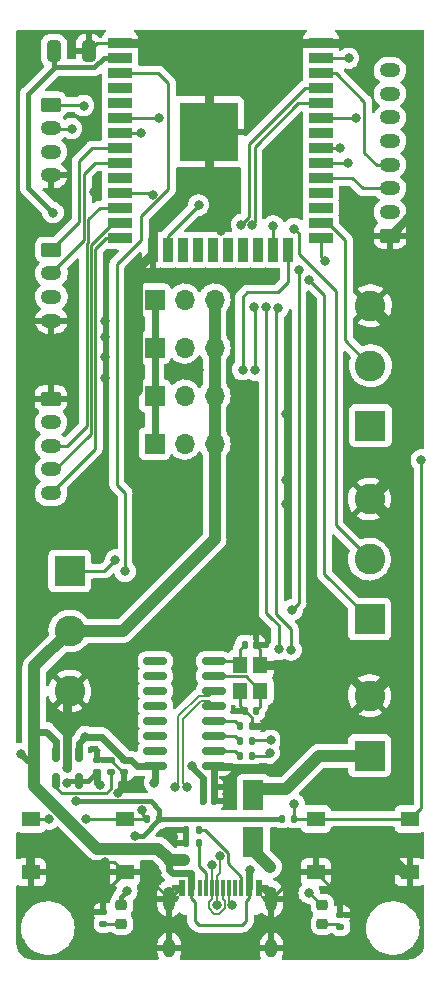
<source format=gbr>
%TF.GenerationSoftware,KiCad,Pcbnew,(6.0.1)*%
%TF.CreationDate,2022-10-31T16:46:04+01:00*%
%TF.ProjectId,ESPRocks,45535052-6f63-46b7-932e-6b696361645f,rev?*%
%TF.SameCoordinates,Original*%
%TF.FileFunction,Copper,L1,Top*%
%TF.FilePolarity,Positive*%
%FSLAX46Y46*%
G04 Gerber Fmt 4.6, Leading zero omitted, Abs format (unit mm)*
G04 Created by KiCad (PCBNEW (6.0.1)) date 2022-10-31 16:46:04*
%MOMM*%
%LPD*%
G01*
G04 APERTURE LIST*
G04 Aperture macros list*
%AMRoundRect*
0 Rectangle with rounded corners*
0 $1 Rounding radius*
0 $2 $3 $4 $5 $6 $7 $8 $9 X,Y pos of 4 corners*
0 Add a 4 corners polygon primitive as box body*
4,1,4,$2,$3,$4,$5,$6,$7,$8,$9,$2,$3,0*
0 Add four circle primitives for the rounded corners*
1,1,$1+$1,$2,$3*
1,1,$1+$1,$4,$5*
1,1,$1+$1,$6,$7*
1,1,$1+$1,$8,$9*
0 Add four rect primitives between the rounded corners*
20,1,$1+$1,$2,$3,$4,$5,0*
20,1,$1+$1,$4,$5,$6,$7,0*
20,1,$1+$1,$6,$7,$8,$9,0*
20,1,$1+$1,$8,$9,$2,$3,0*%
G04 Aperture macros list end*
%TA.AperFunction,SMDPad,CuDef*%
%ADD10RoundRect,0.135000X-0.135000X-0.185000X0.135000X-0.185000X0.135000X0.185000X-0.135000X0.185000X0*%
%TD*%
%TA.AperFunction,ComponentPad*%
%ADD11R,2.600000X2.600000*%
%TD*%
%TA.AperFunction,ComponentPad*%
%ADD12C,2.600000*%
%TD*%
%TA.AperFunction,ComponentPad*%
%ADD13R,1.700000X1.700000*%
%TD*%
%TA.AperFunction,ComponentPad*%
%ADD14O,1.700000X1.700000*%
%TD*%
%TA.AperFunction,ComponentPad*%
%ADD15RoundRect,0.250000X-0.625000X0.350000X-0.625000X-0.350000X0.625000X-0.350000X0.625000X0.350000X0*%
%TD*%
%TA.AperFunction,ComponentPad*%
%ADD16O,1.750000X1.200000*%
%TD*%
%TA.AperFunction,SMDPad,CuDef*%
%ADD17RoundRect,0.135000X0.135000X0.185000X-0.135000X0.185000X-0.135000X-0.185000X0.135000X-0.185000X0*%
%TD*%
%TA.AperFunction,SMDPad,CuDef*%
%ADD18R,0.600000X1.450000*%
%TD*%
%TA.AperFunction,SMDPad,CuDef*%
%ADD19R,0.300000X1.450000*%
%TD*%
%TA.AperFunction,ComponentPad*%
%ADD20O,1.000000X2.100000*%
%TD*%
%TA.AperFunction,ComponentPad*%
%ADD21O,1.000000X1.600000*%
%TD*%
%TA.AperFunction,SMDPad,CuDef*%
%ADD22RoundRect,0.140000X-0.140000X-0.170000X0.140000X-0.170000X0.140000X0.170000X-0.140000X0.170000X0*%
%TD*%
%TA.AperFunction,SMDPad,CuDef*%
%ADD23RoundRect,0.135000X0.185000X-0.135000X0.185000X0.135000X-0.185000X0.135000X-0.185000X-0.135000X0*%
%TD*%
%TA.AperFunction,SMDPad,CuDef*%
%ADD24R,1.200000X1.400000*%
%TD*%
%TA.AperFunction,SMDPad,CuDef*%
%ADD25RoundRect,0.150000X-0.150000X0.512500X-0.150000X-0.512500X0.150000X-0.512500X0.150000X0.512500X0*%
%TD*%
%TA.AperFunction,SMDPad,CuDef*%
%ADD26R,1.550000X1.300000*%
%TD*%
%TA.AperFunction,SMDPad,CuDef*%
%ADD27RoundRect,0.218750X0.256250X-0.218750X0.256250X0.218750X-0.256250X0.218750X-0.256250X-0.218750X0*%
%TD*%
%TA.AperFunction,ComponentPad*%
%ADD28RoundRect,0.250000X0.625000X-0.350000X0.625000X0.350000X-0.625000X0.350000X-0.625000X-0.350000X0*%
%TD*%
%TA.AperFunction,SMDPad,CuDef*%
%ADD29RoundRect,0.140000X-0.170000X0.140000X-0.170000X-0.140000X0.170000X-0.140000X0.170000X0.140000X0*%
%TD*%
%TA.AperFunction,SMDPad,CuDef*%
%ADD30RoundRect,0.250000X-0.325000X-0.650000X0.325000X-0.650000X0.325000X0.650000X-0.325000X0.650000X0*%
%TD*%
%TA.AperFunction,SMDPad,CuDef*%
%ADD31R,2.000000X0.900000*%
%TD*%
%TA.AperFunction,SMDPad,CuDef*%
%ADD32R,0.900000X2.000000*%
%TD*%
%TA.AperFunction,SMDPad,CuDef*%
%ADD33R,5.000000X5.000000*%
%TD*%
%TA.AperFunction,SMDPad,CuDef*%
%ADD34RoundRect,0.140000X0.170000X-0.140000X0.170000X0.140000X-0.170000X0.140000X-0.170000X-0.140000X0*%
%TD*%
%TA.AperFunction,SMDPad,CuDef*%
%ADD35RoundRect,0.140000X0.140000X0.170000X-0.140000X0.170000X-0.140000X-0.170000X0.140000X-0.170000X0*%
%TD*%
%TA.AperFunction,SMDPad,CuDef*%
%ADD36RoundRect,0.150000X0.825000X0.150000X-0.825000X0.150000X-0.825000X-0.150000X0.825000X-0.150000X0*%
%TD*%
%TA.AperFunction,SMDPad,CuDef*%
%ADD37R,1.800000X2.500000*%
%TD*%
%TA.AperFunction,ViaPad*%
%ADD38C,0.800000*%
%TD*%
%TA.AperFunction,Conductor*%
%ADD39C,0.400000*%
%TD*%
%TA.AperFunction,Conductor*%
%ADD40C,0.600000*%
%TD*%
%TA.AperFunction,Conductor*%
%ADD41C,0.800000*%
%TD*%
%TA.AperFunction,Conductor*%
%ADD42C,0.250000*%
%TD*%
%TA.AperFunction,Conductor*%
%ADD43C,1.000000*%
%TD*%
%TA.AperFunction,Conductor*%
%ADD44C,0.200000*%
%TD*%
G04 APERTURE END LIST*
D10*
%TO.P,R12,1*%
%TO.N,/3V3*%
X124449800Y-122097800D03*
%TO.P,R12,2*%
%TO.N,/GPIO0{slash}FLASH*%
X125469800Y-122097800D03*
%TD*%
D11*
%TO.P,CN5,1,Pin_1*%
%TO.N,Net-(CN5-Pad1)*%
X131868800Y-116768800D03*
D12*
%TO.P,CN5,2,Pin_2*%
%TO.N,GND*%
X131868800Y-111688800D03*
%TD*%
D13*
%TO.P,JP1,1,A*%
%TO.N,/3V3*%
X113671800Y-90347800D03*
D14*
%TO.P,JP1,2,C*%
%TO.N,/C_Vcc*%
X116211800Y-90347800D03*
%TO.P,JP1,3,B*%
%TO.N,/5V*%
X118751800Y-90347800D03*
%TD*%
D15*
%TO.P,CN7,1,Pin_1*%
%TO.N,/GPIO13*%
X104893800Y-61645800D03*
D16*
%TO.P,CN7,2,Pin_2*%
%TO.N,/GPIO15*%
X104893800Y-63645800D03*
%TO.P,CN7,3,Pin_3*%
%TO.N,/E_Vcc*%
X104893800Y-65645800D03*
%TO.P,CN7,4,Pin_4*%
%TO.N,GND*%
X104893800Y-67645800D03*
%TD*%
D13*
%TO.P,JP3,1,A*%
%TO.N,/3V3*%
X113671800Y-78155800D03*
D14*
%TO.P,JP3,2,C*%
%TO.N,/E_Vcc*%
X116211800Y-78155800D03*
%TO.P,JP3,3,B*%
%TO.N,/5V*%
X118751800Y-78155800D03*
%TD*%
D17*
%TO.P,R2,1*%
%TO.N,Net-(CN1-PadA5)*%
X117392600Y-124180600D03*
%TO.P,R2,2*%
%TO.N,GND*%
X116372600Y-124180600D03*
%TD*%
%TO.P,R13,1*%
%TO.N,/3V3*%
X114065200Y-122123200D03*
%TO.P,R13,2*%
%TO.N,/EN*%
X113045200Y-122123200D03*
%TD*%
D18*
%TO.P,CN1,A1,GND*%
%TO.N,GND*%
X115994800Y-127958800D03*
%TO.P,CN1,A4,VBUS*%
%TO.N,/5V*%
X116794800Y-127958800D03*
D19*
%TO.P,CN1,A5,CC1*%
%TO.N,Net-(CN1-PadA5)*%
X117994800Y-127958800D03*
%TO.P,CN1,A6,D+*%
%TO.N,/D_P*%
X118994800Y-127958800D03*
%TO.P,CN1,A7,D-*%
%TO.N,/D_N*%
X119494800Y-127958800D03*
%TO.P,CN1,A8,SBU1*%
%TO.N,unconnected-(CN1-PadA8)*%
X120494800Y-127958800D03*
D18*
%TO.P,CN1,A9,VBUS*%
%TO.N,/5V*%
X121694800Y-127958800D03*
%TO.P,CN1,A12,GND*%
%TO.N,GND*%
X122494800Y-127958800D03*
%TO.P,CN1,B1,GND*%
X122494800Y-127958800D03*
%TO.P,CN1,B4,VBUS*%
%TO.N,/5V*%
X121694800Y-127958800D03*
D19*
%TO.P,CN1,B5,CC2*%
%TO.N,Net-(CN1-PadB5)*%
X120994800Y-127958800D03*
%TO.P,CN1,B6,D+*%
%TO.N,/D_P*%
X119994800Y-127958800D03*
%TO.P,CN1,B7,D-*%
%TO.N,/D_N*%
X118494800Y-127958800D03*
%TO.P,CN1,B8,SBU2*%
%TO.N,unconnected-(CN1-PadB8)*%
X117494800Y-127958800D03*
D18*
%TO.P,CN1,B9,VBUS*%
%TO.N,/5V*%
X116794800Y-127958800D03*
%TO.P,CN1,B12,GND*%
%TO.N,GND*%
X115994800Y-127958800D03*
D20*
%TO.P,CN1,S1,SHIELD*%
X114924800Y-128873800D03*
X123564800Y-128873800D03*
D21*
X114924800Y-133053800D03*
X123564800Y-133053800D03*
%TD*%
D22*
%TO.P,C5,1*%
%TO.N,/XO*%
X121304800Y-107365800D03*
%TO.P,C5,2*%
%TO.N,GND*%
X122264800Y-107365800D03*
%TD*%
D15*
%TO.P,CN4,1,Pin_1*%
%TO.N,GND*%
X104893800Y-86537800D03*
D16*
%TO.P,CN4,2,Pin_2*%
%TO.N,/C_Vcc*%
X104893800Y-88537800D03*
%TO.P,CN4,3,Pin_3*%
%TO.N,/GPIO27*%
X104893800Y-90537800D03*
%TO.P,CN4,4,Pin_4*%
%TO.N,/GPIO14*%
X104893800Y-92537800D03*
%TO.P,CN4,5,Pin_5*%
%TO.N,/GPIO12*%
X104893800Y-94537800D03*
%TD*%
D11*
%TO.P,CN8,1,Pin_1*%
%TO.N,/GPIO0{slash}FLASH*%
X131944800Y-88828800D03*
D12*
%TO.P,CN8,2,Pin_2*%
%TO.N,/GPIO4*%
X131944800Y-83748800D03*
%TO.P,CN8,3,Pin_3*%
%TO.N,GND*%
X131944800Y-78668800D03*
%TD*%
D23*
%TO.P,R14,1*%
%TO.N,Net-(LD2-Pad1)*%
X129404800Y-131243800D03*
%TO.P,R14,2*%
%TO.N,GND*%
X129404800Y-130223800D03*
%TD*%
D11*
%TO.P,CN3,1,Pin_1*%
%TO.N,/GPIO2*%
X106493800Y-101137800D03*
D12*
%TO.P,CN3,2,Pin_2*%
%TO.N,/5V*%
X106493800Y-106217800D03*
%TO.P,CN3,3,Pin_3*%
%TO.N,GND*%
X106493800Y-111297800D03*
%TD*%
D22*
%TO.P,C7,1*%
%TO.N,/5V*%
X117748800Y-119430800D03*
%TO.P,C7,2*%
%TO.N,GND*%
X118708800Y-119430800D03*
%TD*%
D15*
%TO.P,CN6,1,Pin_1*%
%TO.N,/GPIO32*%
X104935800Y-73933800D03*
D16*
%TO.P,CN6,2,Pin_2*%
%TO.N,/GPIO33*%
X104935800Y-75933800D03*
%TO.P,CN6,3,Pin_3*%
%TO.N,/D_Vcc*%
X104935800Y-77933800D03*
%TO.P,CN6,4,Pin_4*%
%TO.N,GND*%
X104935800Y-79933800D03*
%TD*%
D22*
%TO.P,C8,1*%
%TO.N,/5V*%
X117748800Y-120573800D03*
%TO.P,C8,2*%
%TO.N,GND*%
X118708800Y-120573800D03*
%TD*%
D24*
%TO.P,Y1,1,1*%
%TO.N,/XO*%
X120934800Y-109059800D03*
%TO.P,Y1,2,2*%
%TO.N,GND*%
X120934800Y-111259800D03*
%TO.P,Y1,3,3*%
%TO.N,/XI*%
X122634800Y-111259800D03*
%TO.P,Y1,4,4*%
%TO.N,GND*%
X122634800Y-109059800D03*
%TD*%
D17*
%TO.P,R1,1*%
%TO.N,Net-(CN1-PadB5)*%
X117392600Y-123088400D03*
%TO.P,R1,2*%
%TO.N,GND*%
X116372600Y-123088400D03*
%TD*%
D25*
%TO.P,U2,1,IN*%
%TO.N,/5V*%
X107240800Y-116642300D03*
%TO.P,U2,2,GND*%
%TO.N,GND*%
X106290800Y-116642300D03*
%TO.P,U2,3,EN*%
%TO.N,/5V*%
X105340800Y-116642300D03*
%TO.P,U2,4,BP*%
%TO.N,Net-(C3-Pad1)*%
X105340800Y-118917300D03*
%TO.P,U2,5,OUT*%
%TO.N,/3V3*%
X107240800Y-118917300D03*
%TD*%
D26*
%TO.P,SW1,1,1*%
%TO.N,GND*%
X127334800Y-126633800D03*
X135284800Y-126633800D03*
%TO.P,SW1,2,2*%
%TO.N,/GPIO0{slash}FLASH*%
X135284800Y-122133800D03*
X127334800Y-122133800D03*
%TD*%
D10*
%TO.P,R11,1*%
%TO.N,Net-(R11-Pad1)*%
X120891800Y-115493800D03*
%TO.P,R11,2*%
%TO.N,/GPIO1{slash}TX0*%
X121911800Y-115493800D03*
%TD*%
D27*
%TO.P,LD2,1,K*%
%TO.N,Net-(LD2-Pad1)*%
X127880800Y-131013300D03*
%TO.P,LD2,2,A*%
%TO.N,/GPIO26{slash}LED*%
X127880800Y-129438300D03*
%TD*%
D28*
%TO.P,CN2,1,Pin_1*%
%TO.N,GND*%
X133604600Y-72735200D03*
D16*
%TO.P,CN2,2,Pin_2*%
%TO.N,/A_Vcc*%
X133604600Y-70735200D03*
%TO.P,CN2,3,Pin_3*%
%TO.N,/GPIO5*%
X133604600Y-68735200D03*
%TO.P,CN2,4,Pin_4*%
%TO.N,/GPIO22*%
X133604600Y-66735200D03*
%TO.P,CN2,5,Pin_5*%
%TO.N,/GPIO21*%
X133604600Y-64735200D03*
%TO.P,CN2,6,Pin_6*%
%TO.N,/GPIO23{slash}SPI_MOSI*%
X133604600Y-62735200D03*
%TO.P,CN2,7,Pin_7*%
%TO.N,/GPIO18{slash}SPI_SCK*%
X133604600Y-60735200D03*
%TO.P,CN2,8,Pin_8*%
%TO.N,/GPIO19{slash}SPI_MISO*%
X133604600Y-58735200D03*
%TD*%
D29*
%TO.P,C2,1*%
%TO.N,/5V*%
X111116800Y-117172800D03*
%TO.P,C2,2*%
%TO.N,GND*%
X111116800Y-118132800D03*
%TD*%
D30*
%TO.P,C1,1*%
%TO.N,/3V3*%
X105146000Y-57099200D03*
%TO.P,C1,2*%
%TO.N,GND*%
X108096000Y-57099200D03*
%TD*%
D31*
%TO.P,U1,1,GND*%
%TO.N,GND*%
X110744800Y-56438800D03*
%TO.P,U1,2,VDD*%
%TO.N,/3V3*%
X110744800Y-57708800D03*
%TO.P,U1,3,EN*%
%TO.N,/EN*%
X110744800Y-58978800D03*
%TO.P,U1,4,SENSOR_VP*%
%TO.N,/S_VP{slash}GPIO36*%
X110744800Y-60248800D03*
%TO.P,U1,5,SENSOR_VN*%
%TO.N,/S_VN{slash}GPIO39*%
X110744800Y-61518800D03*
%TO.P,U1,6,IO34*%
%TO.N,/GPIO34*%
X110744800Y-62788800D03*
%TO.P,U1,7,IO35*%
%TO.N,/GPIO35*%
X110744800Y-64058800D03*
%TO.P,U1,8,IO32*%
%TO.N,/GPIO32*%
X110744800Y-65328800D03*
%TO.P,U1,9,IO33*%
%TO.N,/GPIO33*%
X110744800Y-66598800D03*
%TO.P,U1,10,IO25*%
%TO.N,/GPIO25*%
X110744800Y-67868800D03*
%TO.P,U1,11,IO26*%
%TO.N,/GPIO26{slash}LED*%
X110744800Y-69138800D03*
%TO.P,U1,12,IO27*%
%TO.N,/GPIO27*%
X110744800Y-70408800D03*
%TO.P,U1,13,IO14*%
%TO.N,/GPIO14*%
X110744800Y-71678800D03*
%TO.P,U1,14,IO12*%
%TO.N,/GPIO12*%
X110744800Y-72948800D03*
D32*
%TO.P,U1,15,GND*%
%TO.N,GND*%
X113529800Y-73948800D03*
%TO.P,U1,16,IO13*%
%TO.N,/GPIO13*%
X114799800Y-73948800D03*
%TO.P,U1,17,SHD/SD2*%
%TO.N,unconnected-(U1-Pad17)*%
X116069800Y-73948800D03*
%TO.P,U1,18,SWP/SD3*%
%TO.N,unconnected-(U1-Pad18)*%
X117339800Y-73948800D03*
%TO.P,U1,19,SCS/CMD*%
%TO.N,unconnected-(U1-Pad19)*%
X118609800Y-73948800D03*
%TO.P,U1,20,SCK/CLK*%
%TO.N,unconnected-(U1-Pad20)*%
X119879800Y-73948800D03*
%TO.P,U1,21,SDO/SD0*%
%TO.N,unconnected-(U1-Pad21)*%
X121149800Y-73948800D03*
%TO.P,U1,22,SDI/SD1*%
%TO.N,unconnected-(U1-Pad22)*%
X122419800Y-73948800D03*
%TO.P,U1,23,IO15*%
%TO.N,/GPIO15*%
X123689800Y-73948800D03*
%TO.P,U1,24,IO2*%
%TO.N,/GPIO2*%
X124959800Y-73948800D03*
D31*
%TO.P,U1,25,IO0*%
%TO.N,/GPIO0{slash}FLASH*%
X127744800Y-72948800D03*
%TO.P,U1,26,IO4*%
%TO.N,/GPIO4*%
X127744800Y-71678800D03*
%TO.P,U1,27,IO16*%
%TO.N,/GPIO16{slash}RX2*%
X127744800Y-70408800D03*
%TO.P,U1,28,IO17*%
%TO.N,/GPIO17{slash}TX2*%
X127744800Y-69138800D03*
%TO.P,U1,29,IO5*%
%TO.N,/GPIO5*%
X127744800Y-67868800D03*
%TO.P,U1,30,IO18*%
%TO.N,/GPIO18{slash}SPI_SCK*%
X127744800Y-66598800D03*
%TO.P,U1,31,IO19*%
%TO.N,/GPIO19{slash}SPI_MISO*%
X127744800Y-65328800D03*
%TO.P,U1,32,NC*%
%TO.N,unconnected-(U1-Pad32)*%
X127744800Y-64058800D03*
%TO.P,U1,33,IO21*%
%TO.N,/GPIO21*%
X127744800Y-62788800D03*
%TO.P,U1,34,RXD0/IO3*%
%TO.N,/GPIO3{slash}RX0*%
X127744800Y-61518800D03*
%TO.P,U1,35,TXD0/IO1*%
%TO.N,/GPIO1{slash}TX0*%
X127744800Y-60248800D03*
%TO.P,U1,36,IO22*%
%TO.N,/GPIO22*%
X127744800Y-58978800D03*
%TO.P,U1,37,IO23*%
%TO.N,/GPIO23{slash}SPI_MOSI*%
X127744800Y-57708800D03*
%TO.P,U1,38,GND*%
%TO.N,GND*%
X127744800Y-56438800D03*
D33*
%TO.P,U1,39,GND*%
X118244800Y-63938800D03*
%TD*%
D23*
%TO.P,R9,1*%
%TO.N,Net-(LD1-Pad1)*%
X109338800Y-130989800D03*
%TO.P,R9,2*%
%TO.N,GND*%
X109338800Y-129969800D03*
%TD*%
D11*
%TO.P,CN9,1,Pin_1*%
%TO.N,/GPIO34*%
X131868800Y-105211800D03*
D12*
%TO.P,CN9,2,Pin_2*%
%TO.N,/GPIO35*%
X131868800Y-100131800D03*
%TO.P,CN9,3,Pin_3*%
%TO.N,GND*%
X131868800Y-95051800D03*
%TD*%
D13*
%TO.P,JP2,1,A*%
%TO.N,/3V3*%
X113671800Y-86283800D03*
D14*
%TO.P,JP2,2,C*%
%TO.N,/D_Vcc*%
X116211800Y-86283800D03*
%TO.P,JP2,3,B*%
%TO.N,/5V*%
X118751800Y-86283800D03*
%TD*%
D34*
%TO.P,C3,1*%
%TO.N,Net-(C3-Pad1)*%
X109973800Y-118132800D03*
%TO.P,C3,2*%
%TO.N,GND*%
X109973800Y-117172800D03*
%TD*%
D26*
%TO.P,SW2,1,1*%
%TO.N,GND*%
X111154800Y-126633800D03*
X103204800Y-126633800D03*
%TO.P,SW2,2,2*%
%TO.N,/EN*%
X111154800Y-122133800D03*
X103204800Y-122133800D03*
%TD*%
D34*
%TO.P,C4,1*%
%TO.N,/3V3*%
X108830800Y-118132800D03*
%TO.P,C4,2*%
%TO.N,GND*%
X108830800Y-117172800D03*
%TD*%
D35*
%TO.P,C6,1*%
%TO.N,/XI*%
X122264800Y-112953800D03*
%TO.P,C6,2*%
%TO.N,GND*%
X121304800Y-112953800D03*
%TD*%
D27*
%TO.P,LD1,1,K*%
%TO.N,Net-(LD1-Pad1)*%
X110862800Y-131013300D03*
%TO.P,LD1,2,A*%
%TO.N,/3V3*%
X110862800Y-129438300D03*
%TD*%
D22*
%TO.P,C9,1*%
%TO.N,Net-(C9-Pad1)*%
X120923800Y-114274600D03*
%TO.P,C9,2*%
%TO.N,GND*%
X121883800Y-114274600D03*
%TD*%
D10*
%TO.P,R10,1*%
%TO.N,Net-(R10-Pad1)*%
X120891800Y-116763800D03*
%TO.P,R10,2*%
%TO.N,/GPIO3{slash}RX0*%
X121911800Y-116763800D03*
%TD*%
D36*
%TO.P,U3,1,GND*%
%TO.N,GND*%
X118671800Y-117652800D03*
%TO.P,U3,2,TXD*%
%TO.N,Net-(R10-Pad1)*%
X118671800Y-116382800D03*
%TO.P,U3,3,RXD*%
%TO.N,Net-(R11-Pad1)*%
X118671800Y-115112800D03*
%TO.P,U3,4,V3*%
%TO.N,Net-(C9-Pad1)*%
X118671800Y-113842800D03*
%TO.P,U3,5,UD+*%
%TO.N,/D_P*%
X118671800Y-112572800D03*
%TO.P,U3,6,UD-*%
%TO.N,/D_N*%
X118671800Y-111302800D03*
%TO.P,U3,7,XI*%
%TO.N,/XI*%
X118671800Y-110032800D03*
%TO.P,U3,8,XO*%
%TO.N,/XO*%
X118671800Y-108762800D03*
%TO.P,U3,9,~{CTS}*%
%TO.N,unconnected-(U3-Pad9)*%
X113721800Y-108762800D03*
%TO.P,U3,10,~{DSR}*%
%TO.N,unconnected-(U3-Pad10)*%
X113721800Y-110032800D03*
%TO.P,U3,11,~{RI}*%
%TO.N,unconnected-(U3-Pad11)*%
X113721800Y-111302800D03*
%TO.P,U3,12,~{DCD}*%
%TO.N,unconnected-(U3-Pad12)*%
X113721800Y-112572800D03*
%TO.P,U3,13,~{DTR}*%
%TO.N,unconnected-(U3-Pad13)*%
X113721800Y-113842800D03*
%TO.P,U3,14,~{RTS}*%
%TO.N,unconnected-(U3-Pad14)*%
X113721800Y-115112800D03*
%TO.P,U3,15,R232*%
%TO.N,unconnected-(U3-Pad15)*%
X113721800Y-116382800D03*
%TO.P,U3,16,VCC*%
%TO.N,/5V*%
X113721800Y-117652800D03*
%TD*%
D13*
%TO.P,JP4,1,A*%
%TO.N,/3V3*%
X113671800Y-82219800D03*
D14*
%TO.P,JP4,2,C*%
%TO.N,/A_Vcc*%
X116211800Y-82219800D03*
%TO.P,JP4,3,B*%
%TO.N,/5V*%
X118751800Y-82219800D03*
%TD*%
D37*
%TO.P,D1,1,K*%
%TO.N,/5V*%
X122038800Y-124097800D03*
%TO.P,D1,2,A*%
%TO.N,Net-(CN5-Pad1)*%
X122038800Y-120097800D03*
%TD*%
D38*
%TO.N,/3V3*%
X105071600Y-70789800D03*
X106290800Y-119049800D03*
X107027400Y-120650000D03*
X111320000Y-128244600D03*
X109034000Y-119253000D03*
X112005800Y-123538300D03*
%TO.N,GND*%
X116374800Y-65079800D03*
X113580800Y-57713800D03*
X121835800Y-59618800D03*
X125848800Y-63931800D03*
X120565800Y-67873800D03*
X119930800Y-99623800D03*
X121835800Y-103433800D03*
X116755800Y-59618800D03*
X123816800Y-65963800D03*
X108576800Y-93903800D03*
X109465800Y-81330800D03*
X109491200Y-125755400D03*
X125848800Y-69011800D03*
X115688800Y-94919800D03*
X119295800Y-69143800D03*
X123740800Y-57713800D03*
X119930800Y-105338800D03*
X116374800Y-62539800D03*
X108576800Y-69011800D03*
X119930800Y-59618800D03*
X121835800Y-57713800D03*
X115155400Y-123494800D03*
X117466800Y-84124800D03*
X115688800Y-92887800D03*
X121835800Y-105338800D03*
X119930800Y-63809800D03*
X116755800Y-97718800D03*
X109465800Y-84759800D03*
X123816800Y-69011800D03*
X119930800Y-62539800D03*
X119930800Y-57713800D03*
X110543100Y-119950500D03*
X113580800Y-97718800D03*
X113580800Y-100893800D03*
X123740800Y-59618800D03*
X109465800Y-79933800D03*
X117212800Y-93903800D03*
X125848800Y-67487800D03*
X116120800Y-105338800D03*
X116374800Y-63809800D03*
X119295800Y-76128800D03*
X125848800Y-65963800D03*
X113910800Y-126669800D03*
X118025800Y-105338800D03*
X109465800Y-82981800D03*
X123816800Y-67487800D03*
X123816800Y-70535800D03*
X111624800Y-86385400D03*
X124832800Y-93395800D03*
X103141200Y-125095000D03*
X119930800Y-103433800D03*
X133722800Y-125552200D03*
X119295800Y-72318800D03*
X124832800Y-95427800D03*
X119930800Y-101528800D03*
X119930800Y-65079800D03*
X117390800Y-76128800D03*
X109592800Y-94919800D03*
X118025800Y-103433800D03*
X125848800Y-70535800D03*
X115485800Y-57713800D03*
X124832800Y-87807800D03*
X121835800Y-101528800D03*
X106290800Y-117830600D03*
%TO.N,/5V*%
X107814800Y-115163600D03*
X116171400Y-125577600D03*
X102328400Y-116611400D03*
X116816501Y-117652800D03*
X123435800Y-126161800D03*
X113656800Y-119049800D03*
X121759400Y-126441200D03*
%TO.N,/D_P*%
X118940000Y-129413000D03*
X116417000Y-119405400D03*
X120239011Y-129395440D03*
X119235032Y-125257168D03*
%TO.N,/D_N*%
X115367000Y-119405400D03*
X118492568Y-125999632D03*
%TO.N,/GPIO18{slash}SPI_SCK*%
X130039800Y-66598800D03*
%TO.N,/GPIO19{slash}SPI_MISO*%
X129404800Y-65328800D03*
%TO.N,/GPIO21*%
X130725800Y-62793800D03*
%TO.N,/GPIO1{slash}TX0*%
X123105600Y-78816200D03*
X124172400Y-107772200D03*
X123512000Y-115443000D03*
X121022800Y-71805800D03*
%TO.N,/GPIO3{slash}RX0*%
X125224300Y-107823000D03*
X123410400Y-116560600D03*
X121920017Y-71869887D03*
X124121600Y-78867000D03*
%TO.N,/EN*%
X112640800Y-121349500D03*
X111167600Y-101168200D03*
X107855664Y-122107736D03*
X104764036Y-122125964D03*
%TO.N,/GPIO23{slash}SPI_MOSI*%
X130090800Y-57713800D03*
%TO.N,/GPIO0{slash}FLASH*%
X128134800Y-74853800D03*
X125493200Y-120878600D03*
X125340800Y-104419400D03*
X136237400Y-91744800D03*
X125899600Y-75615800D03*
%TO.N,/GPIO2*%
X121124400Y-84099400D03*
X110354800Y-100203000D03*
%TO.N,/GPIO34*%
X126763200Y-76479400D03*
X114038000Y-62819200D03*
%TO.N,/GPIO35*%
X125468000Y-72141000D03*
X112514000Y-64063800D03*
%TO.N,/GPIO13*%
X117390800Y-70159800D03*
X107662600Y-61727000D03*
%TO.N,/GPIO26{slash}LED*%
X122165800Y-84124800D03*
X122089600Y-78816200D03*
X126763200Y-128397000D03*
X113504400Y-69265800D03*
%TO.N,/GPIO15*%
X123690000Y-71912400D03*
X106646600Y-63682800D03*
%TD*%
D39*
%TO.N,/3V3*%
X102988800Y-68707000D02*
X102988800Y-60731400D01*
X124424400Y-122123200D02*
X124449800Y-122097800D01*
X105146000Y-58418200D02*
X105224000Y-58496200D01*
X107240800Y-118917300D02*
X108046300Y-118917300D01*
X112650100Y-123538300D02*
X114065200Y-122123200D01*
D40*
X108830800Y-119049800D02*
X109034000Y-119253000D01*
D39*
X102988800Y-60731400D02*
X105224000Y-58496200D01*
X108576800Y-58496200D02*
X109364200Y-57708800D01*
X108046300Y-118917300D02*
X108830800Y-118132800D01*
X110862800Y-129438300D02*
X110862800Y-128701800D01*
X109364200Y-57708800D02*
X110744800Y-57708800D01*
X114065200Y-121388600D02*
X114065200Y-122123200D01*
D40*
X113671800Y-82219800D02*
X113671800Y-86283800D01*
D39*
X106423300Y-118917300D02*
X106290800Y-119049800D01*
X105071600Y-70789800D02*
X102988800Y-68707000D01*
X107240800Y-118917300D02*
X106423300Y-118917300D01*
X112005800Y-123538300D02*
X112650100Y-123538300D01*
X105146000Y-57099200D02*
X105146000Y-58418200D01*
X113326600Y-120650000D02*
X114065200Y-121388600D01*
D40*
X113671800Y-78155800D02*
X113671800Y-82219800D01*
D39*
X114065200Y-122123200D02*
X124424400Y-122123200D01*
X107027400Y-120650000D02*
X113326600Y-120650000D01*
D40*
X113671800Y-86283800D02*
X113671800Y-90347800D01*
D39*
X105224000Y-58496200D02*
X108576800Y-58496200D01*
D40*
X108830800Y-118132800D02*
X108830800Y-119049800D01*
D39*
X110862800Y-128701800D02*
X111320000Y-128244600D01*
D41*
%TO.N,GND*%
X118244800Y-67019800D02*
X113529800Y-71734800D01*
D42*
X122634800Y-107735800D02*
X122264800Y-107365800D01*
X109338800Y-129969800D02*
X109338800Y-128449800D01*
D41*
X112234400Y-85826600D02*
X112234400Y-75514200D01*
D42*
X122649800Y-127958800D02*
X123564800Y-128873800D01*
X115561800Y-123088400D02*
X115155400Y-123494800D01*
D41*
X124528000Y-114833400D02*
X128724200Y-114833400D01*
D40*
X118708800Y-119430800D02*
X118708800Y-120573800D01*
D42*
X122634800Y-109059800D02*
X122634800Y-107735800D01*
D40*
X118708800Y-119430800D02*
X118708800Y-117689800D01*
X118708800Y-117689800D02*
X118671800Y-117652800D01*
D42*
X112684800Y-126633800D02*
X114924800Y-128873800D01*
D43*
X134865800Y-92054800D02*
X131868800Y-95051800D01*
X131868800Y-95051800D02*
X134738800Y-97921800D01*
D42*
X109973800Y-117172800D02*
X110933800Y-118132800D01*
D41*
X122634800Y-109059800D02*
X129239800Y-109059800D01*
D42*
X114924800Y-133053800D02*
X123564800Y-133053800D01*
D41*
X135653200Y-57937400D02*
X135653200Y-70686600D01*
D42*
X111116800Y-119376800D02*
X111116800Y-118132800D01*
D40*
X123969200Y-114274600D02*
X124528000Y-114833400D01*
X124528000Y-114833400D02*
X124528000Y-116916200D01*
D42*
X115839800Y-127958800D02*
X114924800Y-128873800D01*
X120934800Y-112583800D02*
X121304800Y-112953800D01*
D41*
X110744800Y-56438800D02*
X118965400Y-56438800D01*
D42*
X125804800Y-126633800D02*
X123564800Y-128873800D01*
X108756400Y-56438800D02*
X108096000Y-57099200D01*
X103204800Y-126633800D02*
X111154800Y-126633800D01*
D41*
X106290800Y-116642300D02*
X106290800Y-117830600D01*
D42*
X109338800Y-128449800D02*
X111154800Y-126633800D01*
X108830800Y-117172800D02*
X109973800Y-117172800D01*
X114924800Y-128873800D02*
X114924800Y-133053800D01*
D41*
X129239800Y-109059800D02*
X131868800Y-111688800D01*
D43*
X134738800Y-108818800D02*
X131868800Y-111688800D01*
D42*
X122494800Y-127958800D02*
X122649800Y-127958800D01*
D41*
X112234400Y-75514200D02*
X113529800Y-74218800D01*
D42*
X110744800Y-56438800D02*
X108756400Y-56438800D01*
D41*
X113529800Y-71734800D02*
X113529800Y-73948800D01*
D42*
X111154800Y-126633800D02*
X112684800Y-126633800D01*
D41*
X103141200Y-125095000D02*
X103141200Y-126570200D01*
X135653200Y-70686600D02*
X133604600Y-72735200D01*
D40*
X135373800Y-126722800D02*
X135284800Y-126633800D01*
D41*
X118244800Y-57159400D02*
X118965400Y-56438800D01*
D42*
X113910800Y-126669800D02*
X113874800Y-126633800D01*
D41*
X118244800Y-63938800D02*
X118244800Y-57159400D01*
D42*
X123564800Y-128873800D02*
X123564800Y-133053800D01*
X129404800Y-130223800D02*
X129404800Y-128703800D01*
X120934800Y-111259800D02*
X120934800Y-112583800D01*
X121883800Y-113532800D02*
X121304800Y-112953800D01*
D43*
X131944800Y-78668800D02*
X134865800Y-81589800D01*
D41*
X127744800Y-56438800D02*
X134154600Y-56438800D01*
D42*
X129404800Y-128703800D02*
X127334800Y-126633800D01*
D41*
X118244800Y-63938800D02*
X118244800Y-67019800D01*
X128724200Y-114833400D02*
X131868800Y-111688800D01*
D43*
X134738800Y-97921800D02*
X134738800Y-108818800D01*
D42*
X113874800Y-126633800D02*
X111154800Y-126633800D01*
D41*
X103141200Y-126570200D02*
X103204800Y-126633800D01*
D42*
X116372600Y-123088400D02*
X115561800Y-123088400D01*
X127334800Y-126633800D02*
X125804800Y-126633800D01*
X115994800Y-127958800D02*
X115839800Y-127958800D01*
X109491200Y-125755400D02*
X110276400Y-125755400D01*
D41*
X134154600Y-56438800D02*
X135653200Y-57937400D01*
D42*
X110276400Y-125755400D02*
X111154800Y-126633800D01*
D40*
X123715200Y-117729000D02*
X118748000Y-117729000D01*
D41*
X111624800Y-86385400D02*
X111675600Y-86385400D01*
X118965400Y-56438800D02*
X127744800Y-56438800D01*
D42*
X116372600Y-123088400D02*
X116372600Y-124180600D01*
D41*
X106290800Y-111500800D02*
X106493800Y-111297800D01*
D40*
X121883800Y-114274600D02*
X123969200Y-114274600D01*
D43*
X135284800Y-126633800D02*
X134804400Y-126633800D01*
D41*
X106290800Y-116642300D02*
X106290800Y-111500800D01*
D43*
X134865800Y-81589800D02*
X134865800Y-92054800D01*
D40*
X118748000Y-117729000D02*
X118671800Y-117652800D01*
D42*
X121883800Y-114274600D02*
X121883800Y-113532800D01*
D40*
X124528000Y-116916200D02*
X123715200Y-117729000D01*
D43*
X134804400Y-126633800D02*
X133722800Y-125552200D01*
D41*
X111675600Y-86385400D02*
X112234400Y-85826600D01*
D42*
X110543100Y-119950500D02*
X111116800Y-119376800D01*
D41*
X113529800Y-74218800D02*
X113529800Y-73948800D01*
D42*
X127334800Y-126633800D02*
X135284800Y-126633800D01*
X110933800Y-118132800D02*
X111116800Y-118132800D01*
%TO.N,/5V*%
X121111158Y-131114800D02*
X121435279Y-130790679D01*
D40*
X111116800Y-117172800D02*
X111116800Y-117101383D01*
D43*
X118751800Y-98460800D02*
X118751800Y-90347800D01*
D42*
X117085800Y-130784600D02*
X117416000Y-131114800D01*
D40*
X113721800Y-117652800D02*
X113721800Y-118984800D01*
D42*
X121694800Y-128854527D02*
X121694800Y-127958800D01*
D40*
X115195289Y-126734289D02*
X116794311Y-126734289D01*
X102887200Y-117170200D02*
X103496800Y-117170200D01*
D43*
X114876000Y-125526800D02*
X114926800Y-125577600D01*
D40*
X111126320Y-117182320D02*
X111687720Y-117182320D01*
X112158200Y-117652800D02*
X113721800Y-117652800D01*
X105340800Y-116642300D02*
X105340800Y-115559800D01*
X114876000Y-126415000D02*
X115195289Y-126734289D01*
X121694800Y-126505800D02*
X121759400Y-126441200D01*
X105340800Y-115559800D02*
X104512800Y-114731800D01*
D43*
X103496800Y-109214800D02*
X103496800Y-114731800D01*
D40*
X111687720Y-117182320D02*
X112158200Y-117652800D01*
X107240800Y-115737600D02*
X107814800Y-115163600D01*
D43*
X103496800Y-119303800D02*
X103496800Y-117170200D01*
X118751800Y-82219800D02*
X118751800Y-86283800D01*
D40*
X111116800Y-117101383D02*
X109179017Y-115163600D01*
D42*
X117416000Y-131114800D02*
X121111158Y-131114800D01*
D40*
X107240800Y-116642300D02*
X107240800Y-115737600D01*
X104512800Y-114731800D02*
X103496800Y-114731800D01*
D43*
X103496800Y-117170200D02*
X103496800Y-114731800D01*
D40*
X114876000Y-125526800D02*
X114876000Y-126415000D01*
X117748800Y-119430800D02*
X117748800Y-118635899D01*
D42*
X121435279Y-129114048D02*
X121694800Y-128854527D01*
X117085800Y-129145527D02*
X117085800Y-130784600D01*
D40*
X113721800Y-118984800D02*
X113656800Y-119049800D01*
X109179017Y-115163600D02*
X107814800Y-115163600D01*
D43*
X113987000Y-124637800D02*
X108830800Y-124637800D01*
D40*
X116816501Y-117652800D02*
X116816501Y-117703600D01*
X121694800Y-127958800D02*
X121694800Y-126505800D01*
D43*
X122038800Y-124097800D02*
X122038800Y-124764800D01*
D42*
X121435279Y-130790679D02*
X121435279Y-129114048D01*
D40*
X116794800Y-126734778D02*
X116794800Y-127958800D01*
X102328400Y-116611400D02*
X102887200Y-117170200D01*
D43*
X118751800Y-78155800D02*
X118751800Y-82219800D01*
X106493800Y-106217800D02*
X110994800Y-106217800D01*
X122038800Y-124764800D02*
X123435800Y-126161800D01*
X106493800Y-106217800D02*
X103496800Y-109214800D01*
D40*
X116794311Y-126734289D02*
X116794800Y-126734778D01*
X116816501Y-117703600D02*
X117748800Y-118635899D01*
D43*
X114876000Y-125526800D02*
X113987000Y-124637800D01*
D42*
X116794800Y-128854527D02*
X117085800Y-129145527D01*
D43*
X110994800Y-106217800D02*
X118751800Y-98460800D01*
D40*
X117748800Y-120573800D02*
X117748800Y-119430800D01*
D42*
X116794800Y-127958800D02*
X116794800Y-128854527D01*
D43*
X108830800Y-124637800D02*
X103496800Y-119303800D01*
D40*
X111116800Y-117172800D02*
X111126320Y-117182320D01*
D43*
X114926800Y-125577600D02*
X116171400Y-125577600D01*
X118751800Y-86283800D02*
X118751800Y-90347800D01*
D42*
%TO.N,Net-(C3-Pad1)*%
X105833600Y-119964200D02*
X109592800Y-119964200D01*
X105340800Y-118917300D02*
X105340800Y-119471400D01*
X109592800Y-119964200D02*
X109973800Y-119583200D01*
X109973800Y-119583200D02*
X109973800Y-118132800D01*
X105340800Y-119471400D02*
X105833600Y-119964200D01*
%TO.N,/XO*%
X120934800Y-109059800D02*
X120934800Y-107735800D01*
X120934800Y-107735800D02*
X121304800Y-107365800D01*
X120637800Y-108762800D02*
X118671800Y-108762800D01*
X120934800Y-109059800D02*
X120637800Y-108762800D01*
%TO.N,/XI*%
X121407800Y-110032800D02*
X122634800Y-111259800D01*
X118671800Y-110032800D02*
X121407800Y-110032800D01*
X122634800Y-112583800D02*
X122264800Y-112953800D01*
X122634800Y-111259800D02*
X122634800Y-112583800D01*
%TO.N,Net-(C9-Pad1)*%
X120492000Y-113842800D02*
X120923800Y-114274600D01*
X118671800Y-113842800D02*
X120492000Y-113842800D01*
%TO.N,Net-(CN1-PadA5)*%
X117994800Y-126689800D02*
X117994800Y-127958800D01*
X117392600Y-126087600D02*
X117994800Y-126689800D01*
X117392600Y-124180600D02*
X117392600Y-126087600D01*
D44*
%TO.N,/D_P*%
X119235032Y-125257168D02*
X119235032Y-126744546D01*
X119994800Y-129151229D02*
X119994800Y-127958800D01*
X118261801Y-112162801D02*
X117585399Y-112162801D01*
X119235032Y-126744546D02*
X118994800Y-126984778D01*
X118940000Y-129413000D02*
X118994800Y-129358200D01*
X118994800Y-126984778D02*
X118994800Y-127958800D01*
X116117001Y-119105401D02*
X116417000Y-119405400D01*
X118994800Y-129358200D02*
X118994800Y-127958800D01*
X118671800Y-112572800D02*
X118261801Y-112162801D01*
X117585399Y-112162801D02*
X116117001Y-113631199D01*
X120239011Y-129395440D02*
X119994800Y-129151229D01*
X116117001Y-113631199D02*
X116117001Y-119105401D01*
%TO.N,/D_N*%
X118494800Y-127958800D02*
X118494800Y-128868941D01*
X115666999Y-119105401D02*
X115367000Y-119405400D01*
X118261801Y-111712799D02*
X117399001Y-111712799D01*
X118738141Y-130200400D02*
X119141859Y-130200400D01*
X119639511Y-129702748D02*
X119639511Y-129096511D01*
X118494800Y-128868941D02*
X118240489Y-129123252D01*
X117399001Y-111712799D02*
X115666999Y-113444801D01*
X119141859Y-130200400D02*
X119639511Y-129702748D01*
X115666999Y-113444801D02*
X115666999Y-119105401D01*
X119639511Y-129096511D02*
X119494800Y-128951800D01*
X118492568Y-127956568D02*
X118494800Y-127958800D01*
X118240489Y-129702748D02*
X118738141Y-130200400D01*
X118492568Y-125999632D02*
X118492568Y-127956568D01*
X118240489Y-129123252D02*
X118240489Y-129702748D01*
X118671800Y-111302800D02*
X118261801Y-111712799D01*
X119494800Y-128951800D02*
X119494800Y-127958800D01*
D42*
%TO.N,Net-(CN1-PadB5)*%
X120994800Y-127022800D02*
X120994800Y-127958800D01*
X119859543Y-124998486D02*
X119859543Y-125887543D01*
X119859543Y-125887543D02*
X120994800Y-127022800D01*
X117949457Y-123088400D02*
X119859543Y-124998486D01*
X117392600Y-123088400D02*
X117949457Y-123088400D01*
%TO.N,/GPIO5*%
X130420800Y-67868800D02*
X127744800Y-67868800D01*
X131287200Y-68735200D02*
X130420800Y-67868800D01*
X133604600Y-68735200D02*
X131287200Y-68735200D01*
%TO.N,/GPIO18{slash}SPI_SCK*%
X130039800Y-66598800D02*
X127744800Y-66598800D01*
%TO.N,/GPIO19{slash}SPI_MISO*%
X129404800Y-65328800D02*
X127744800Y-65328800D01*
%TO.N,/GPIO21*%
X127744800Y-62788800D02*
X130720800Y-62788800D01*
X130720800Y-62788800D02*
X130725800Y-62793800D01*
%TO.N,/GPIO1{slash}TX0*%
X127744800Y-60248800D02*
X126382200Y-60248800D01*
X121657800Y-71170800D02*
X121022800Y-71805800D01*
X123512000Y-115443000D02*
X121962600Y-115443000D01*
X123562800Y-105130600D02*
X124172400Y-105740200D01*
X123105600Y-78816200D02*
X123105600Y-104673400D01*
X124172400Y-105740200D02*
X124172400Y-107772200D01*
X126382200Y-60248800D02*
X121657800Y-64973200D01*
X121962600Y-115443000D02*
X121911800Y-115493800D01*
X121657800Y-64973200D02*
X121657800Y-71170800D01*
X123105600Y-104673400D02*
X123562800Y-105130600D01*
%TO.N,/GPIO3{slash}RX0*%
X123969200Y-79019400D02*
X124121600Y-78867000D01*
X125848800Y-61518800D02*
X127744800Y-61518800D01*
X123207200Y-116763800D02*
X123410400Y-116560600D01*
X121920017Y-71869887D02*
X122165800Y-71624104D01*
X123969200Y-104775000D02*
X123969200Y-79019400D01*
X121911800Y-116763800D02*
X123207200Y-116763800D01*
X122165800Y-65201800D02*
X125848800Y-61518800D01*
X122165800Y-71624104D02*
X122165800Y-65201800D01*
X125224300Y-107823000D02*
X125224300Y-106030100D01*
X125224300Y-106030100D02*
X123969200Y-104775000D01*
%TO.N,Net-(LD1-Pad1)*%
X109338800Y-130989800D02*
X110839300Y-130989800D01*
X110839300Y-130989800D02*
X110862800Y-131013300D01*
%TO.N,Net-(LD2-Pad1)*%
X127880800Y-131013300D02*
X129174300Y-131013300D01*
X129174300Y-131013300D02*
X129404800Y-131243800D01*
%TO.N,/GPIO22*%
X133604600Y-66735200D02*
X132462200Y-66735200D01*
X131436800Y-61391800D02*
X129023800Y-58978800D01*
X132462200Y-66735200D02*
X131436800Y-65709800D01*
X129023800Y-58978800D02*
X127744800Y-58978800D01*
X131436800Y-65709800D02*
X131436800Y-61391800D01*
%TO.N,/EN*%
X107855664Y-122107736D02*
X107881728Y-122133800D01*
X111154800Y-122133800D02*
X113034600Y-122133800D01*
X114840311Y-68813082D02*
X112539200Y-71114193D01*
X112640800Y-121718800D02*
X113045200Y-122123200D01*
X113982200Y-58978800D02*
X114840311Y-59836911D01*
X112539200Y-73075800D02*
X110481800Y-75133200D01*
X107881728Y-122133800D02*
X111154800Y-122133800D01*
X112539200Y-71114193D02*
X112539200Y-73075800D01*
X104756200Y-122133800D02*
X104764036Y-122125964D01*
X113034600Y-122133800D02*
X113045200Y-122123200D01*
X110481800Y-75133200D02*
X110481800Y-93827600D01*
X103204800Y-122133800D02*
X104756200Y-122133800D01*
X110481800Y-93827600D02*
X111167600Y-94513400D01*
X110744800Y-58978800D02*
X113982200Y-58978800D01*
X112640800Y-121349500D02*
X112640800Y-121718800D01*
X111167600Y-94513400D02*
X111167600Y-101168200D01*
X114840311Y-59836911D02*
X114840311Y-68813082D01*
%TO.N,/GPIO23{slash}SPI_MOSI*%
X127749800Y-57713800D02*
X127744800Y-57708800D01*
X130090800Y-57713800D02*
X127749800Y-57713800D01*
%TO.N,Net-(R10-Pad1)*%
X120510800Y-116382800D02*
X120891800Y-116763800D01*
X118671800Y-116382800D02*
X120510800Y-116382800D01*
%TO.N,Net-(R11-Pad1)*%
X120510800Y-115112800D02*
X120891800Y-115493800D01*
X118671800Y-115112800D02*
X120510800Y-115112800D01*
%TO.N,/GPIO0{slash}FLASH*%
X125505800Y-122133800D02*
X125469800Y-122097800D01*
X127744800Y-74463800D02*
X128134800Y-74853800D01*
X136237400Y-121181200D02*
X136237400Y-91744800D01*
X125899600Y-75615800D02*
X125899600Y-103860600D01*
X135284800Y-122133800D02*
X136237400Y-121181200D01*
X125493200Y-120878600D02*
X125493200Y-122074400D01*
X127334800Y-122133800D02*
X125505800Y-122133800D01*
X125493200Y-122074400D02*
X125469800Y-122097800D01*
X135284800Y-122133800D02*
X127334800Y-122133800D01*
X125899600Y-103860600D02*
X125340800Y-104419400D01*
X127744800Y-72948800D02*
X127744800Y-74463800D01*
%TO.N,/GPIO2*%
X124121600Y-77546200D02*
X124959800Y-76708000D01*
X106493800Y-101137800D02*
X109420000Y-101137800D01*
X109420000Y-101137800D02*
X110354800Y-100203000D01*
X121530800Y-77546200D02*
X124121600Y-77546200D01*
X121124400Y-84099400D02*
X121124400Y-77952600D01*
X121124400Y-77952600D02*
X121530800Y-77546200D01*
X124959800Y-76708000D02*
X124959800Y-73948800D01*
%TO.N,/GPIO27*%
X106253200Y-90537800D02*
X107941800Y-88849200D01*
X107941800Y-88849200D02*
X107941800Y-73422096D01*
X108062720Y-71354680D02*
X109008600Y-70408800D01*
X107941800Y-73422096D02*
X108062720Y-73301176D01*
X108062720Y-73301176D02*
X108062720Y-71354680D01*
X104893800Y-90537800D02*
X106253200Y-90537800D01*
X109008600Y-70408800D02*
X110744800Y-70408800D01*
%TO.N,/GPIO14*%
X104893800Y-92537800D02*
X105269200Y-92537800D01*
X108291320Y-73566871D02*
X110179391Y-71678800D01*
X108291320Y-89515680D02*
X108291320Y-73566871D01*
X110179391Y-71678800D02*
X110744800Y-71678800D01*
X105269200Y-92537800D02*
X108291320Y-89515680D01*
%TO.N,/GPIO12*%
X108640840Y-90790760D02*
X108640840Y-73875360D01*
X104893800Y-94537800D02*
X108640840Y-90790760D01*
X108640840Y-73875360D02*
X109567400Y-72948800D01*
X109567400Y-72948800D02*
X110744800Y-72948800D01*
%TO.N,/GPIO32*%
X104935800Y-73933800D02*
X107306800Y-71562800D01*
X107306800Y-71562800D02*
X107306800Y-66421000D01*
X107306800Y-66421000D02*
X108399000Y-65328800D01*
X108399000Y-65328800D02*
X110744800Y-65328800D01*
%TO.N,/GPIO33*%
X107713200Y-67487800D02*
X108602200Y-66598800D01*
X108602200Y-66598800D02*
X110744800Y-66598800D01*
X107713200Y-73156400D02*
X107713200Y-67487800D01*
X104935800Y-75933800D02*
X107713200Y-73156400D01*
%TO.N,/GPIO34*%
X131868800Y-105211800D02*
X128033200Y-101376200D01*
X110744800Y-62788800D02*
X114007600Y-62788800D01*
X114007600Y-62788800D02*
X114038000Y-62819200D01*
X128033200Y-77749400D02*
X126763200Y-76479400D01*
X128033200Y-94818200D02*
X128033200Y-77749400D01*
X128033200Y-101376200D02*
X128033200Y-94818200D01*
%TO.N,/GPIO35*%
X112509000Y-64058800D02*
X110744800Y-64058800D01*
X125874400Y-74320600D02*
X125874400Y-72547400D01*
X128998400Y-77444600D02*
X125874400Y-74320600D01*
X131868800Y-100131800D02*
X128998400Y-97261400D01*
X125874400Y-72547400D02*
X125468000Y-72141000D01*
X128998400Y-97261400D02*
X128998400Y-77444600D01*
X112514000Y-64063800D02*
X112509000Y-64058800D01*
%TO.N,/GPIO4*%
X129811200Y-73116178D02*
X128373822Y-71678800D01*
X129811200Y-81615200D02*
X129811200Y-73116178D01*
X128373822Y-71678800D02*
X127744800Y-71678800D01*
X131944800Y-83748800D02*
X129811200Y-81615200D01*
%TO.N,/GPIO13*%
X114799800Y-72750800D02*
X117390800Y-70159800D01*
X114799800Y-73948800D02*
X114799800Y-72750800D01*
X107581400Y-61645800D02*
X104893800Y-61645800D01*
X107662600Y-61727000D02*
X107581400Y-61645800D01*
%TO.N,/GPIO26{slash}LED*%
X113504400Y-69265800D02*
X113377400Y-69138800D01*
X127880800Y-129438300D02*
X127804500Y-129438300D01*
X113377400Y-69138800D02*
X110744800Y-69138800D01*
X122140400Y-78867000D02*
X122089600Y-78816200D01*
X127804500Y-129438300D02*
X126763200Y-128397000D01*
X122165800Y-84124800D02*
X122140400Y-84099400D01*
X122140400Y-84099400D02*
X122140400Y-78867000D01*
%TO.N,/GPIO15*%
X104930800Y-63682800D02*
X104893800Y-63645800D01*
X123689800Y-73948800D02*
X123689800Y-71912600D01*
X123689800Y-71912600D02*
X123690000Y-71912400D01*
X106646600Y-63682800D02*
X104930800Y-63682800D01*
D43*
%TO.N,Net-(CN5-Pad1)*%
X124832800Y-119557800D02*
X122578800Y-119557800D01*
X127621800Y-116768800D02*
X124832800Y-119557800D01*
X122578800Y-119557800D02*
X122038800Y-120097800D01*
X131868800Y-116768800D02*
X127621800Y-116768800D01*
%TD*%
%TA.AperFunction,Conductor*%
%TO.N,GND*%
G36*
X105510893Y-122764319D02*
G01*
X105562185Y-122795420D01*
X108073945Y-125307179D01*
X108083047Y-125317322D01*
X108106768Y-125346825D01*
X108111496Y-125350792D01*
X108145221Y-125379091D01*
X108148869Y-125382272D01*
X108150681Y-125383915D01*
X108152875Y-125386109D01*
X108186149Y-125413442D01*
X108186947Y-125414104D01*
X108258274Y-125473954D01*
X108262944Y-125476522D01*
X108267061Y-125479903D01*
X108318806Y-125507648D01*
X108348886Y-125523777D01*
X108350045Y-125524406D01*
X108426181Y-125566262D01*
X108426189Y-125566265D01*
X108431587Y-125569233D01*
X108436669Y-125570845D01*
X108441363Y-125573362D01*
X108530331Y-125600562D01*
X108531359Y-125600882D01*
X108620106Y-125629035D01*
X108625402Y-125629629D01*
X108630498Y-125631187D01*
X108723057Y-125640590D01*
X108724193Y-125640711D01*
X108757808Y-125644481D01*
X108770530Y-125645908D01*
X108770534Y-125645908D01*
X108774027Y-125646300D01*
X108777554Y-125646300D01*
X108778539Y-125646355D01*
X108784219Y-125646802D01*
X108813625Y-125649789D01*
X108821137Y-125650552D01*
X108821139Y-125650552D01*
X108827262Y-125651174D01*
X108872908Y-125646859D01*
X108884767Y-125646300D01*
X109781958Y-125646300D01*
X109850079Y-125666302D01*
X109896572Y-125719958D01*
X109906676Y-125790232D01*
X109899940Y-125816530D01*
X109881322Y-125866194D01*
X109877695Y-125881449D01*
X109872169Y-125932314D01*
X109871800Y-125939128D01*
X109871800Y-126361685D01*
X109876275Y-126376924D01*
X109877665Y-126378129D01*
X109885348Y-126379800D01*
X112419684Y-126379800D01*
X112434923Y-126375325D01*
X112436128Y-126373935D01*
X112437799Y-126366252D01*
X112437799Y-125939131D01*
X112437429Y-125932310D01*
X112431905Y-125881448D01*
X112428279Y-125866196D01*
X112409660Y-125816530D01*
X112404477Y-125745722D01*
X112438398Y-125683353D01*
X112500653Y-125649224D01*
X112527642Y-125646300D01*
X113517074Y-125646300D01*
X113585195Y-125666302D01*
X113606169Y-125683204D01*
X114030595Y-126107629D01*
X114064620Y-126169942D01*
X114067500Y-126196725D01*
X114067500Y-126405786D01*
X114067493Y-126407106D01*
X114066549Y-126497221D01*
X114075711Y-126539597D01*
X114077769Y-126552163D01*
X114082603Y-126595255D01*
X114084919Y-126601906D01*
X114084920Y-126601910D01*
X114093633Y-126626930D01*
X114097796Y-126641742D01*
X114104881Y-126674510D01*
X114123208Y-126713813D01*
X114127990Y-126725589D01*
X114142255Y-126766552D01*
X114145989Y-126772527D01*
X114145990Y-126772530D01*
X114160027Y-126794995D01*
X114167366Y-126808512D01*
X114178559Y-126832514D01*
X114181538Y-126838902D01*
X114185855Y-126844467D01*
X114185856Y-126844469D01*
X114208106Y-126873153D01*
X114215402Y-126883612D01*
X114231959Y-126910109D01*
X114238374Y-126920376D01*
X114243334Y-126925371D01*
X114243335Y-126925372D01*
X114266976Y-126949179D01*
X114267561Y-126949804D01*
X114268078Y-126950470D01*
X114294068Y-126976460D01*
X114366185Y-127049082D01*
X114367222Y-127049740D01*
X114368451Y-127050843D01*
X114527126Y-127209518D01*
X114561152Y-127271830D01*
X114556087Y-127342645D01*
X114513540Y-127399481D01*
X114496406Y-127410275D01*
X114375646Y-127473407D01*
X114365385Y-127480121D01*
X114220927Y-127596268D01*
X114212168Y-127604846D01*
X114093022Y-127746839D01*
X114086092Y-127756959D01*
X113996798Y-127919385D01*
X113991966Y-127930658D01*
X113935920Y-128107338D01*
X113933370Y-128119332D01*
X113917193Y-128263561D01*
X113916800Y-128270585D01*
X113916800Y-128601685D01*
X113921275Y-128616924D01*
X113922665Y-128618129D01*
X113930348Y-128619800D01*
X115654126Y-128619800D01*
X115722247Y-128639802D01*
X115768740Y-128693458D01*
X115778844Y-128763732D01*
X115749350Y-128828312D01*
X115740699Y-128837348D01*
X115716315Y-128860407D01*
X115712483Y-128866045D01*
X115712480Y-128866049D01*
X115663003Y-128938852D01*
X115614523Y-129010188D01*
X115599162Y-129048594D01*
X115555295Y-129104413D01*
X115482174Y-129127800D01*
X115196915Y-129127800D01*
X115181676Y-129132275D01*
X115180471Y-129133665D01*
X115178800Y-129141348D01*
X115178800Y-130381724D01*
X115182773Y-130395255D01*
X115190568Y-130396375D01*
X115298321Y-130364662D01*
X115309689Y-130360069D01*
X115473954Y-130274193D01*
X115484215Y-130267479D01*
X115628673Y-130151332D01*
X115637432Y-130142754D01*
X115681800Y-130089879D01*
X115740910Y-130050552D01*
X115811898Y-130049426D01*
X115854848Y-130070772D01*
X115920478Y-130120950D01*
X116006844Y-130161223D01*
X116078431Y-130194605D01*
X116078434Y-130194606D01*
X116084608Y-130197485D01*
X116091256Y-130198971D01*
X116091259Y-130198972D01*
X116197221Y-130222657D01*
X116261343Y-130236990D01*
X116266888Y-130237300D01*
X116326300Y-130237300D01*
X116394421Y-130257302D01*
X116440914Y-130310958D01*
X116452300Y-130363300D01*
X116452300Y-130705833D01*
X116451773Y-130717016D01*
X116450098Y-130724509D01*
X116450347Y-130732435D01*
X116450347Y-130732436D01*
X116452238Y-130792586D01*
X116452300Y-130796545D01*
X116452300Y-130824456D01*
X116452797Y-130828390D01*
X116452797Y-130828391D01*
X116452805Y-130828456D01*
X116453738Y-130840293D01*
X116455127Y-130884489D01*
X116460778Y-130903939D01*
X116464787Y-130923300D01*
X116467326Y-130943397D01*
X116470245Y-130950768D01*
X116470245Y-130950770D01*
X116483604Y-130984512D01*
X116487449Y-130995742D01*
X116499782Y-131038193D01*
X116503815Y-131045012D01*
X116503817Y-131045017D01*
X116510093Y-131055628D01*
X116518788Y-131073376D01*
X116526248Y-131092217D01*
X116530910Y-131098633D01*
X116530910Y-131098634D01*
X116552236Y-131127987D01*
X116558752Y-131137907D01*
X116571257Y-131159051D01*
X116581258Y-131175962D01*
X116595579Y-131190283D01*
X116608419Y-131205316D01*
X116620328Y-131221707D01*
X116654405Y-131249898D01*
X116663184Y-131257888D01*
X116912343Y-131507047D01*
X116919887Y-131515337D01*
X116924000Y-131521818D01*
X116929777Y-131527243D01*
X116973667Y-131568458D01*
X116976509Y-131571213D01*
X116996230Y-131590934D01*
X116999425Y-131593412D01*
X117008447Y-131601118D01*
X117040679Y-131631386D01*
X117047628Y-131635206D01*
X117058432Y-131641146D01*
X117074956Y-131651999D01*
X117090959Y-131664413D01*
X117131543Y-131681976D01*
X117142173Y-131687183D01*
X117180940Y-131708495D01*
X117188617Y-131710466D01*
X117188622Y-131710468D01*
X117200558Y-131713532D01*
X117219266Y-131719937D01*
X117237855Y-131727981D01*
X117245683Y-131729221D01*
X117245690Y-131729223D01*
X117281524Y-131734899D01*
X117293144Y-131737305D01*
X117324959Y-131745473D01*
X117335970Y-131748300D01*
X117356224Y-131748300D01*
X117375934Y-131749851D01*
X117395943Y-131753020D01*
X117403835Y-131752274D01*
X117422580Y-131750502D01*
X117439962Y-131748859D01*
X117451819Y-131748300D01*
X121032391Y-131748300D01*
X121043574Y-131748827D01*
X121051067Y-131750502D01*
X121058993Y-131750253D01*
X121058994Y-131750253D01*
X121119144Y-131748362D01*
X121123103Y-131748300D01*
X121151014Y-131748300D01*
X121154949Y-131747803D01*
X121155014Y-131747795D01*
X121166851Y-131746862D01*
X121199109Y-131745848D01*
X121203128Y-131745722D01*
X121211047Y-131745473D01*
X121230501Y-131739821D01*
X121249858Y-131735813D01*
X121262088Y-131734268D01*
X121262089Y-131734268D01*
X121269955Y-131733274D01*
X121277326Y-131730355D01*
X121277328Y-131730355D01*
X121311070Y-131716996D01*
X121322300Y-131713151D01*
X121357141Y-131703029D01*
X121357142Y-131703029D01*
X121364751Y-131700818D01*
X121371570Y-131696785D01*
X121371575Y-131696783D01*
X121382186Y-131690507D01*
X121399934Y-131681812D01*
X121418775Y-131674352D01*
X121426361Y-131668841D01*
X121454545Y-131648364D01*
X121464465Y-131641848D01*
X121495693Y-131623380D01*
X121495696Y-131623378D01*
X121502520Y-131619342D01*
X121516841Y-131605021D01*
X121531875Y-131592180D01*
X121533590Y-131590934D01*
X121548265Y-131580272D01*
X121576456Y-131546195D01*
X121584446Y-131537416D01*
X121827526Y-131294336D01*
X121835816Y-131286792D01*
X121842297Y-131282679D01*
X121888938Y-131233011D01*
X121891692Y-131230170D01*
X121911413Y-131210449D01*
X121913891Y-131207254D01*
X121921597Y-131198232D01*
X121946437Y-131171780D01*
X121951865Y-131166000D01*
X121961625Y-131148247D01*
X121972478Y-131131724D01*
X121980032Y-131121985D01*
X121984892Y-131115720D01*
X122002455Y-131075136D01*
X122007662Y-131064506D01*
X122028974Y-131025739D01*
X122030945Y-131018062D01*
X122030947Y-131018057D01*
X122034011Y-131006121D01*
X122040417Y-130987409D01*
X122045312Y-130976098D01*
X122048460Y-130968824D01*
X122049700Y-130960996D01*
X122049702Y-130960989D01*
X122055378Y-130925155D01*
X122057784Y-130913535D01*
X122066807Y-130878390D01*
X122066807Y-130878389D01*
X122068779Y-130870709D01*
X122068779Y-130850455D01*
X122070330Y-130830744D01*
X122072259Y-130818565D01*
X122073499Y-130810736D01*
X122069338Y-130766717D01*
X122068779Y-130754860D01*
X122068779Y-130362441D01*
X122088781Y-130294320D01*
X122142437Y-130247827D01*
X122181171Y-130237178D01*
X122304315Y-130223800D01*
X122314837Y-130222657D01*
X122443618Y-130179317D01*
X122480004Y-130167072D01*
X122480006Y-130167071D01*
X122486475Y-130164894D01*
X122638451Y-130073578D01*
X122638454Y-130073577D01*
X122641705Y-130071623D01*
X122642055Y-130072206D01*
X122703717Y-130048735D01*
X122773191Y-130063361D01*
X122811191Y-130094715D01*
X122842197Y-130132733D01*
X122850841Y-130141437D01*
X122993656Y-130259584D01*
X123003827Y-130266444D01*
X123166876Y-130354604D01*
X123178181Y-130359356D01*
X123293492Y-130395050D01*
X123307595Y-130395256D01*
X123310800Y-130388501D01*
X123310800Y-130381724D01*
X123818800Y-130381724D01*
X123822773Y-130395255D01*
X123830568Y-130396375D01*
X123938321Y-130364662D01*
X123949689Y-130360069D01*
X124113954Y-130274193D01*
X124124215Y-130267479D01*
X124268673Y-130151332D01*
X124277432Y-130142754D01*
X124396578Y-130000761D01*
X124403508Y-129990641D01*
X124492802Y-129828215D01*
X124497634Y-129816942D01*
X124553680Y-129640262D01*
X124556230Y-129628268D01*
X124572407Y-129484039D01*
X124572800Y-129477015D01*
X124572800Y-129145915D01*
X124568325Y-129130676D01*
X124566935Y-129129471D01*
X124559252Y-129127800D01*
X123836915Y-129127800D01*
X123821676Y-129132275D01*
X123820471Y-129133665D01*
X123818800Y-129141348D01*
X123818800Y-130381724D01*
X123310800Y-130381724D01*
X123310800Y-129145915D01*
X123306325Y-129130676D01*
X123304935Y-129129471D01*
X123297252Y-129127800D01*
X123007557Y-129127800D01*
X122939436Y-129107798D01*
X122896100Y-129060565D01*
X122840724Y-128955536D01*
X122829878Y-128934964D01*
X122825473Y-128929751D01*
X122825470Y-128929747D01*
X122738749Y-128827128D01*
X122710057Y-128762187D01*
X122721030Y-128692044D01*
X122768183Y-128638967D01*
X122834987Y-128619800D01*
X124554685Y-128619800D01*
X124569924Y-128615325D01*
X124571129Y-128613935D01*
X124572800Y-128606252D01*
X124572800Y-128397000D01*
X125849696Y-128397000D01*
X125850386Y-128403565D01*
X125863077Y-128524309D01*
X125869658Y-128586928D01*
X125928673Y-128768556D01*
X125931976Y-128774278D01*
X125931977Y-128774279D01*
X125939005Y-128786452D01*
X126024160Y-128933944D01*
X126028578Y-128938851D01*
X126028579Y-128938852D01*
X126138170Y-129060565D01*
X126151947Y-129075866D01*
X126220888Y-129125955D01*
X126292982Y-129178334D01*
X126306448Y-129188118D01*
X126312476Y-129190802D01*
X126312478Y-129190803D01*
X126474881Y-129263109D01*
X126480912Y-129265794D01*
X126557682Y-129282112D01*
X126661256Y-129304128D01*
X126661261Y-129304128D01*
X126667713Y-129305500D01*
X126723606Y-129305500D01*
X126791727Y-129325502D01*
X126812701Y-129342405D01*
X126860395Y-129390099D01*
X126894421Y-129452411D01*
X126897300Y-129479194D01*
X126897300Y-129705372D01*
X126897637Y-129708618D01*
X126897637Y-129708622D01*
X126901142Y-129742403D01*
X126907822Y-129806782D01*
X126961492Y-129967649D01*
X127050729Y-130111855D01*
X127075605Y-130136687D01*
X127109684Y-130198968D01*
X127104682Y-130269788D01*
X127075760Y-130314878D01*
X127049936Y-130340747D01*
X126960951Y-130485108D01*
X126958646Y-130492056D01*
X126958646Y-130492057D01*
X126919996Y-130608583D01*
X126907562Y-130646069D01*
X126897300Y-130746228D01*
X126897300Y-131280372D01*
X126897637Y-131283618D01*
X126897637Y-131283622D01*
X126898749Y-131294336D01*
X126907822Y-131381782D01*
X126961492Y-131542649D01*
X127050729Y-131686855D01*
X127170747Y-131806664D01*
X127176977Y-131810504D01*
X127176978Y-131810505D01*
X127208314Y-131829820D01*
X127315108Y-131895649D01*
X127322056Y-131897954D01*
X127322057Y-131897954D01*
X127469538Y-131946872D01*
X127469540Y-131946872D01*
X127476069Y-131949038D01*
X127576228Y-131959300D01*
X128185372Y-131959300D01*
X128188618Y-131958963D01*
X128188622Y-131958963D01*
X128222403Y-131955458D01*
X128286782Y-131948778D01*
X128447649Y-131895108D01*
X128591855Y-131805871D01*
X128592801Y-131807400D01*
X128649942Y-131784264D01*
X128719707Y-131797428D01*
X128751504Y-131820551D01*
X128822259Y-131891306D01*
X128829080Y-131895340D01*
X128915750Y-131946596D01*
X128962204Y-131974069D01*
X128969815Y-131976280D01*
X128969817Y-131976281D01*
X129060550Y-132002641D01*
X129118334Y-132019429D01*
X129124741Y-132019933D01*
X129124745Y-132019934D01*
X129152356Y-132022107D01*
X129152362Y-132022107D01*
X129154811Y-132022300D01*
X129404648Y-132022300D01*
X129654788Y-132022299D01*
X129691266Y-132019429D01*
X129788070Y-131991305D01*
X129839783Y-131976281D01*
X129839785Y-131976280D01*
X129847396Y-131974069D01*
X129893851Y-131946596D01*
X129980520Y-131895340D01*
X129987341Y-131891306D01*
X130102306Y-131776341D01*
X130106340Y-131769520D01*
X130181034Y-131643219D01*
X130181034Y-131643218D01*
X130185069Y-131636396D01*
X130188315Y-131625225D01*
X130228634Y-131486444D01*
X130230429Y-131480266D01*
X130233300Y-131443789D01*
X130233300Y-131416204D01*
X131586741Y-131416204D01*
X131587104Y-131420352D01*
X131587104Y-131420356D01*
X131597714Y-131541627D01*
X131612891Y-131715092D01*
X131613801Y-131719164D01*
X131613802Y-131719169D01*
X131667402Y-131958963D01*
X131678340Y-132007895D01*
X131679784Y-132011818D01*
X131679784Y-132011820D01*
X131681923Y-132017634D01*
X131781940Y-132289471D01*
X131783884Y-132293159D01*
X131783888Y-132293167D01*
X131880605Y-132476607D01*
X131921869Y-132554871D01*
X132095671Y-132799433D01*
X132300290Y-133018861D01*
X132532133Y-133209298D01*
X132787125Y-133367400D01*
X133060788Y-133490389D01*
X133079694Y-133496025D01*
X133344314Y-133574912D01*
X133344316Y-133574912D01*
X133348313Y-133576104D01*
X133352433Y-133576757D01*
X133352435Y-133576757D01*
X133471309Y-133595585D01*
X133644648Y-133623039D01*
X133687377Y-133624979D01*
X133737062Y-133627236D01*
X133737081Y-133627236D01*
X133738481Y-133627300D01*
X133925907Y-133627300D01*
X134149170Y-133612471D01*
X134153264Y-133611646D01*
X134153268Y-133611645D01*
X134294313Y-133583205D01*
X134443280Y-133553168D01*
X134726963Y-133455488D01*
X134730696Y-133453619D01*
X134730700Y-133453617D01*
X134991491Y-133323022D01*
X134991493Y-133323021D01*
X134995235Y-133321147D01*
X135243384Y-133152506D01*
X135467048Y-132952526D01*
X135557107Y-132847453D01*
X135659579Y-132727897D01*
X135659582Y-132727893D01*
X135662299Y-132724723D01*
X135664573Y-132721221D01*
X135664577Y-132721216D01*
X135823428Y-132476607D01*
X135823431Y-132476602D01*
X135825707Y-132473097D01*
X135954400Y-132202070D01*
X136013617Y-132017634D01*
X136044838Y-131920391D01*
X136044838Y-131920390D01*
X136046118Y-131916404D01*
X136066006Y-131805871D01*
X136098509Y-131625225D01*
X136098510Y-131625220D01*
X136099248Y-131621116D01*
X136099584Y-131613731D01*
X136112670Y-131325566D01*
X136112670Y-131325560D01*
X136112859Y-131321396D01*
X136110492Y-131294336D01*
X136091160Y-131073387D01*
X136086709Y-131022508D01*
X136083318Y-131007334D01*
X136022172Y-130733784D01*
X136022171Y-130733781D01*
X136021260Y-130729705D01*
X136016841Y-130717693D01*
X135933394Y-130490894D01*
X135917660Y-130448129D01*
X135915716Y-130444441D01*
X135915712Y-130444433D01*
X135779684Y-130186433D01*
X135779683Y-130186432D01*
X135777731Y-130182729D01*
X135603929Y-129938167D01*
X135399310Y-129718739D01*
X135167467Y-129528302D01*
X134912475Y-129370200D01*
X134883100Y-129356998D01*
X134720633Y-129283983D01*
X134638812Y-129247211D01*
X134394888Y-129174494D01*
X134355286Y-129162688D01*
X134355284Y-129162688D01*
X134351287Y-129161496D01*
X134347167Y-129160843D01*
X134347165Y-129160843D01*
X134224078Y-129141348D01*
X134054952Y-129114561D01*
X134012223Y-129112621D01*
X133962538Y-129110364D01*
X133962519Y-129110364D01*
X133961119Y-129110300D01*
X133773693Y-129110300D01*
X133550430Y-129125129D01*
X133546336Y-129125954D01*
X133546332Y-129125955D01*
X133447343Y-129145915D01*
X133256320Y-129184432D01*
X132972637Y-129282112D01*
X132968904Y-129283981D01*
X132968900Y-129283983D01*
X132708109Y-129414578D01*
X132704365Y-129416453D01*
X132658859Y-129447379D01*
X132460326Y-129582301D01*
X132456216Y-129585094D01*
X132232552Y-129785074D01*
X132229835Y-129788244D01*
X132229834Y-129788245D01*
X132047686Y-130000761D01*
X132037301Y-130012877D01*
X132035027Y-130016379D01*
X132035023Y-130016384D01*
X131877087Y-130259584D01*
X131873893Y-130264503D01*
X131872099Y-130268282D01*
X131872098Y-130268283D01*
X131828515Y-130360069D01*
X131745200Y-130535530D01*
X131743921Y-130539513D01*
X131743920Y-130539516D01*
X131661397Y-130796545D01*
X131653482Y-130821196D01*
X131650045Y-130840299D01*
X131601799Y-131108444D01*
X131600352Y-131116484D01*
X131600163Y-131120651D01*
X131600162Y-131120658D01*
X131588361Y-131380531D01*
X131586741Y-131416204D01*
X130233300Y-131416204D01*
X130233299Y-131043812D01*
X130230429Y-131007334D01*
X130185069Y-130851204D01*
X130153277Y-130797447D01*
X130135818Y-130728634D01*
X130153278Y-130669170D01*
X130180571Y-130623020D01*
X130186819Y-130608583D01*
X130219761Y-130495195D01*
X130219721Y-130481095D01*
X130212451Y-130477800D01*
X129742342Y-130477800D01*
X129707190Y-130472797D01*
X129697447Y-130469966D01*
X129697440Y-130469965D01*
X129691266Y-130468171D01*
X129684859Y-130467667D01*
X129684855Y-130467666D01*
X129657244Y-130465493D01*
X129657238Y-130465493D01*
X129654789Y-130465300D01*
X129529164Y-130465300D01*
X129479123Y-130454937D01*
X129458760Y-130446125D01*
X129448113Y-130440909D01*
X129409360Y-130419605D01*
X129389737Y-130414567D01*
X129371034Y-130408163D01*
X129359720Y-130403267D01*
X129359719Y-130403267D01*
X129352445Y-130400119D01*
X129344622Y-130398880D01*
X129344612Y-130398877D01*
X129308776Y-130393201D01*
X129297156Y-130390795D01*
X129262006Y-130381770D01*
X129262000Y-130381769D01*
X129260278Y-130381327D01*
X129254331Y-130379800D01*
X129254577Y-130378840D01*
X129195929Y-130353260D01*
X129156529Y-130294200D01*
X129150800Y-130256638D01*
X129150800Y-129951685D01*
X129658800Y-129951685D01*
X129663275Y-129966924D01*
X129664665Y-129968129D01*
X129672348Y-129969800D01*
X130206700Y-129969800D01*
X130220231Y-129965827D01*
X130221366Y-129957929D01*
X130186819Y-129839017D01*
X130180570Y-129824578D01*
X130105946Y-129698395D01*
X130096299Y-129685959D01*
X129992641Y-129582301D01*
X129980205Y-129572654D01*
X129854022Y-129498030D01*
X129839583Y-129491781D01*
X129697364Y-129450462D01*
X129684777Y-129448163D01*
X129676857Y-129447540D01*
X129661770Y-129450710D01*
X129658800Y-129462174D01*
X129658800Y-129951685D01*
X129150800Y-129951685D01*
X129150800Y-129464234D01*
X129146456Y-129449439D01*
X129134797Y-129447379D01*
X129124823Y-129448163D01*
X129112233Y-129450463D01*
X129025452Y-129475675D01*
X128954456Y-129475472D01*
X128894840Y-129436918D01*
X128865532Y-129372253D01*
X128864300Y-129354678D01*
X128864300Y-129171228D01*
X128863223Y-129160843D01*
X128854489Y-129076674D01*
X128853778Y-129069818D01*
X128800108Y-128908951D01*
X128710871Y-128764745D01*
X128590853Y-128644936D01*
X128581170Y-128638967D01*
X128528144Y-128606282D01*
X128446492Y-128555951D01*
X128439543Y-128553646D01*
X128292062Y-128504728D01*
X128292060Y-128504728D01*
X128285531Y-128502562D01*
X128185372Y-128492300D01*
X127806594Y-128492300D01*
X127738473Y-128472298D01*
X127717499Y-128455395D01*
X127710322Y-128448218D01*
X127676296Y-128385906D01*
X127674107Y-128372293D01*
X127657432Y-128213635D01*
X127657432Y-128213633D01*
X127656742Y-128207072D01*
X127597727Y-128025444D01*
X127571951Y-127980799D01*
X127555213Y-127911804D01*
X127578433Y-127844712D01*
X127634240Y-127800825D01*
X127681070Y-127791799D01*
X128154469Y-127791799D01*
X128161290Y-127791429D01*
X128212152Y-127785905D01*
X128227404Y-127782279D01*
X128347854Y-127737124D01*
X128363449Y-127728586D01*
X128465524Y-127652085D01*
X128478085Y-127639524D01*
X128554586Y-127537449D01*
X128563124Y-127521854D01*
X128608278Y-127401406D01*
X128611905Y-127386151D01*
X128617431Y-127335286D01*
X128617800Y-127328472D01*
X128617800Y-127328469D01*
X134001801Y-127328469D01*
X134002171Y-127335290D01*
X134007695Y-127386152D01*
X134011321Y-127401404D01*
X134056476Y-127521854D01*
X134065014Y-127537449D01*
X134141515Y-127639524D01*
X134154076Y-127652085D01*
X134256151Y-127728586D01*
X134271746Y-127737124D01*
X134392194Y-127782278D01*
X134407449Y-127785905D01*
X134458314Y-127791431D01*
X134465128Y-127791800D01*
X135012685Y-127791800D01*
X135027924Y-127787325D01*
X135029129Y-127785935D01*
X135030800Y-127778252D01*
X135030800Y-126905915D01*
X135026325Y-126890676D01*
X135024935Y-126889471D01*
X135017252Y-126887800D01*
X134019916Y-126887800D01*
X134004677Y-126892275D01*
X134003472Y-126893665D01*
X134001801Y-126901348D01*
X134001801Y-127328469D01*
X128617800Y-127328469D01*
X128617800Y-126905915D01*
X128613325Y-126890676D01*
X128611935Y-126889471D01*
X128604252Y-126887800D01*
X126069916Y-126887800D01*
X126054677Y-126892275D01*
X126053472Y-126893665D01*
X126051801Y-126901348D01*
X126051801Y-127328469D01*
X126052171Y-127335290D01*
X126057695Y-127386152D01*
X126061321Y-127401404D01*
X126106476Y-127521854D01*
X126115014Y-127537448D01*
X126143569Y-127575549D01*
X126168417Y-127642055D01*
X126153364Y-127711437D01*
X126136379Y-127735424D01*
X126052958Y-127828073D01*
X126024160Y-127860056D01*
X125928673Y-128025444D01*
X125869658Y-128207072D01*
X125868968Y-128213633D01*
X125868968Y-128213635D01*
X125852293Y-128372293D01*
X125849696Y-128397000D01*
X124572800Y-128397000D01*
X124572800Y-128277143D01*
X124572499Y-128270995D01*
X124558988Y-128133197D01*
X124556605Y-128121162D01*
X124503033Y-127943724D01*
X124498359Y-127932384D01*
X124411340Y-127768723D01*
X124404551Y-127758506D01*
X124287403Y-127614867D01*
X124278759Y-127606163D01*
X124135944Y-127488016D01*
X124125773Y-127481156D01*
X123962724Y-127392996D01*
X123951419Y-127388244D01*
X123808225Y-127343918D01*
X123749065Y-127304667D01*
X123720518Y-127239662D01*
X123731647Y-127169543D01*
X123778918Y-127116572D01*
X123809488Y-127102804D01*
X123812793Y-127101819D01*
X123812795Y-127101818D01*
X123818696Y-127100059D01*
X123993646Y-127007818D01*
X124109003Y-126914404D01*
X124142557Y-126887232D01*
X124142558Y-126887231D01*
X124147347Y-126883353D01*
X124184382Y-126838902D01*
X124270005Y-126736135D01*
X124270008Y-126736130D01*
X124273946Y-126731404D01*
X124368621Y-126557759D01*
X124427765Y-126369032D01*
X124428564Y-126361685D01*
X126051800Y-126361685D01*
X126056275Y-126376924D01*
X126057665Y-126378129D01*
X126065348Y-126379800D01*
X127062685Y-126379800D01*
X127077924Y-126375325D01*
X127079129Y-126373935D01*
X127080800Y-126366252D01*
X127080800Y-126361685D01*
X127588800Y-126361685D01*
X127593275Y-126376924D01*
X127594665Y-126378129D01*
X127602348Y-126379800D01*
X128599684Y-126379800D01*
X128614923Y-126375325D01*
X128616128Y-126373935D01*
X128617799Y-126366252D01*
X128617799Y-126361685D01*
X134001800Y-126361685D01*
X134006275Y-126376924D01*
X134007665Y-126378129D01*
X134015348Y-126379800D01*
X135012685Y-126379800D01*
X135027924Y-126375325D01*
X135029129Y-126373935D01*
X135030800Y-126366252D01*
X135030800Y-125493916D01*
X135026325Y-125478677D01*
X135024935Y-125477472D01*
X135017252Y-125475801D01*
X134465131Y-125475801D01*
X134458310Y-125476171D01*
X134407448Y-125481695D01*
X134392196Y-125485321D01*
X134271746Y-125530476D01*
X134256151Y-125539014D01*
X134154076Y-125615515D01*
X134141515Y-125628076D01*
X134065014Y-125730151D01*
X134056476Y-125745746D01*
X134011322Y-125866194D01*
X134007695Y-125881449D01*
X134002169Y-125932314D01*
X134001800Y-125939128D01*
X134001800Y-126361685D01*
X128617799Y-126361685D01*
X128617799Y-125939131D01*
X128617429Y-125932310D01*
X128611905Y-125881448D01*
X128608279Y-125866196D01*
X128563124Y-125745746D01*
X128554586Y-125730151D01*
X128478085Y-125628076D01*
X128465524Y-125615515D01*
X128363449Y-125539014D01*
X128347854Y-125530476D01*
X128227406Y-125485322D01*
X128212151Y-125481695D01*
X128161286Y-125476169D01*
X128154472Y-125475800D01*
X127606915Y-125475800D01*
X127591676Y-125480275D01*
X127590471Y-125481665D01*
X127588800Y-125489348D01*
X127588800Y-126361685D01*
X127080800Y-126361685D01*
X127080800Y-125493916D01*
X127076325Y-125478677D01*
X127074935Y-125477472D01*
X127067252Y-125475801D01*
X126515131Y-125475801D01*
X126508310Y-125476171D01*
X126457448Y-125481695D01*
X126442196Y-125485321D01*
X126321746Y-125530476D01*
X126306151Y-125539014D01*
X126204076Y-125615515D01*
X126191515Y-125628076D01*
X126115014Y-125730151D01*
X126106476Y-125745746D01*
X126061322Y-125866194D01*
X126057695Y-125881449D01*
X126052169Y-125932314D01*
X126051800Y-125939128D01*
X126051800Y-126361685D01*
X124428564Y-126361685D01*
X124448459Y-126178536D01*
X124448459Y-126178532D01*
X124449124Y-126172411D01*
X124431887Y-125975387D01*
X124376709Y-125785463D01*
X124285692Y-125609874D01*
X124197961Y-125499975D01*
X124191259Y-125491579D01*
X124191258Y-125491578D01*
X124189062Y-125488827D01*
X123484205Y-124783971D01*
X123450180Y-124721658D01*
X123447300Y-124694875D01*
X123447300Y-122957700D01*
X123467302Y-122889579D01*
X123520958Y-122843086D01*
X123573300Y-122831700D01*
X123944328Y-122831700D01*
X124008467Y-122849247D01*
X124050375Y-122874031D01*
X124050379Y-122874033D01*
X124057204Y-122878069D01*
X124064815Y-122880280D01*
X124064817Y-122880281D01*
X124144631Y-122903469D01*
X124213334Y-122923429D01*
X124219741Y-122923933D01*
X124219745Y-122923934D01*
X124247356Y-122926107D01*
X124247362Y-122926107D01*
X124249811Y-122926300D01*
X124449678Y-122926300D01*
X124649788Y-122926299D01*
X124686266Y-122923429D01*
X124787162Y-122894116D01*
X124834783Y-122880281D01*
X124834785Y-122880280D01*
X124842396Y-122878069D01*
X124849221Y-122874033D01*
X124849225Y-122874031D01*
X124895661Y-122846569D01*
X124964477Y-122829109D01*
X125023939Y-122846569D01*
X125070375Y-122874031D01*
X125070379Y-122874033D01*
X125077204Y-122878069D01*
X125084815Y-122880280D01*
X125084817Y-122880281D01*
X125164631Y-122903469D01*
X125233334Y-122923429D01*
X125239741Y-122923933D01*
X125239745Y-122923934D01*
X125267356Y-122926107D01*
X125267362Y-122926107D01*
X125269811Y-122926300D01*
X125469678Y-122926300D01*
X125669788Y-122926299D01*
X125706266Y-122923429D01*
X125807162Y-122894116D01*
X125854783Y-122880281D01*
X125854785Y-122880280D01*
X125862396Y-122878069D01*
X125869221Y-122874033D01*
X125869225Y-122874031D01*
X125888260Y-122862774D01*
X125957076Y-122845314D01*
X126024407Y-122867831D01*
X126070381Y-122926997D01*
X126090358Y-122980285D01*
X126109185Y-123030505D01*
X126196539Y-123147061D01*
X126313095Y-123234415D01*
X126449484Y-123285545D01*
X126511666Y-123292300D01*
X128157934Y-123292300D01*
X128220116Y-123285545D01*
X128356505Y-123234415D01*
X128473061Y-123147061D01*
X128560415Y-123030505D01*
X128611545Y-122894116D01*
X128613112Y-122879692D01*
X128640354Y-122814130D01*
X128698717Y-122773704D01*
X128738375Y-122767300D01*
X133881225Y-122767300D01*
X133949346Y-122787302D01*
X133995839Y-122840958D01*
X134006488Y-122879692D01*
X134008055Y-122894116D01*
X134059185Y-123030505D01*
X134146539Y-123147061D01*
X134263095Y-123234415D01*
X134399484Y-123285545D01*
X134461666Y-123292300D01*
X136107934Y-123292300D01*
X136170116Y-123285545D01*
X136306505Y-123234415D01*
X136315235Y-123227872D01*
X136317028Y-123227202D01*
X136321560Y-123224721D01*
X136321918Y-123225375D01*
X136381739Y-123203024D01*
X136451122Y-123218076D01*
X136501353Y-123268249D01*
X136516800Y-123328698D01*
X136516800Y-125439527D01*
X136496798Y-125507648D01*
X136443142Y-125554141D01*
X136372868Y-125564245D01*
X136321517Y-125542957D01*
X136321317Y-125543322D01*
X136317953Y-125541480D01*
X136315234Y-125540353D01*
X136313444Y-125539012D01*
X136297854Y-125530476D01*
X136177406Y-125485322D01*
X136162151Y-125481695D01*
X136111286Y-125476169D01*
X136104472Y-125475800D01*
X135556915Y-125475800D01*
X135541676Y-125480275D01*
X135540471Y-125481665D01*
X135538800Y-125489348D01*
X135538800Y-127773684D01*
X135543275Y-127788923D01*
X135544665Y-127790128D01*
X135552348Y-127791799D01*
X136104469Y-127791799D01*
X136111290Y-127791429D01*
X136162152Y-127785905D01*
X136177404Y-127782279D01*
X136297854Y-127737124D01*
X136313444Y-127728588D01*
X136315234Y-127727247D01*
X136317313Y-127726470D01*
X136321317Y-127724278D01*
X136321633Y-127724856D01*
X136381740Y-127702399D01*
X136451123Y-127717451D01*
X136501353Y-127767625D01*
X136516800Y-127828073D01*
X136516800Y-132589472D01*
X136515300Y-132608856D01*
X136511614Y-132632530D01*
X136513254Y-132645070D01*
X136513450Y-132646567D01*
X136514125Y-132672789D01*
X136500379Y-132847454D01*
X136497286Y-132866981D01*
X136461556Y-133015809D01*
X136450741Y-133060855D01*
X136444633Y-133079654D01*
X136368329Y-133263867D01*
X136359355Y-133281478D01*
X136255174Y-133451485D01*
X136243559Y-133467473D01*
X136150222Y-133576757D01*
X136114068Y-133619088D01*
X136100090Y-133633066D01*
X135948473Y-133762559D01*
X135932485Y-133774174D01*
X135762478Y-133878355D01*
X135744867Y-133887329D01*
X135560654Y-133963633D01*
X135541859Y-133969740D01*
X135347982Y-134016286D01*
X135328453Y-134019379D01*
X135160787Y-134032574D01*
X135143919Y-134031933D01*
X135143917Y-134032105D01*
X135134941Y-134031995D01*
X135126070Y-134030614D01*
X135117168Y-134031778D01*
X135117165Y-134031778D01*
X135094549Y-134034736D01*
X135078211Y-134035800D01*
X124553252Y-134035800D01*
X124485131Y-134015798D01*
X124438638Y-133962142D01*
X124428534Y-133891868D01*
X124442838Y-133849099D01*
X124492802Y-133758215D01*
X124497634Y-133746942D01*
X124553680Y-133570262D01*
X124556230Y-133558268D01*
X124572407Y-133414039D01*
X124572800Y-133407015D01*
X124572800Y-133325915D01*
X124568325Y-133310676D01*
X124566935Y-133309471D01*
X124559252Y-133307800D01*
X122574915Y-133307800D01*
X122559676Y-133312275D01*
X122558471Y-133313665D01*
X122556800Y-133321348D01*
X122556800Y-133400457D01*
X122557101Y-133406605D01*
X122570612Y-133544403D01*
X122572995Y-133556438D01*
X122626567Y-133733876D01*
X122631241Y-133745216D01*
X122687299Y-133850647D01*
X122701618Y-133920185D01*
X122676070Y-133986425D01*
X122618765Y-134028338D01*
X122576047Y-134035800D01*
X115913252Y-134035800D01*
X115845131Y-134015798D01*
X115798638Y-133962142D01*
X115788534Y-133891868D01*
X115802838Y-133849099D01*
X115852802Y-133758215D01*
X115857634Y-133746942D01*
X115913680Y-133570262D01*
X115916230Y-133558268D01*
X115932407Y-133414039D01*
X115932800Y-133407015D01*
X115932800Y-133325915D01*
X115928325Y-133310676D01*
X115926935Y-133309471D01*
X115919252Y-133307800D01*
X113934915Y-133307800D01*
X113919676Y-133312275D01*
X113918471Y-133313665D01*
X113916800Y-133321348D01*
X113916800Y-133400457D01*
X113917101Y-133406605D01*
X113930612Y-133544403D01*
X113932995Y-133556438D01*
X113986567Y-133733876D01*
X113991241Y-133745216D01*
X114047299Y-133850647D01*
X114061618Y-133920185D01*
X114036070Y-133986425D01*
X113978765Y-134028338D01*
X113936047Y-134035800D01*
X103419128Y-134035800D01*
X103399743Y-134034300D01*
X103384942Y-134031995D01*
X103384939Y-134031995D01*
X103376070Y-134030614D01*
X103362031Y-134032450D01*
X103335811Y-134033125D01*
X103161146Y-134019379D01*
X103141618Y-134016286D01*
X102947741Y-133969740D01*
X102928946Y-133963633D01*
X102744733Y-133887329D01*
X102727122Y-133878355D01*
X102557115Y-133774174D01*
X102541127Y-133762559D01*
X102389510Y-133633066D01*
X102375532Y-133619088D01*
X102339378Y-133576757D01*
X102246041Y-133467473D01*
X102234426Y-133451485D01*
X102130245Y-133281478D01*
X102121271Y-133263867D01*
X102044967Y-133079654D01*
X102038859Y-133060855D01*
X102028045Y-133015809D01*
X101992314Y-132866981D01*
X101989221Y-132847453D01*
X101976026Y-132679787D01*
X101976667Y-132662919D01*
X101976495Y-132662917D01*
X101976605Y-132653941D01*
X101977986Y-132645070D01*
X101976347Y-132632530D01*
X101973864Y-132613549D01*
X101972800Y-132597211D01*
X101972800Y-131416204D01*
X102376741Y-131416204D01*
X102377104Y-131420352D01*
X102377104Y-131420356D01*
X102387714Y-131541627D01*
X102402891Y-131715092D01*
X102403801Y-131719164D01*
X102403802Y-131719169D01*
X102457402Y-131958963D01*
X102468340Y-132007895D01*
X102469784Y-132011818D01*
X102469784Y-132011820D01*
X102471923Y-132017634D01*
X102571940Y-132289471D01*
X102573884Y-132293159D01*
X102573888Y-132293167D01*
X102670605Y-132476607D01*
X102711869Y-132554871D01*
X102885671Y-132799433D01*
X103090290Y-133018861D01*
X103322133Y-133209298D01*
X103577125Y-133367400D01*
X103850788Y-133490389D01*
X103869694Y-133496025D01*
X104134314Y-133574912D01*
X104134316Y-133574912D01*
X104138313Y-133576104D01*
X104142433Y-133576757D01*
X104142435Y-133576757D01*
X104261309Y-133595585D01*
X104434648Y-133623039D01*
X104477377Y-133624979D01*
X104527062Y-133627236D01*
X104527081Y-133627236D01*
X104528481Y-133627300D01*
X104715907Y-133627300D01*
X104939170Y-133612471D01*
X104943264Y-133611646D01*
X104943268Y-133611645D01*
X105084313Y-133583205D01*
X105233280Y-133553168D01*
X105516963Y-133455488D01*
X105520696Y-133453619D01*
X105520700Y-133453617D01*
X105781491Y-133323022D01*
X105781493Y-133323021D01*
X105785235Y-133321147D01*
X106033384Y-133152506D01*
X106257048Y-132952526D01*
X106347107Y-132847453D01*
X106403477Y-132781685D01*
X113916800Y-132781685D01*
X113921275Y-132796924D01*
X113922665Y-132798129D01*
X113930348Y-132799800D01*
X114652685Y-132799800D01*
X114667924Y-132795325D01*
X114669129Y-132793935D01*
X114670800Y-132786252D01*
X114670800Y-132781685D01*
X115178800Y-132781685D01*
X115183275Y-132796924D01*
X115184665Y-132798129D01*
X115192348Y-132799800D01*
X115914685Y-132799800D01*
X115929924Y-132795325D01*
X115931129Y-132793935D01*
X115932800Y-132786252D01*
X115932800Y-132781685D01*
X122556800Y-132781685D01*
X122561275Y-132796924D01*
X122562665Y-132798129D01*
X122570348Y-132799800D01*
X123292685Y-132799800D01*
X123307924Y-132795325D01*
X123309129Y-132793935D01*
X123310800Y-132786252D01*
X123310800Y-132781685D01*
X123818800Y-132781685D01*
X123823275Y-132796924D01*
X123824665Y-132798129D01*
X123832348Y-132799800D01*
X124554685Y-132799800D01*
X124569924Y-132795325D01*
X124571129Y-132793935D01*
X124572800Y-132786252D01*
X124572800Y-132707143D01*
X124572499Y-132700995D01*
X124558988Y-132563197D01*
X124556605Y-132551162D01*
X124503033Y-132373724D01*
X124498359Y-132362384D01*
X124411340Y-132198723D01*
X124404551Y-132188506D01*
X124287403Y-132044867D01*
X124278759Y-132036163D01*
X124135944Y-131918016D01*
X124125773Y-131911156D01*
X123962724Y-131822996D01*
X123951419Y-131818244D01*
X123836108Y-131782550D01*
X123822005Y-131782344D01*
X123818800Y-131789099D01*
X123818800Y-132781685D01*
X123310800Y-132781685D01*
X123310800Y-131795876D01*
X123306827Y-131782345D01*
X123299032Y-131781225D01*
X123191279Y-131812938D01*
X123179911Y-131817531D01*
X123015646Y-131903407D01*
X123005385Y-131910121D01*
X122860927Y-132026268D01*
X122852168Y-132034846D01*
X122733022Y-132176839D01*
X122726092Y-132186959D01*
X122636798Y-132349385D01*
X122631966Y-132360658D01*
X122575920Y-132537338D01*
X122573370Y-132549332D01*
X122557193Y-132693561D01*
X122556800Y-132700585D01*
X122556800Y-132781685D01*
X115932800Y-132781685D01*
X115932800Y-132707143D01*
X115932499Y-132700995D01*
X115918988Y-132563197D01*
X115916605Y-132551162D01*
X115863033Y-132373724D01*
X115858359Y-132362384D01*
X115771340Y-132198723D01*
X115764551Y-132188506D01*
X115647403Y-132044867D01*
X115638759Y-132036163D01*
X115495944Y-131918016D01*
X115485773Y-131911156D01*
X115322724Y-131822996D01*
X115311419Y-131818244D01*
X115196108Y-131782550D01*
X115182005Y-131782344D01*
X115178800Y-131789099D01*
X115178800Y-132781685D01*
X114670800Y-132781685D01*
X114670800Y-131795876D01*
X114666827Y-131782345D01*
X114659032Y-131781225D01*
X114551279Y-131812938D01*
X114539911Y-131817531D01*
X114375646Y-131903407D01*
X114365385Y-131910121D01*
X114220927Y-132026268D01*
X114212168Y-132034846D01*
X114093022Y-132176839D01*
X114086092Y-132186959D01*
X113996798Y-132349385D01*
X113991966Y-132360658D01*
X113935920Y-132537338D01*
X113933370Y-132549332D01*
X113917193Y-132693561D01*
X113916800Y-132700585D01*
X113916800Y-132781685D01*
X106403477Y-132781685D01*
X106449579Y-132727897D01*
X106449582Y-132727893D01*
X106452299Y-132724723D01*
X106454573Y-132721221D01*
X106454577Y-132721216D01*
X106613428Y-132476607D01*
X106613431Y-132476602D01*
X106615707Y-132473097D01*
X106744400Y-132202070D01*
X106803617Y-132017634D01*
X106834838Y-131920391D01*
X106834838Y-131920390D01*
X106836118Y-131916404D01*
X106856006Y-131805871D01*
X106888509Y-131625225D01*
X106888510Y-131625220D01*
X106889248Y-131621116D01*
X106889584Y-131613731D01*
X106902670Y-131325566D01*
X106902670Y-131325560D01*
X106902859Y-131321396D01*
X106900492Y-131294336D01*
X106881160Y-131073387D01*
X106876709Y-131022508D01*
X106873318Y-131007334D01*
X106824696Y-130789811D01*
X108510300Y-130789811D01*
X108510301Y-131189788D01*
X108513171Y-131226266D01*
X108530626Y-131286347D01*
X108556001Y-131373686D01*
X108558531Y-131382396D01*
X108562566Y-131389218D01*
X108562566Y-131389219D01*
X108616411Y-131480266D01*
X108641294Y-131522341D01*
X108756259Y-131637306D01*
X108763080Y-131641340D01*
X108885151Y-131713532D01*
X108896204Y-131720069D01*
X108903815Y-131722280D01*
X108903817Y-131722281D01*
X108964194Y-131739822D01*
X109052334Y-131765429D01*
X109058741Y-131765933D01*
X109058745Y-131765934D01*
X109086356Y-131768107D01*
X109086362Y-131768107D01*
X109088811Y-131768300D01*
X109338648Y-131768300D01*
X109588788Y-131768299D01*
X109625266Y-131765429D01*
X109735944Y-131733274D01*
X109773783Y-131722281D01*
X109773785Y-131722280D01*
X109781396Y-131720069D01*
X109792450Y-131713532D01*
X109876567Y-131663785D01*
X109945384Y-131646325D01*
X110012715Y-131668841D01*
X110032318Y-131687267D01*
X110032729Y-131686855D01*
X110152747Y-131806664D01*
X110158977Y-131810504D01*
X110158978Y-131810505D01*
X110190314Y-131829820D01*
X110297108Y-131895649D01*
X110304056Y-131897954D01*
X110304057Y-131897954D01*
X110451538Y-131946872D01*
X110451540Y-131946872D01*
X110458069Y-131949038D01*
X110558228Y-131959300D01*
X111167372Y-131959300D01*
X111170618Y-131958963D01*
X111170622Y-131958963D01*
X111204403Y-131955458D01*
X111268782Y-131948778D01*
X111429649Y-131895108D01*
X111573855Y-131805871D01*
X111693664Y-131685853D01*
X111709876Y-131659553D01*
X111750648Y-131593407D01*
X111782649Y-131541492D01*
X111802957Y-131480266D01*
X111833872Y-131387062D01*
X111833872Y-131387060D01*
X111836038Y-131380531D01*
X111846300Y-131280372D01*
X111846300Y-130746228D01*
X111844475Y-130728634D01*
X111842109Y-130705833D01*
X111835778Y-130644818D01*
X111782108Y-130483951D01*
X111692871Y-130339745D01*
X111667995Y-130314913D01*
X111633916Y-130252632D01*
X111638918Y-130181812D01*
X111667840Y-130136722D01*
X111688493Y-130116033D01*
X111693664Y-130110853D01*
X111782649Y-129966492D01*
X111828514Y-129828215D01*
X111833872Y-129812062D01*
X111833872Y-129812060D01*
X111836038Y-129805531D01*
X111846300Y-129705372D01*
X111846300Y-129470457D01*
X113916800Y-129470457D01*
X113917101Y-129476605D01*
X113930612Y-129614403D01*
X113932995Y-129626438D01*
X113986567Y-129803876D01*
X113991241Y-129815216D01*
X114078260Y-129978877D01*
X114085049Y-129989094D01*
X114202197Y-130132733D01*
X114210841Y-130141437D01*
X114353656Y-130259584D01*
X114363827Y-130266444D01*
X114526876Y-130354604D01*
X114538181Y-130359356D01*
X114653492Y-130395050D01*
X114667595Y-130395256D01*
X114670800Y-130388501D01*
X114670800Y-129145915D01*
X114666325Y-129130676D01*
X114664935Y-129129471D01*
X114657252Y-129127800D01*
X113934915Y-129127800D01*
X113919676Y-129132275D01*
X113918471Y-129133665D01*
X113916800Y-129141348D01*
X113916800Y-129470457D01*
X111846300Y-129470457D01*
X111846300Y-129171228D01*
X111845223Y-129160843D01*
X111836489Y-129076674D01*
X111835846Y-129070475D01*
X111848711Y-129000655D01*
X111887113Y-128955536D01*
X111925905Y-128927353D01*
X111925913Y-128927346D01*
X111931253Y-128923466D01*
X111949924Y-128902730D01*
X112054621Y-128786452D01*
X112054622Y-128786451D01*
X112059040Y-128781544D01*
X112137911Y-128644936D01*
X112151223Y-128621879D01*
X112151224Y-128621878D01*
X112154527Y-128616156D01*
X112213542Y-128434528D01*
X112215813Y-128412926D01*
X112232814Y-128251165D01*
X112233504Y-128244600D01*
X112230839Y-128219247D01*
X112214232Y-128061235D01*
X112214232Y-128061233D01*
X112213542Y-128054672D01*
X112154527Y-127873044D01*
X112153610Y-127871456D01*
X112144412Y-127802842D01*
X112174520Y-127738546D01*
X112193388Y-127721137D01*
X112285524Y-127652085D01*
X112298085Y-127639524D01*
X112374586Y-127537449D01*
X112383124Y-127521854D01*
X112428278Y-127401406D01*
X112431905Y-127386151D01*
X112437431Y-127335286D01*
X112437800Y-127328472D01*
X112437800Y-126905915D01*
X112433325Y-126890676D01*
X112431935Y-126889471D01*
X112424252Y-126887800D01*
X109889916Y-126887800D01*
X109874677Y-126892275D01*
X109873472Y-126893665D01*
X109871801Y-126901348D01*
X109871801Y-127328469D01*
X109872171Y-127335290D01*
X109877695Y-127386152D01*
X109881321Y-127401404D01*
X109926476Y-127521854D01*
X109935014Y-127537449D01*
X110011515Y-127639524D01*
X110024076Y-127652085D01*
X110126151Y-127728586D01*
X110141746Y-127737124D01*
X110262194Y-127782278D01*
X110277449Y-127785905D01*
X110328314Y-127791431D01*
X110335128Y-127791800D01*
X110338447Y-127791800D01*
X110406568Y-127811802D01*
X110453061Y-127865458D01*
X110463165Y-127935732D01*
X110458282Y-127956729D01*
X110426458Y-128054672D01*
X110425768Y-128061235D01*
X110425768Y-128061237D01*
X110421550Y-128101370D01*
X110394537Y-128167027D01*
X110385335Y-128177295D01*
X110382280Y-128180350D01*
X110376015Y-128186204D01*
X110332415Y-128224239D01*
X110299554Y-128270995D01*
X110295672Y-128276519D01*
X110291739Y-128281814D01*
X110252324Y-128332082D01*
X110249201Y-128338998D01*
X110247817Y-128341284D01*
X110239443Y-128355965D01*
X110238178Y-128358325D01*
X110233810Y-128364539D01*
X110231050Y-128371618D01*
X110231049Y-128371620D01*
X110210598Y-128424075D01*
X110208047Y-128430144D01*
X110181755Y-128488373D01*
X110180371Y-128495840D01*
X110179570Y-128498395D01*
X110174941Y-128514648D01*
X110174278Y-128517228D01*
X110171518Y-128524309D01*
X110170527Y-128531840D01*
X110170526Y-128531842D01*
X110163179Y-128587652D01*
X110162146Y-128594171D01*
X110159901Y-128606282D01*
X110125185Y-128672335D01*
X110104099Y-128693458D01*
X110031936Y-128765747D01*
X110028096Y-128771977D01*
X110028095Y-128771978D01*
X110008780Y-128803314D01*
X109942951Y-128910108D01*
X109940646Y-128917056D01*
X109940646Y-128917057D01*
X109897018Y-129048591D01*
X109889562Y-129071069D01*
X109885122Y-129114402D01*
X109885023Y-129115373D01*
X109858182Y-129181101D01*
X109800068Y-129221883D01*
X109724526Y-129223529D01*
X109631363Y-129196462D01*
X109618777Y-129194163D01*
X109610857Y-129193540D01*
X109595770Y-129196710D01*
X109592800Y-129208174D01*
X109592800Y-130085300D01*
X109572798Y-130153421D01*
X109519142Y-130199914D01*
X109466800Y-130211300D01*
X109098742Y-130211301D01*
X109088812Y-130211301D01*
X109052334Y-130214171D01*
X109046152Y-130215967D01*
X109046147Y-130215968D01*
X109036410Y-130218797D01*
X109001258Y-130223800D01*
X108536900Y-130223800D01*
X108523369Y-130227773D01*
X108522234Y-130235671D01*
X108556781Y-130354583D01*
X108563029Y-130369020D01*
X108590322Y-130415170D01*
X108607782Y-130483987D01*
X108590323Y-130543446D01*
X108558531Y-130597204D01*
X108513171Y-130753334D01*
X108512667Y-130759741D01*
X108512666Y-130759745D01*
X108510493Y-130787356D01*
X108510300Y-130789811D01*
X106824696Y-130789811D01*
X106812172Y-130733784D01*
X106812171Y-130733781D01*
X106811260Y-130729705D01*
X106806841Y-130717693D01*
X106723394Y-130490894D01*
X106707660Y-130448129D01*
X106705716Y-130444441D01*
X106705712Y-130444433D01*
X106569684Y-130186433D01*
X106569683Y-130186432D01*
X106567731Y-130182729D01*
X106393929Y-129938167D01*
X106189310Y-129718739D01*
X106164555Y-129698405D01*
X108523839Y-129698405D01*
X108523879Y-129712505D01*
X108531149Y-129715800D01*
X109066685Y-129715800D01*
X109081924Y-129711325D01*
X109083129Y-129709935D01*
X109084800Y-129702252D01*
X109084800Y-129210234D01*
X109080456Y-129195439D01*
X109068797Y-129193379D01*
X109058823Y-129194163D01*
X109046236Y-129196462D01*
X108904017Y-129237781D01*
X108889578Y-129244030D01*
X108763395Y-129318654D01*
X108750959Y-129328301D01*
X108647301Y-129431959D01*
X108637654Y-129444395D01*
X108563030Y-129570578D01*
X108556781Y-129585017D01*
X108523839Y-129698405D01*
X106164555Y-129698405D01*
X105957467Y-129528302D01*
X105702475Y-129370200D01*
X105673100Y-129356998D01*
X105510633Y-129283983D01*
X105428812Y-129247211D01*
X105184888Y-129174494D01*
X105145286Y-129162688D01*
X105145284Y-129162688D01*
X105141287Y-129161496D01*
X105137167Y-129160843D01*
X105137165Y-129160843D01*
X105014078Y-129141348D01*
X104844952Y-129114561D01*
X104802223Y-129112621D01*
X104752538Y-129110364D01*
X104752519Y-129110364D01*
X104751119Y-129110300D01*
X104563693Y-129110300D01*
X104340430Y-129125129D01*
X104336336Y-129125954D01*
X104336332Y-129125955D01*
X104237343Y-129145915D01*
X104046320Y-129184432D01*
X103762637Y-129282112D01*
X103758904Y-129283981D01*
X103758900Y-129283983D01*
X103498109Y-129414578D01*
X103494365Y-129416453D01*
X103448859Y-129447379D01*
X103250326Y-129582301D01*
X103246216Y-129585094D01*
X103022552Y-129785074D01*
X103019835Y-129788244D01*
X103019834Y-129788245D01*
X102837686Y-130000761D01*
X102827301Y-130012877D01*
X102825027Y-130016379D01*
X102825023Y-130016384D01*
X102667087Y-130259584D01*
X102663893Y-130264503D01*
X102662099Y-130268282D01*
X102662098Y-130268283D01*
X102618515Y-130360069D01*
X102535200Y-130535530D01*
X102533921Y-130539513D01*
X102533920Y-130539516D01*
X102451397Y-130796545D01*
X102443482Y-130821196D01*
X102440045Y-130840299D01*
X102391799Y-131108444D01*
X102390352Y-131116484D01*
X102390163Y-131120651D01*
X102390162Y-131120658D01*
X102378361Y-131380531D01*
X102376741Y-131416204D01*
X101972800Y-131416204D01*
X101972800Y-127828073D01*
X101992802Y-127759952D01*
X102046458Y-127713459D01*
X102116732Y-127703355D01*
X102168083Y-127724643D01*
X102168283Y-127724278D01*
X102171647Y-127726120D01*
X102174366Y-127727247D01*
X102176156Y-127728588D01*
X102191746Y-127737124D01*
X102312194Y-127782278D01*
X102327449Y-127785905D01*
X102378314Y-127791431D01*
X102385128Y-127791800D01*
X102932685Y-127791800D01*
X102947924Y-127787325D01*
X102949129Y-127785935D01*
X102950800Y-127778252D01*
X102950800Y-127773684D01*
X103458800Y-127773684D01*
X103463275Y-127788923D01*
X103464665Y-127790128D01*
X103472348Y-127791799D01*
X104024469Y-127791799D01*
X104031290Y-127791429D01*
X104082152Y-127785905D01*
X104097404Y-127782279D01*
X104217854Y-127737124D01*
X104233449Y-127728586D01*
X104335524Y-127652085D01*
X104348085Y-127639524D01*
X104424586Y-127537449D01*
X104433124Y-127521854D01*
X104478278Y-127401406D01*
X104481905Y-127386151D01*
X104487431Y-127335286D01*
X104487800Y-127328472D01*
X104487800Y-126905915D01*
X104483325Y-126890676D01*
X104481935Y-126889471D01*
X104474252Y-126887800D01*
X103476915Y-126887800D01*
X103461676Y-126892275D01*
X103460471Y-126893665D01*
X103458800Y-126901348D01*
X103458800Y-127773684D01*
X102950800Y-127773684D01*
X102950800Y-126361685D01*
X103458800Y-126361685D01*
X103463275Y-126376924D01*
X103464665Y-126378129D01*
X103472348Y-126379800D01*
X104469684Y-126379800D01*
X104484923Y-126375325D01*
X104486128Y-126373935D01*
X104487799Y-126366252D01*
X104487799Y-125939131D01*
X104487429Y-125932310D01*
X104481905Y-125881448D01*
X104478279Y-125866196D01*
X104433124Y-125745746D01*
X104424586Y-125730151D01*
X104348085Y-125628076D01*
X104335524Y-125615515D01*
X104233449Y-125539014D01*
X104217854Y-125530476D01*
X104097406Y-125485322D01*
X104082151Y-125481695D01*
X104031286Y-125476169D01*
X104024472Y-125475800D01*
X103476915Y-125475800D01*
X103461676Y-125480275D01*
X103460471Y-125481665D01*
X103458800Y-125489348D01*
X103458800Y-126361685D01*
X102950800Y-126361685D01*
X102950800Y-125493916D01*
X102946325Y-125478677D01*
X102944935Y-125477472D01*
X102937252Y-125475801D01*
X102385131Y-125475801D01*
X102378310Y-125476171D01*
X102327448Y-125481695D01*
X102312196Y-125485321D01*
X102191746Y-125530476D01*
X102176156Y-125539012D01*
X102174366Y-125540353D01*
X102172287Y-125541130D01*
X102168283Y-125543322D01*
X102167967Y-125542744D01*
X102107860Y-125565201D01*
X102038477Y-125550149D01*
X101988247Y-125499975D01*
X101972800Y-125439527D01*
X101972800Y-123328698D01*
X101992802Y-123260577D01*
X102046458Y-123214084D01*
X102116732Y-123203980D01*
X102167804Y-123225152D01*
X102168040Y-123224721D01*
X102172020Y-123226900D01*
X102174365Y-123227872D01*
X102183095Y-123234415D01*
X102319484Y-123285545D01*
X102381666Y-123292300D01*
X104027934Y-123292300D01*
X104090116Y-123285545D01*
X104226505Y-123234415D01*
X104343061Y-123147061D01*
X104412299Y-123054677D01*
X104469159Y-123012163D01*
X104539322Y-123006996D01*
X104662092Y-123033092D01*
X104662097Y-123033092D01*
X104668549Y-123034464D01*
X104859523Y-123034464D01*
X104865975Y-123033092D01*
X104865980Y-123033092D01*
X104964440Y-123012163D01*
X105046324Y-122994758D01*
X105064122Y-122986834D01*
X105214758Y-122919767D01*
X105214760Y-122919766D01*
X105220788Y-122917082D01*
X105233209Y-122908058D01*
X105310775Y-122851702D01*
X105375289Y-122804830D01*
X105379711Y-122799918D01*
X105384613Y-122795505D01*
X105385492Y-122796481D01*
X105439909Y-122762962D01*
X105510893Y-122764319D01*
G37*
%TD.AperFunction*%
%TA.AperFunction,Conductor*%
G36*
X122711812Y-127631713D02*
G01*
X122750196Y-127691439D01*
X122753275Y-127701924D01*
X122754665Y-127703129D01*
X122762348Y-127704800D01*
X123216800Y-127704800D01*
X123284921Y-127724802D01*
X123331414Y-127778458D01*
X123342800Y-127830800D01*
X123342800Y-128086800D01*
X123322798Y-128154921D01*
X123269142Y-128201414D01*
X123216800Y-128212800D01*
X122629300Y-128212800D01*
X122561179Y-128192798D01*
X122514686Y-128139142D01*
X122503300Y-128086800D01*
X122503300Y-127726937D01*
X122523302Y-127658816D01*
X122576958Y-127612323D01*
X122647232Y-127602219D01*
X122711812Y-127631713D01*
G37*
%TD.AperFunction*%
%TA.AperFunction,Conductor*%
G36*
X115904332Y-127616625D02*
G01*
X115961168Y-127659172D01*
X115985979Y-127725692D01*
X115986300Y-127734681D01*
X115986300Y-128086800D01*
X115966298Y-128154921D01*
X115912642Y-128201414D01*
X115860300Y-128212800D01*
X115272800Y-128212800D01*
X115204679Y-128192798D01*
X115158186Y-128139142D01*
X115146800Y-128086800D01*
X115146800Y-127830800D01*
X115166802Y-127762679D01*
X115220458Y-127716186D01*
X115272800Y-127704800D01*
X115722685Y-127704800D01*
X115737924Y-127700325D01*
X115747090Y-127689747D01*
X115771204Y-127645586D01*
X115833516Y-127611561D01*
X115904332Y-127616625D01*
G37*
%TD.AperFunction*%
%TA.AperFunction,Conductor*%
G36*
X115605682Y-122834400D02*
G01*
X116488100Y-122834400D01*
X116556221Y-122854402D01*
X116602714Y-122908058D01*
X116614100Y-122960400D01*
X116614101Y-123152442D01*
X116614101Y-123338388D01*
X116616971Y-123374866D01*
X116618767Y-123381048D01*
X116618768Y-123381053D01*
X116621597Y-123390790D01*
X116626600Y-123425942D01*
X116626600Y-123843058D01*
X116621597Y-123878210D01*
X116618766Y-123887953D01*
X116618765Y-123887960D01*
X116616971Y-123894134D01*
X116616467Y-123900541D01*
X116616466Y-123900545D01*
X116614293Y-123928156D01*
X116614100Y-123930611D01*
X116614100Y-123933080D01*
X116614101Y-124308600D01*
X116594099Y-124376720D01*
X116540444Y-124423213D01*
X116488101Y-124434600D01*
X115613034Y-124434600D01*
X115598239Y-124438944D01*
X115593629Y-124465029D01*
X115562077Y-124528629D01*
X115501148Y-124565074D01*
X115469552Y-124569100D01*
X115396726Y-124569100D01*
X115328605Y-124549098D01*
X115307631Y-124532196D01*
X114743851Y-123968417D01*
X114734749Y-123958273D01*
X114714897Y-123933582D01*
X114711032Y-123928775D01*
X114672578Y-123896508D01*
X114668931Y-123893328D01*
X114667119Y-123891685D01*
X114664925Y-123889491D01*
X114631651Y-123862158D01*
X114630853Y-123861496D01*
X114559526Y-123801646D01*
X114554856Y-123799078D01*
X114550739Y-123795697D01*
X114468914Y-123751823D01*
X114467755Y-123751194D01*
X114391619Y-123709338D01*
X114391611Y-123709335D01*
X114386213Y-123706367D01*
X114381131Y-123704755D01*
X114376437Y-123702238D01*
X114287469Y-123675038D01*
X114286441Y-123674718D01*
X114197694Y-123646565D01*
X114192398Y-123645971D01*
X114187302Y-123644413D01*
X114094743Y-123635010D01*
X114093607Y-123634889D01*
X114059992Y-123631119D01*
X114047270Y-123629692D01*
X114047266Y-123629692D01*
X114043773Y-123629300D01*
X114040246Y-123629300D01*
X114039261Y-123629245D01*
X114033581Y-123628798D01*
X114004175Y-123625811D01*
X113996663Y-123625048D01*
X113996661Y-123625048D01*
X113990538Y-123624426D01*
X113948259Y-123628423D01*
X113944891Y-123628741D01*
X113933033Y-123629300D01*
X113865260Y-123629300D01*
X113797139Y-123609298D01*
X113750646Y-123555642D01*
X113740542Y-123485368D01*
X113770036Y-123420788D01*
X113776165Y-123414205D01*
X113831967Y-123358403D01*
X115596179Y-123358403D01*
X115596963Y-123368377D01*
X115599262Y-123380964D01*
X115640581Y-123523183D01*
X115646828Y-123537618D01*
X115666192Y-123570361D01*
X115683651Y-123639177D01*
X115666192Y-123698639D01*
X115646828Y-123731382D01*
X115640581Y-123745817D01*
X115599262Y-123888036D01*
X115596963Y-123900623D01*
X115596340Y-123908543D01*
X115599510Y-123923630D01*
X115610974Y-123926600D01*
X116100485Y-123926600D01*
X116115724Y-123922125D01*
X116116929Y-123920735D01*
X116118600Y-123913052D01*
X116118600Y-123360515D01*
X116114125Y-123345276D01*
X116112735Y-123344071D01*
X116105052Y-123342400D01*
X115613034Y-123342400D01*
X115598239Y-123346744D01*
X115596179Y-123358403D01*
X113831967Y-123358403D01*
X114203536Y-122986834D01*
X114265848Y-122952808D01*
X114282748Y-122950317D01*
X114301666Y-122948829D01*
X114410940Y-122917082D01*
X114450183Y-122905681D01*
X114450185Y-122905680D01*
X114457796Y-122903469D01*
X114464621Y-122899433D01*
X114464625Y-122899431D01*
X114549482Y-122849247D01*
X114613621Y-122831700D01*
X115584500Y-122831700D01*
X115605682Y-122834400D01*
G37*
%TD.AperFunction*%
%TA.AperFunction,Conductor*%
G36*
X109520121Y-55315802D02*
G01*
X109566614Y-55369458D01*
X109576718Y-55439732D01*
X109547224Y-55504312D01*
X109512510Y-55532319D01*
X109491157Y-55544010D01*
X109389076Y-55620515D01*
X109376515Y-55633076D01*
X109300014Y-55735151D01*
X109291476Y-55750746D01*
X109246322Y-55871194D01*
X109242695Y-55886448D01*
X109240313Y-55908370D01*
X109213070Y-55973931D01*
X109154706Y-56014357D01*
X109083752Y-56016811D01*
X109022735Y-55980515D01*
X109016302Y-55973022D01*
X109013899Y-55969990D01*
X108899171Y-55855461D01*
X108887760Y-55846449D01*
X108749757Y-55761384D01*
X108736576Y-55755237D01*
X108582290Y-55704062D01*
X108568914Y-55701195D01*
X108474562Y-55691528D01*
X108468145Y-55691200D01*
X108368115Y-55691200D01*
X108352876Y-55695675D01*
X108351671Y-55697065D01*
X108350000Y-55704748D01*
X108350000Y-57227200D01*
X108329998Y-57295321D01*
X108276342Y-57341814D01*
X108224000Y-57353200D01*
X107031116Y-57353200D01*
X107015877Y-57357675D01*
X107014672Y-57359065D01*
X107013001Y-57366748D01*
X107013001Y-57661700D01*
X106992999Y-57729821D01*
X106939343Y-57776314D01*
X106887001Y-57787700D01*
X106355500Y-57787700D01*
X106287379Y-57767698D01*
X106240886Y-57714042D01*
X106229500Y-57661700D01*
X106229500Y-56827085D01*
X107013000Y-56827085D01*
X107017475Y-56842324D01*
X107018865Y-56843529D01*
X107026548Y-56845200D01*
X107823885Y-56845200D01*
X107839124Y-56840725D01*
X107840329Y-56839335D01*
X107842000Y-56831652D01*
X107842000Y-55709316D01*
X107837525Y-55694077D01*
X107836135Y-55692872D01*
X107828452Y-55691201D01*
X107723905Y-55691201D01*
X107717386Y-55691538D01*
X107621794Y-55701457D01*
X107608400Y-55704349D01*
X107454216Y-55755788D01*
X107441038Y-55761961D01*
X107303193Y-55847263D01*
X107291792Y-55856299D01*
X107177261Y-55971029D01*
X107168249Y-55982440D01*
X107083184Y-56120443D01*
X107077037Y-56133624D01*
X107025862Y-56287910D01*
X107022995Y-56301286D01*
X107013328Y-56395638D01*
X107013000Y-56402055D01*
X107013000Y-56827085D01*
X106229500Y-56827085D01*
X106229500Y-56398800D01*
X106229163Y-56395550D01*
X106219238Y-56299892D01*
X106219237Y-56299888D01*
X106218526Y-56293034D01*
X106162550Y-56125254D01*
X106069478Y-55974852D01*
X105944303Y-55849895D01*
X105938072Y-55846054D01*
X105799968Y-55760925D01*
X105799966Y-55760924D01*
X105793738Y-55757085D01*
X105713995Y-55730636D01*
X105632389Y-55703568D01*
X105632387Y-55703568D01*
X105625861Y-55701403D01*
X105619025Y-55700703D01*
X105619022Y-55700702D01*
X105575969Y-55696291D01*
X105521400Y-55690700D01*
X104770600Y-55690700D01*
X104767354Y-55691037D01*
X104767350Y-55691037D01*
X104671692Y-55700962D01*
X104671688Y-55700963D01*
X104664834Y-55701674D01*
X104658298Y-55703855D01*
X104658296Y-55703855D01*
X104526194Y-55747928D01*
X104497054Y-55757650D01*
X104346652Y-55850722D01*
X104221695Y-55975897D01*
X104128885Y-56126462D01*
X104073203Y-56294339D01*
X104062500Y-56398800D01*
X104062500Y-57799600D01*
X104062837Y-57802846D01*
X104062837Y-57802850D01*
X104068904Y-57861319D01*
X104073474Y-57905366D01*
X104075655Y-57911902D01*
X104075655Y-57911904D01*
X104107578Y-58007589D01*
X104129450Y-58073146D01*
X104222522Y-58223548D01*
X104227704Y-58228721D01*
X104227708Y-58228726D01*
X104269470Y-58270416D01*
X104303549Y-58332698D01*
X104298546Y-58403519D01*
X104269547Y-58448683D01*
X102508280Y-60209950D01*
X102502015Y-60215804D01*
X102458415Y-60253839D01*
X102441911Y-60277322D01*
X102421672Y-60306119D01*
X102417739Y-60311414D01*
X102378324Y-60361682D01*
X102375201Y-60368598D01*
X102373817Y-60370884D01*
X102365443Y-60385565D01*
X102364178Y-60387925D01*
X102359810Y-60394139D01*
X102357050Y-60401218D01*
X102357049Y-60401220D01*
X102336598Y-60453675D01*
X102334047Y-60459744D01*
X102307755Y-60517973D01*
X102306371Y-60525440D01*
X102305570Y-60527995D01*
X102300941Y-60544248D01*
X102300278Y-60546828D01*
X102297518Y-60553909D01*
X102296527Y-60561440D01*
X102296526Y-60561442D01*
X102289179Y-60617252D01*
X102288148Y-60623759D01*
X102276504Y-60686586D01*
X102276941Y-60694166D01*
X102276941Y-60694167D01*
X102280091Y-60748792D01*
X102280300Y-60756046D01*
X102280300Y-68678088D01*
X102280008Y-68686658D01*
X102276666Y-68735685D01*
X102276075Y-68744352D01*
X102277380Y-68751829D01*
X102277380Y-68751830D01*
X102287061Y-68807299D01*
X102288023Y-68813821D01*
X102295698Y-68877242D01*
X102298381Y-68884343D01*
X102299022Y-68886952D01*
X102303485Y-68903262D01*
X102304250Y-68905798D01*
X102305557Y-68913284D01*
X102308611Y-68920241D01*
X102331242Y-68971795D01*
X102333733Y-68977899D01*
X102356313Y-69037656D01*
X102360617Y-69043919D01*
X102361854Y-69046285D01*
X102370099Y-69061097D01*
X102371432Y-69063351D01*
X102374485Y-69070305D01*
X102391209Y-69092099D01*
X102413379Y-69120991D01*
X102417259Y-69126332D01*
X102449139Y-69172720D01*
X102449144Y-69172725D01*
X102453443Y-69178981D01*
X102459113Y-69184032D01*
X102459114Y-69184034D01*
X102499970Y-69220435D01*
X102505246Y-69225416D01*
X104136935Y-70857105D01*
X104170961Y-70919417D01*
X104173150Y-70933028D01*
X104178058Y-70979728D01*
X104237073Y-71161356D01*
X104332560Y-71326744D01*
X104336978Y-71331651D01*
X104336979Y-71331652D01*
X104455075Y-71462811D01*
X104460347Y-71468666D01*
X104551814Y-71535121D01*
X104594986Y-71566487D01*
X104614848Y-71580918D01*
X104620876Y-71583602D01*
X104620878Y-71583603D01*
X104783281Y-71655909D01*
X104789312Y-71658594D01*
X104882712Y-71678447D01*
X104969656Y-71696928D01*
X104969661Y-71696928D01*
X104976113Y-71698300D01*
X105167087Y-71698300D01*
X105173539Y-71696928D01*
X105173544Y-71696928D01*
X105260488Y-71678447D01*
X105353888Y-71658594D01*
X105359919Y-71655909D01*
X105522322Y-71583603D01*
X105522324Y-71583602D01*
X105528352Y-71580918D01*
X105548215Y-71566487D01*
X105591386Y-71535121D01*
X105682853Y-71468666D01*
X105688125Y-71462811D01*
X105806221Y-71331652D01*
X105806222Y-71331651D01*
X105810640Y-71326744D01*
X105906127Y-71161356D01*
X105965142Y-70979728D01*
X105966258Y-70969116D01*
X105984414Y-70796365D01*
X105985104Y-70789800D01*
X105974723Y-70691026D01*
X105965832Y-70606435D01*
X105965832Y-70606433D01*
X105965142Y-70599872D01*
X105906127Y-70418244D01*
X105879813Y-70372666D01*
X105824765Y-70277322D01*
X105810640Y-70252856D01*
X105763047Y-70199998D01*
X105687275Y-70115845D01*
X105687274Y-70115844D01*
X105682853Y-70110934D01*
X105583757Y-70038936D01*
X105533694Y-70002563D01*
X105533693Y-70002562D01*
X105528352Y-69998682D01*
X105522324Y-69995998D01*
X105522322Y-69995997D01*
X105359919Y-69923691D01*
X105359918Y-69923691D01*
X105353888Y-69921006D01*
X105201031Y-69888515D01*
X105138133Y-69854363D01*
X104214412Y-68930642D01*
X104180386Y-68868330D01*
X104185451Y-68797515D01*
X104227998Y-68740679D01*
X104294518Y-68715868D01*
X104327657Y-68717883D01*
X104505727Y-68752657D01*
X104514591Y-68753734D01*
X104517300Y-68753800D01*
X104621685Y-68753800D01*
X104636924Y-68749325D01*
X104638129Y-68747935D01*
X104639800Y-68740252D01*
X104639800Y-68735685D01*
X105147800Y-68735685D01*
X105152275Y-68750924D01*
X105153665Y-68752129D01*
X105161348Y-68753800D01*
X105218632Y-68753800D01*
X105224608Y-68753515D01*
X105373294Y-68739329D01*
X105385028Y-68737070D01*
X105576399Y-68680928D01*
X105587475Y-68676498D01*
X105764778Y-68585181D01*
X105774824Y-68578731D01*
X105931657Y-68455538D01*
X105940306Y-68447301D01*
X106071012Y-68296677D01*
X106077947Y-68286953D01*
X106177810Y-68114333D01*
X106182784Y-68103469D01*
X106248207Y-67915073D01*
X106248448Y-67914084D01*
X106246980Y-67903792D01*
X106233415Y-67899800D01*
X105165915Y-67899800D01*
X105150676Y-67904275D01*
X105149471Y-67905665D01*
X105147800Y-67913348D01*
X105147800Y-68735685D01*
X104639800Y-68735685D01*
X104639800Y-67517800D01*
X104659802Y-67449679D01*
X104713458Y-67403186D01*
X104765800Y-67391800D01*
X106229202Y-67391800D01*
X106242733Y-67387827D01*
X106244088Y-67378401D01*
X106222606Y-67289263D01*
X106218717Y-67277968D01*
X106136171Y-67096418D01*
X106130224Y-67086076D01*
X106014832Y-66923403D01*
X106007039Y-66914375D01*
X105862969Y-66776458D01*
X105853600Y-66769059D01*
X105826223Y-66751382D01*
X105779845Y-66697628D01*
X105769891Y-66627332D01*
X105799522Y-66562815D01*
X105816737Y-66546444D01*
X105932002Y-66455902D01*
X105936720Y-66452196D01*
X105940652Y-66447665D01*
X105940655Y-66447662D01*
X106071421Y-66296967D01*
X106075352Y-66292437D01*
X106078352Y-66287251D01*
X106078355Y-66287247D01*
X106178267Y-66114542D01*
X106181273Y-66109346D01*
X106250661Y-65909529D01*
X106252389Y-65897610D01*
X106280152Y-65706136D01*
X106280152Y-65706133D01*
X106281013Y-65700196D01*
X106271233Y-65488901D01*
X106221675Y-65283266D01*
X106185609Y-65203942D01*
X106136606Y-65096168D01*
X106134126Y-65090713D01*
X106025219Y-64937183D01*
X106015212Y-64923075D01*
X106015211Y-64923074D01*
X106011746Y-64918189D01*
X105858950Y-64771919D01*
X105846351Y-64763784D01*
X105826637Y-64751054D01*
X105780260Y-64697299D01*
X105770307Y-64627003D01*
X105799939Y-64562486D01*
X105817153Y-64546117D01*
X105824246Y-64540546D01*
X105936720Y-64452196D01*
X105947303Y-64440001D01*
X106007057Y-64401661D01*
X106078053Y-64401713D01*
X106116527Y-64420647D01*
X106132437Y-64432206D01*
X106189848Y-64473918D01*
X106195876Y-64476602D01*
X106195878Y-64476603D01*
X106341782Y-64541563D01*
X106364312Y-64551594D01*
X106457713Y-64571447D01*
X106544656Y-64589928D01*
X106544661Y-64589928D01*
X106551113Y-64591300D01*
X106742087Y-64591300D01*
X106748539Y-64589928D01*
X106748544Y-64589928D01*
X106835487Y-64571447D01*
X106928888Y-64551594D01*
X106951418Y-64541563D01*
X107097322Y-64476603D01*
X107097324Y-64476602D01*
X107103352Y-64473918D01*
X107257853Y-64361666D01*
X107360950Y-64247165D01*
X107381221Y-64224652D01*
X107381222Y-64224651D01*
X107385640Y-64219744D01*
X107471884Y-64070365D01*
X107477823Y-64060079D01*
X107477824Y-64060078D01*
X107481127Y-64054356D01*
X107540142Y-63872728D01*
X107540906Y-63865464D01*
X107559414Y-63689365D01*
X107560104Y-63682800D01*
X107558410Y-63666685D01*
X107540832Y-63499435D01*
X107540832Y-63499433D01*
X107540142Y-63492872D01*
X107481127Y-63311244D01*
X107469028Y-63290287D01*
X107401380Y-63173119D01*
X107385640Y-63145856D01*
X107257853Y-63003934D01*
X107135192Y-62914815D01*
X107108694Y-62895563D01*
X107108693Y-62895562D01*
X107103352Y-62891682D01*
X107097324Y-62888998D01*
X107097322Y-62888997D01*
X106934919Y-62816691D01*
X106934918Y-62816691D01*
X106928888Y-62814006D01*
X106814049Y-62789596D01*
X106748544Y-62775672D01*
X106748539Y-62775672D01*
X106742087Y-62774300D01*
X106551113Y-62774300D01*
X106544661Y-62775672D01*
X106544656Y-62775672D01*
X106479151Y-62789596D01*
X106364312Y-62814006D01*
X106358282Y-62816691D01*
X106358281Y-62816691D01*
X106195878Y-62888997D01*
X106195876Y-62888998D01*
X106189848Y-62891682D01*
X106184507Y-62895562D01*
X106184506Y-62895563D01*
X106158008Y-62914815D01*
X106091140Y-62938674D01*
X106021988Y-62922593D01*
X105996816Y-62903897D01*
X105988111Y-62895563D01*
X105916482Y-62826994D01*
X105881106Y-62765439D01*
X105884625Y-62694529D01*
X105925922Y-62636779D01*
X105937304Y-62628835D01*
X105993148Y-62594278D01*
X106118105Y-62469103D01*
X106121946Y-62462872D01*
X106198189Y-62339184D01*
X106250962Y-62291690D01*
X106305449Y-62279300D01*
X106881289Y-62279300D01*
X106949410Y-62299302D01*
X106974920Y-62320985D01*
X107051347Y-62405866D01*
X107205848Y-62518118D01*
X107211876Y-62520802D01*
X107211878Y-62520803D01*
X107365268Y-62589096D01*
X107380312Y-62595794D01*
X107473712Y-62615647D01*
X107560656Y-62634128D01*
X107560661Y-62634128D01*
X107567113Y-62635500D01*
X107758087Y-62635500D01*
X107764539Y-62634128D01*
X107764544Y-62634128D01*
X107851488Y-62615647D01*
X107944888Y-62595794D01*
X107959932Y-62589096D01*
X108113322Y-62520803D01*
X108113324Y-62520802D01*
X108119352Y-62518118D01*
X108273853Y-62405866D01*
X108298494Y-62378499D01*
X108397221Y-62268852D01*
X108397222Y-62268851D01*
X108401640Y-62263944D01*
X108497127Y-62098556D01*
X108556142Y-61916928D01*
X108565550Y-61827421D01*
X108575414Y-61733565D01*
X108576104Y-61727000D01*
X108571123Y-61679611D01*
X108556832Y-61543635D01*
X108556832Y-61543633D01*
X108556142Y-61537072D01*
X108497127Y-61355444D01*
X108489387Y-61342037D01*
X108430973Y-61240863D01*
X108401640Y-61190056D01*
X108273853Y-61048134D01*
X108145243Y-60954693D01*
X108124694Y-60939763D01*
X108124693Y-60939762D01*
X108119352Y-60935882D01*
X108113324Y-60933198D01*
X108113322Y-60933197D01*
X107950919Y-60860891D01*
X107950918Y-60860891D01*
X107944888Y-60858206D01*
X107851487Y-60838353D01*
X107764544Y-60819872D01*
X107764539Y-60819872D01*
X107758087Y-60818500D01*
X107567113Y-60818500D01*
X107560661Y-60819872D01*
X107560656Y-60819872D01*
X107473713Y-60838353D01*
X107380312Y-60858206D01*
X107374282Y-60860891D01*
X107374281Y-60860891D01*
X107211878Y-60933197D01*
X107211876Y-60933198D01*
X107205848Y-60935882D01*
X107200507Y-60939762D01*
X107200506Y-60939763D01*
X107133789Y-60988236D01*
X107066921Y-61012095D01*
X107059728Y-61012300D01*
X106305581Y-61012300D01*
X106237460Y-60992298D01*
X106198437Y-60952603D01*
X106197500Y-60951088D01*
X106117278Y-60821452D01*
X106104921Y-60809116D01*
X105997283Y-60701666D01*
X105992103Y-60696495D01*
X105985872Y-60692654D01*
X105847768Y-60607525D01*
X105847766Y-60607524D01*
X105841538Y-60603685D01*
X105714179Y-60561442D01*
X105680189Y-60550168D01*
X105680187Y-60550168D01*
X105673661Y-60548003D01*
X105666825Y-60547303D01*
X105666822Y-60547302D01*
X105623769Y-60542891D01*
X105569200Y-60537300D01*
X104489061Y-60537300D01*
X104420940Y-60517298D01*
X104374447Y-60463642D01*
X104364343Y-60393368D01*
X104393837Y-60328788D01*
X104399966Y-60322205D01*
X105480566Y-59241605D01*
X105542878Y-59207579D01*
X105569661Y-59204700D01*
X108547888Y-59204700D01*
X108556458Y-59204992D01*
X108606576Y-59208409D01*
X108606580Y-59208409D01*
X108614152Y-59208925D01*
X108621629Y-59207620D01*
X108621630Y-59207620D01*
X108648108Y-59202999D01*
X108677103Y-59197938D01*
X108683621Y-59196977D01*
X108747042Y-59189302D01*
X108754143Y-59186619D01*
X108756752Y-59185978D01*
X108773062Y-59181515D01*
X108775598Y-59180750D01*
X108783084Y-59179443D01*
X108841600Y-59153756D01*
X108847704Y-59151265D01*
X108900348Y-59131373D01*
X108900349Y-59131372D01*
X108907456Y-59128687D01*
X108913719Y-59124383D01*
X108916085Y-59123146D01*
X108930897Y-59114901D01*
X108933151Y-59113568D01*
X108940105Y-59110515D01*
X108990802Y-59071613D01*
X108996133Y-59067740D01*
X109038936Y-59038324D01*
X109106406Y-59016226D01*
X109175112Y-59034113D01*
X109223241Y-59086306D01*
X109236300Y-59142166D01*
X109236300Y-59476934D01*
X109243055Y-59539116D01*
X109254472Y-59569571D01*
X109259655Y-59640377D01*
X109254474Y-59658024D01*
X109243055Y-59688484D01*
X109236300Y-59750666D01*
X109236300Y-60746934D01*
X109243055Y-60809116D01*
X109254472Y-60839571D01*
X109259655Y-60910377D01*
X109254474Y-60928024D01*
X109243055Y-60958484D01*
X109236300Y-61020666D01*
X109236300Y-62016934D01*
X109243055Y-62079116D01*
X109254472Y-62109571D01*
X109259655Y-62180377D01*
X109254474Y-62198024D01*
X109243055Y-62228484D01*
X109236300Y-62290666D01*
X109236300Y-63286934D01*
X109243055Y-63349116D01*
X109254472Y-63379571D01*
X109259655Y-63450377D01*
X109254474Y-63468024D01*
X109243055Y-63498484D01*
X109236300Y-63560666D01*
X109236300Y-64556934D01*
X109236668Y-64560320D01*
X109236785Y-64562483D01*
X109220498Y-64631586D01*
X109169436Y-64680914D01*
X109110970Y-64695300D01*
X108477767Y-64695300D01*
X108466584Y-64694773D01*
X108459091Y-64693098D01*
X108451165Y-64693347D01*
X108451164Y-64693347D01*
X108391014Y-64695238D01*
X108387055Y-64695300D01*
X108359144Y-64695300D01*
X108355210Y-64695797D01*
X108355209Y-64695797D01*
X108355144Y-64695805D01*
X108343307Y-64696738D01*
X108311049Y-64697752D01*
X108307030Y-64697878D01*
X108299111Y-64698127D01*
X108279657Y-64703779D01*
X108260300Y-64707787D01*
X108248070Y-64709332D01*
X108248069Y-64709332D01*
X108240203Y-64710326D01*
X108232832Y-64713245D01*
X108232830Y-64713245D01*
X108199088Y-64726604D01*
X108187858Y-64730449D01*
X108153017Y-64740571D01*
X108153016Y-64740571D01*
X108145407Y-64742782D01*
X108138588Y-64746815D01*
X108138583Y-64746817D01*
X108127972Y-64753093D01*
X108110224Y-64761788D01*
X108091383Y-64769248D01*
X108084967Y-64773910D01*
X108084966Y-64773910D01*
X108055613Y-64795236D01*
X108045693Y-64801752D01*
X108014465Y-64820220D01*
X108014462Y-64820222D01*
X108007638Y-64824258D01*
X107993317Y-64838579D01*
X107978284Y-64851419D01*
X107961893Y-64863328D01*
X107933702Y-64897405D01*
X107925712Y-64906184D01*
X106914547Y-65917348D01*
X106906261Y-65924888D01*
X106899782Y-65929000D01*
X106894357Y-65934777D01*
X106853157Y-65978651D01*
X106850402Y-65981493D01*
X106830665Y-66001230D01*
X106828185Y-66004427D01*
X106820482Y-66013447D01*
X106790214Y-66045679D01*
X106786395Y-66052625D01*
X106786393Y-66052628D01*
X106780452Y-66063434D01*
X106769601Y-66079953D01*
X106757186Y-66095959D01*
X106754041Y-66103228D01*
X106754038Y-66103232D01*
X106739626Y-66136537D01*
X106734409Y-66147187D01*
X106713105Y-66185940D01*
X106711134Y-66193615D01*
X106711134Y-66193616D01*
X106708067Y-66205562D01*
X106701663Y-66224266D01*
X106693619Y-66242855D01*
X106692380Y-66250678D01*
X106692377Y-66250688D01*
X106686701Y-66286524D01*
X106684295Y-66298144D01*
X106682895Y-66303599D01*
X106673300Y-66340970D01*
X106673300Y-66361224D01*
X106671749Y-66380934D01*
X106668580Y-66400943D01*
X106669326Y-66408835D01*
X106672741Y-66444961D01*
X106673300Y-66456819D01*
X106673300Y-71248205D01*
X106653298Y-71316326D01*
X106636395Y-71337300D01*
X105185300Y-72788395D01*
X105122988Y-72822421D01*
X105096205Y-72825300D01*
X104260400Y-72825300D01*
X104257154Y-72825637D01*
X104257150Y-72825637D01*
X104161492Y-72835562D01*
X104161488Y-72835563D01*
X104154634Y-72836274D01*
X104148098Y-72838455D01*
X104148096Y-72838455D01*
X104015994Y-72882528D01*
X103986854Y-72892250D01*
X103836452Y-72985322D01*
X103711495Y-73110497D01*
X103707655Y-73116727D01*
X103707654Y-73116728D01*
X103664883Y-73186116D01*
X103618685Y-73261062D01*
X103616381Y-73268009D01*
X103567573Y-73415162D01*
X103563003Y-73428939D01*
X103552300Y-73533400D01*
X103552300Y-74334200D01*
X103552637Y-74337446D01*
X103552637Y-74337450D01*
X103561776Y-74425526D01*
X103563274Y-74439966D01*
X103619250Y-74607746D01*
X103712322Y-74758148D01*
X103717504Y-74763321D01*
X103738537Y-74784317D01*
X103837497Y-74883105D01*
X103843727Y-74886945D01*
X103843728Y-74886946D01*
X103889036Y-74914874D01*
X103936529Y-74967646D01*
X103947953Y-75037718D01*
X103919679Y-75102842D01*
X103900755Y-75121218D01*
X103892880Y-75127404D01*
X103888948Y-75131935D01*
X103888945Y-75131938D01*
X103807881Y-75225356D01*
X103754248Y-75287163D01*
X103751248Y-75292349D01*
X103751245Y-75292353D01*
X103669487Y-75433678D01*
X103648327Y-75470254D01*
X103578939Y-75670071D01*
X103578078Y-75676006D01*
X103578078Y-75676008D01*
X103560921Y-75794341D01*
X103548587Y-75879404D01*
X103558367Y-76090699D01*
X103607925Y-76296334D01*
X103610407Y-76301792D01*
X103610408Y-76301796D01*
X103652061Y-76393405D01*
X103695474Y-76488887D01*
X103817854Y-76661411D01*
X103970650Y-76807681D01*
X103975688Y-76810934D01*
X104002963Y-76828546D01*
X104049340Y-76882301D01*
X104059293Y-76952597D01*
X104029661Y-77017114D01*
X104012449Y-77033481D01*
X103892880Y-77127404D01*
X103888948Y-77131935D01*
X103888945Y-77131938D01*
X103820274Y-77211075D01*
X103754248Y-77287163D01*
X103751248Y-77292349D01*
X103751245Y-77292353D01*
X103674620Y-77424805D01*
X103648327Y-77470254D01*
X103578939Y-77670071D01*
X103578078Y-77676006D01*
X103578078Y-77676008D01*
X103550692Y-77864889D01*
X103548587Y-77879404D01*
X103558367Y-78090699D01*
X103559771Y-78096524D01*
X103559771Y-78096525D01*
X103590105Y-78222390D01*
X103607925Y-78296334D01*
X103610407Y-78301792D01*
X103610408Y-78301796D01*
X103653357Y-78396257D01*
X103695474Y-78488887D01*
X103817854Y-78661411D01*
X103970650Y-78807681D01*
X103975681Y-78810930D01*
X103975688Y-78810935D01*
X104003407Y-78828833D01*
X104049784Y-78882589D01*
X104059737Y-78952885D01*
X104030104Y-79017402D01*
X104012891Y-79033770D01*
X103897943Y-79124062D01*
X103889294Y-79132299D01*
X103758588Y-79282923D01*
X103751653Y-79292647D01*
X103651790Y-79465267D01*
X103646816Y-79476131D01*
X103581393Y-79664527D01*
X103581152Y-79665516D01*
X103582620Y-79675808D01*
X103596185Y-79679800D01*
X106271202Y-79679800D01*
X106284733Y-79675827D01*
X106286088Y-79666401D01*
X106264606Y-79577263D01*
X106260717Y-79565968D01*
X106178171Y-79384418D01*
X106172224Y-79374076D01*
X106056832Y-79211403D01*
X106049039Y-79202375D01*
X105904969Y-79064458D01*
X105895600Y-79057059D01*
X105868223Y-79039382D01*
X105821845Y-78985628D01*
X105811891Y-78915332D01*
X105841522Y-78850815D01*
X105858737Y-78834444D01*
X105974002Y-78743902D01*
X105978720Y-78740196D01*
X105982652Y-78735665D01*
X105982655Y-78735662D01*
X106113421Y-78584967D01*
X106117352Y-78580437D01*
X106120352Y-78575251D01*
X106120355Y-78575247D01*
X106220267Y-78402542D01*
X106223273Y-78397346D01*
X106292661Y-78197529D01*
X106298224Y-78159165D01*
X106322152Y-77994136D01*
X106322152Y-77994133D01*
X106323013Y-77988196D01*
X106313233Y-77776901D01*
X106271496Y-77603717D01*
X106265081Y-77577099D01*
X106265080Y-77577097D01*
X106263675Y-77571266D01*
X106247621Y-77535956D01*
X106197083Y-77424805D01*
X106176126Y-77378713D01*
X106053746Y-77206189D01*
X105900950Y-77059919D01*
X105881351Y-77047264D01*
X105868637Y-77039054D01*
X105822260Y-76985299D01*
X105812307Y-76915003D01*
X105841939Y-76850486D01*
X105859153Y-76834117D01*
X105862661Y-76831362D01*
X105978720Y-76740196D01*
X105982652Y-76735665D01*
X105982655Y-76735662D01*
X106113421Y-76584967D01*
X106117352Y-76580437D01*
X106120352Y-76575251D01*
X106120355Y-76575247D01*
X106220267Y-76402542D01*
X106223273Y-76397346D01*
X106292661Y-76197529D01*
X106323013Y-75988196D01*
X106313233Y-75776901D01*
X106266740Y-75583983D01*
X106270225Y-75513072D01*
X106300138Y-75465367D01*
X107093205Y-74672300D01*
X107155517Y-74638274D01*
X107226332Y-74643339D01*
X107283168Y-74685886D01*
X107307979Y-74752406D01*
X107308300Y-74761395D01*
X107308300Y-88534606D01*
X107288298Y-88602727D01*
X107271395Y-88623701D01*
X106136297Y-89758798D01*
X106073985Y-89792824D01*
X106003169Y-89787759D01*
X105960071Y-89760721D01*
X105863280Y-89668064D01*
X105858950Y-89663919D01*
X105833395Y-89647418D01*
X105826637Y-89643054D01*
X105780260Y-89589299D01*
X105770307Y-89519003D01*
X105799939Y-89454486D01*
X105817153Y-89438117D01*
X105824246Y-89432546D01*
X105936720Y-89344196D01*
X105940652Y-89339665D01*
X105940655Y-89339662D01*
X106071421Y-89188967D01*
X106075352Y-89184437D01*
X106078352Y-89179251D01*
X106078355Y-89179247D01*
X106178267Y-89006542D01*
X106181273Y-89001346D01*
X106250661Y-88801529D01*
X106281013Y-88592196D01*
X106271233Y-88380901D01*
X106221675Y-88175266D01*
X106178325Y-88079922D01*
X106136606Y-87988168D01*
X106134126Y-87982713D01*
X106011746Y-87810189D01*
X106007423Y-87806051D01*
X106007419Y-87806046D01*
X105916109Y-87718636D01*
X105880733Y-87657080D01*
X105884252Y-87586171D01*
X105925549Y-87528421D01*
X105936937Y-87520474D01*
X105986607Y-87489737D01*
X105998008Y-87480701D01*
X106112539Y-87365971D01*
X106121551Y-87354560D01*
X106206616Y-87216557D01*
X106212763Y-87203376D01*
X106263938Y-87049090D01*
X106266805Y-87035714D01*
X106276472Y-86941362D01*
X106276800Y-86934946D01*
X106276800Y-86809915D01*
X106272325Y-86794676D01*
X106270935Y-86793471D01*
X106263252Y-86791800D01*
X103528916Y-86791800D01*
X103513677Y-86796275D01*
X103512472Y-86797665D01*
X103510801Y-86805348D01*
X103510801Y-86934895D01*
X103511138Y-86941414D01*
X103521057Y-87037006D01*
X103523949Y-87050400D01*
X103575388Y-87204584D01*
X103581561Y-87217762D01*
X103666863Y-87355607D01*
X103675899Y-87367008D01*
X103790629Y-87481539D01*
X103802040Y-87490551D01*
X103847455Y-87518545D01*
X103894948Y-87571317D01*
X103906372Y-87641389D01*
X103878098Y-87706513D01*
X103859175Y-87724888D01*
X103850880Y-87731404D01*
X103846948Y-87735935D01*
X103846945Y-87735938D01*
X103778274Y-87815075D01*
X103712248Y-87891163D01*
X103709248Y-87896349D01*
X103709245Y-87896353D01*
X103662112Y-87977826D01*
X103606327Y-88074254D01*
X103536939Y-88274071D01*
X103506587Y-88483404D01*
X103516367Y-88694699D01*
X103565925Y-88900334D01*
X103568407Y-88905792D01*
X103568408Y-88905796D01*
X103609447Y-88996055D01*
X103653474Y-89092887D01*
X103723722Y-89191918D01*
X103760602Y-89243909D01*
X103775854Y-89265411D01*
X103928650Y-89411681D01*
X103933688Y-89414934D01*
X103960963Y-89432546D01*
X104007340Y-89486301D01*
X104017293Y-89556597D01*
X103987661Y-89621114D01*
X103970449Y-89637481D01*
X103850880Y-89731404D01*
X103846948Y-89735935D01*
X103846945Y-89735938D01*
X103745374Y-89852989D01*
X103712248Y-89891163D01*
X103709248Y-89896349D01*
X103709245Y-89896353D01*
X103702217Y-89908502D01*
X103606327Y-90074254D01*
X103536939Y-90274071D01*
X103536078Y-90280006D01*
X103536078Y-90280008D01*
X103516113Y-90417708D01*
X103506587Y-90483404D01*
X103516367Y-90694699D01*
X103517771Y-90700524D01*
X103517771Y-90700525D01*
X103553924Y-90850536D01*
X103565925Y-90900334D01*
X103568407Y-90905792D01*
X103568408Y-90905796D01*
X103600410Y-90976180D01*
X103653474Y-91092887D01*
X103775854Y-91265411D01*
X103840381Y-91327182D01*
X103895064Y-91379529D01*
X103928650Y-91411681D01*
X103933688Y-91414934D01*
X103960963Y-91432546D01*
X104007340Y-91486301D01*
X104017293Y-91556597D01*
X103987661Y-91621114D01*
X103970449Y-91637481D01*
X103850880Y-91731404D01*
X103846948Y-91735935D01*
X103846945Y-91735938D01*
X103728354Y-91872602D01*
X103712248Y-91891163D01*
X103709248Y-91896349D01*
X103709245Y-91896353D01*
X103687045Y-91934728D01*
X103606327Y-92074254D01*
X103536939Y-92274071D01*
X103536078Y-92280006D01*
X103536078Y-92280008D01*
X103535116Y-92286647D01*
X103506587Y-92483404D01*
X103516367Y-92694699D01*
X103565925Y-92900334D01*
X103653474Y-93092887D01*
X103775854Y-93265411D01*
X103928650Y-93411681D01*
X103933688Y-93414934D01*
X103960963Y-93432546D01*
X104007340Y-93486301D01*
X104017293Y-93556597D01*
X103987661Y-93621114D01*
X103970449Y-93637481D01*
X103850880Y-93731404D01*
X103846948Y-93735935D01*
X103846945Y-93735938D01*
X103812671Y-93775436D01*
X103712248Y-93891163D01*
X103709248Y-93896349D01*
X103709245Y-93896353D01*
X103652888Y-93993770D01*
X103606327Y-94074254D01*
X103536939Y-94274071D01*
X103536078Y-94280006D01*
X103536078Y-94280008D01*
X103508017Y-94473544D01*
X103506587Y-94483404D01*
X103516367Y-94694699D01*
X103565925Y-94900334D01*
X103568407Y-94905792D01*
X103568408Y-94905796D01*
X103611097Y-94999685D01*
X103653474Y-95092887D01*
X103775854Y-95265411D01*
X103928650Y-95411681D01*
X104106348Y-95526420D01*
X104111914Y-95528663D01*
X104296968Y-95603242D01*
X104296971Y-95603243D01*
X104302537Y-95605486D01*
X104510137Y-95646028D01*
X104515699Y-95646300D01*
X105221646Y-95646300D01*
X105379366Y-95631252D01*
X105582334Y-95571708D01*
X105665911Y-95528663D01*
X105765049Y-95477604D01*
X105765052Y-95477602D01*
X105770380Y-95474858D01*
X105936720Y-95344196D01*
X105940652Y-95339665D01*
X105940655Y-95339662D01*
X106071421Y-95188967D01*
X106075352Y-95184437D01*
X106078352Y-95179251D01*
X106078355Y-95179247D01*
X106178267Y-95006542D01*
X106181273Y-95001346D01*
X106250661Y-94801529D01*
X106251522Y-94795592D01*
X106280152Y-94598136D01*
X106280152Y-94598133D01*
X106281013Y-94592196D01*
X106271233Y-94380901D01*
X106237846Y-94242366D01*
X106224740Y-94187982D01*
X106228225Y-94117071D01*
X106258138Y-94069366D01*
X107626980Y-92700525D01*
X109033093Y-91294412D01*
X109041379Y-91286872D01*
X109047858Y-91282760D01*
X109070609Y-91258533D01*
X109094483Y-91233109D01*
X109097238Y-91230267D01*
X109116975Y-91210530D01*
X109119455Y-91207333D01*
X109127160Y-91198311D01*
X109151999Y-91171860D01*
X109157426Y-91166081D01*
X109161245Y-91159135D01*
X109161247Y-91159132D01*
X109167188Y-91148326D01*
X109178039Y-91131807D01*
X109185598Y-91122061D01*
X109190454Y-91115801D01*
X109193599Y-91108532D01*
X109193602Y-91108528D01*
X109208014Y-91075223D01*
X109213231Y-91064573D01*
X109234535Y-91025820D01*
X109239573Y-91006197D01*
X109245977Y-90987494D01*
X109250873Y-90976180D01*
X109250873Y-90976179D01*
X109254021Y-90968905D01*
X109255260Y-90961082D01*
X109255263Y-90961072D01*
X109260939Y-90925236D01*
X109263345Y-90913616D01*
X109272368Y-90878471D01*
X109272368Y-90878470D01*
X109274340Y-90870790D01*
X109274340Y-90850536D01*
X109275891Y-90830825D01*
X109277820Y-90818646D01*
X109279060Y-90810817D01*
X109274899Y-90766798D01*
X109274340Y-90754941D01*
X109274340Y-74189954D01*
X109294342Y-74121833D01*
X109311245Y-74100859D01*
X109487713Y-73924391D01*
X109550025Y-73890365D01*
X109621037Y-73895504D01*
X109627089Y-73897773D01*
X109627091Y-73897773D01*
X109634484Y-73900545D01*
X109642332Y-73901398D01*
X109642334Y-73901398D01*
X109693269Y-73906931D01*
X109696666Y-73907300D01*
X110507605Y-73907300D01*
X110575726Y-73927302D01*
X110622219Y-73980958D01*
X110632323Y-74051232D01*
X110602829Y-74115812D01*
X110596700Y-74122395D01*
X110089547Y-74629548D01*
X110081261Y-74637088D01*
X110074782Y-74641200D01*
X110069357Y-74646977D01*
X110028157Y-74690851D01*
X110025402Y-74693693D01*
X110005665Y-74713430D01*
X110003185Y-74716627D01*
X109995482Y-74725647D01*
X109965214Y-74757879D01*
X109961395Y-74764825D01*
X109961393Y-74764828D01*
X109955452Y-74775634D01*
X109944601Y-74792153D01*
X109932186Y-74808159D01*
X109929041Y-74815428D01*
X109929038Y-74815432D01*
X109914626Y-74848737D01*
X109909409Y-74859387D01*
X109888105Y-74898140D01*
X109886134Y-74905815D01*
X109886134Y-74905816D01*
X109883067Y-74917762D01*
X109876663Y-74936466D01*
X109868619Y-74955055D01*
X109867380Y-74962878D01*
X109867377Y-74962888D01*
X109861701Y-74998724D01*
X109859295Y-75010344D01*
X109848300Y-75053170D01*
X109848300Y-75073424D01*
X109846749Y-75093134D01*
X109843580Y-75113143D01*
X109844326Y-75121035D01*
X109847741Y-75157161D01*
X109848300Y-75169019D01*
X109848300Y-93748833D01*
X109847773Y-93760016D01*
X109846098Y-93767509D01*
X109846347Y-93775435D01*
X109846347Y-93775436D01*
X109848238Y-93835586D01*
X109848300Y-93839545D01*
X109848300Y-93867456D01*
X109848797Y-93871390D01*
X109848797Y-93871391D01*
X109848805Y-93871456D01*
X109849738Y-93883293D01*
X109851127Y-93927489D01*
X109856778Y-93946939D01*
X109860787Y-93966300D01*
X109862199Y-93977473D01*
X109863326Y-93986397D01*
X109866245Y-93993768D01*
X109866245Y-93993770D01*
X109879604Y-94027512D01*
X109883449Y-94038742D01*
X109892346Y-94069366D01*
X109895782Y-94081193D01*
X109899815Y-94088012D01*
X109899817Y-94088017D01*
X109906093Y-94098628D01*
X109914788Y-94116376D01*
X109922248Y-94135217D01*
X109926910Y-94141633D01*
X109926910Y-94141634D01*
X109948236Y-94170987D01*
X109954752Y-94180907D01*
X109969464Y-94205783D01*
X109977258Y-94218962D01*
X109991579Y-94233283D01*
X110004419Y-94248316D01*
X110016328Y-94264707D01*
X110022434Y-94269758D01*
X110050405Y-94292898D01*
X110059184Y-94300888D01*
X110497195Y-94738899D01*
X110531221Y-94801211D01*
X110534100Y-94827994D01*
X110534100Y-99168500D01*
X110514098Y-99236621D01*
X110460442Y-99283114D01*
X110408100Y-99294500D01*
X110259313Y-99294500D01*
X110252861Y-99295872D01*
X110252856Y-99295872D01*
X110175500Y-99312315D01*
X110072512Y-99334206D01*
X110066482Y-99336891D01*
X110066481Y-99336891D01*
X109904078Y-99409197D01*
X109904076Y-99409198D01*
X109898048Y-99411882D01*
X109743547Y-99524134D01*
X109739126Y-99529044D01*
X109739125Y-99529045D01*
X109669717Y-99606131D01*
X109615760Y-99666056D01*
X109520273Y-99831444D01*
X109461258Y-100013072D01*
X109460568Y-100019633D01*
X109460568Y-100019635D01*
X109443893Y-100178292D01*
X109416880Y-100243949D01*
X109407678Y-100254218D01*
X109194499Y-100467396D01*
X109132187Y-100501421D01*
X109105404Y-100504300D01*
X108428300Y-100504300D01*
X108360179Y-100484298D01*
X108313686Y-100430642D01*
X108302300Y-100378300D01*
X108302300Y-99789666D01*
X108295545Y-99727484D01*
X108244415Y-99591095D01*
X108157061Y-99474539D01*
X108040505Y-99387185D01*
X107904116Y-99336055D01*
X107841934Y-99329300D01*
X105145666Y-99329300D01*
X105083484Y-99336055D01*
X104947095Y-99387185D01*
X104830539Y-99474539D01*
X104743185Y-99591095D01*
X104692055Y-99727484D01*
X104685300Y-99789666D01*
X104685300Y-102485934D01*
X104692055Y-102548116D01*
X104743185Y-102684505D01*
X104830539Y-102801061D01*
X104947095Y-102888415D01*
X105083484Y-102939545D01*
X105145666Y-102946300D01*
X107841934Y-102946300D01*
X107904116Y-102939545D01*
X108040505Y-102888415D01*
X108157061Y-102801061D01*
X108244415Y-102684505D01*
X108295545Y-102548116D01*
X108302300Y-102485934D01*
X108302300Y-101897300D01*
X108322302Y-101829179D01*
X108375958Y-101782686D01*
X108428300Y-101771300D01*
X109341233Y-101771300D01*
X109352416Y-101771827D01*
X109359909Y-101773502D01*
X109367835Y-101773253D01*
X109367836Y-101773253D01*
X109427986Y-101771362D01*
X109431945Y-101771300D01*
X109459856Y-101771300D01*
X109463791Y-101770803D01*
X109463856Y-101770795D01*
X109475693Y-101769862D01*
X109507951Y-101768848D01*
X109511970Y-101768722D01*
X109519889Y-101768473D01*
X109539343Y-101762821D01*
X109558700Y-101758813D01*
X109570930Y-101757268D01*
X109570931Y-101757268D01*
X109578797Y-101756274D01*
X109586168Y-101753355D01*
X109586170Y-101753355D01*
X109619912Y-101739996D01*
X109631142Y-101736151D01*
X109665983Y-101726029D01*
X109665984Y-101726029D01*
X109673593Y-101723818D01*
X109680412Y-101719785D01*
X109680417Y-101719783D01*
X109691028Y-101713507D01*
X109708776Y-101704812D01*
X109727617Y-101697352D01*
X109763387Y-101671364D01*
X109773307Y-101664848D01*
X109804535Y-101646380D01*
X109804538Y-101646378D01*
X109811362Y-101642342D01*
X109825683Y-101628021D01*
X109840717Y-101615180D01*
X109850694Y-101607931D01*
X109857107Y-101603272D01*
X109862158Y-101597167D01*
X109862163Y-101597162D01*
X109885294Y-101569202D01*
X109893282Y-101560424D01*
X110084898Y-101368808D01*
X110147210Y-101334782D01*
X110218025Y-101339847D01*
X110274861Y-101382394D01*
X110293826Y-101418967D01*
X110333073Y-101539756D01*
X110428560Y-101705144D01*
X110432978Y-101710051D01*
X110432979Y-101710052D01*
X110551925Y-101842155D01*
X110556347Y-101847066D01*
X110710848Y-101959318D01*
X110716876Y-101962002D01*
X110716878Y-101962003D01*
X110879281Y-102034309D01*
X110885312Y-102036994D01*
X110978713Y-102056847D01*
X111065656Y-102075328D01*
X111065661Y-102075328D01*
X111072113Y-102076700D01*
X111263087Y-102076700D01*
X111269539Y-102075328D01*
X111269544Y-102075328D01*
X111356487Y-102056847D01*
X111449888Y-102036994D01*
X111455919Y-102034309D01*
X111618322Y-101962003D01*
X111618324Y-101962002D01*
X111624352Y-101959318D01*
X111778853Y-101847066D01*
X111783275Y-101842155D01*
X111902221Y-101710052D01*
X111902222Y-101710051D01*
X111906640Y-101705144D01*
X112002127Y-101539756D01*
X112061142Y-101358128D01*
X112063064Y-101339847D01*
X112080414Y-101174765D01*
X112081104Y-101168200D01*
X112069901Y-101061605D01*
X112061832Y-100984835D01*
X112061832Y-100984833D01*
X112061142Y-100978272D01*
X112002127Y-100796644D01*
X111906640Y-100631256D01*
X111833463Y-100549985D01*
X111802747Y-100485979D01*
X111801100Y-100465676D01*
X111801100Y-94592168D01*
X111801627Y-94580985D01*
X111803302Y-94573492D01*
X111801162Y-94505401D01*
X111801100Y-94501444D01*
X111801100Y-94473544D01*
X111800596Y-94469553D01*
X111799663Y-94457711D01*
X111798523Y-94421436D01*
X111798274Y-94413511D01*
X111792621Y-94394052D01*
X111788612Y-94374693D01*
X111788446Y-94373383D01*
X111786074Y-94354603D01*
X111783158Y-94347237D01*
X111783156Y-94347231D01*
X111769800Y-94313498D01*
X111765955Y-94302268D01*
X111755830Y-94267417D01*
X111755830Y-94267416D01*
X111753619Y-94259807D01*
X111743305Y-94242366D01*
X111734608Y-94224613D01*
X111730072Y-94213158D01*
X111727152Y-94205783D01*
X111701163Y-94170012D01*
X111694647Y-94160092D01*
X111676178Y-94128863D01*
X111672142Y-94122038D01*
X111657821Y-94107717D01*
X111644980Y-94092683D01*
X111637732Y-94082707D01*
X111633072Y-94076293D01*
X111599007Y-94048112D01*
X111590226Y-94040122D01*
X111152204Y-93602099D01*
X111118179Y-93539787D01*
X111115300Y-93513004D01*
X111115300Y-75447794D01*
X111135302Y-75379673D01*
X111152205Y-75358699D01*
X112023371Y-74487533D01*
X112356707Y-74154198D01*
X112419017Y-74120173D01*
X112489832Y-74125238D01*
X112546668Y-74167785D01*
X112571479Y-74234305D01*
X112571800Y-74243294D01*
X112571801Y-74993469D01*
X112572171Y-75000290D01*
X112577695Y-75051152D01*
X112581321Y-75066404D01*
X112626476Y-75186854D01*
X112635014Y-75202449D01*
X112711515Y-75304524D01*
X112724076Y-75317085D01*
X112826151Y-75393586D01*
X112841746Y-75402124D01*
X112962194Y-75447278D01*
X112977449Y-75450905D01*
X113028314Y-75456431D01*
X113035128Y-75456800D01*
X113257685Y-75456800D01*
X113272924Y-75452325D01*
X113274129Y-75450935D01*
X113275800Y-75443252D01*
X113275800Y-72458916D01*
X113271325Y-72443677D01*
X113267900Y-72440709D01*
X113209604Y-72408877D01*
X113175579Y-72346564D01*
X113172700Y-72319782D01*
X113172700Y-71428787D01*
X113192702Y-71360666D01*
X113209605Y-71339692D01*
X115232558Y-69316739D01*
X115240848Y-69309195D01*
X115247329Y-69305082D01*
X115293970Y-69255414D01*
X115296724Y-69252573D01*
X115316445Y-69232852D01*
X115318923Y-69229657D01*
X115326629Y-69220635D01*
X115335362Y-69211335D01*
X115356897Y-69188403D01*
X115366657Y-69170650D01*
X115377510Y-69154127D01*
X115385064Y-69144388D01*
X115389924Y-69138123D01*
X115407487Y-69097539D01*
X115412694Y-69086909D01*
X115434006Y-69048142D01*
X115435977Y-69040465D01*
X115435979Y-69040460D01*
X115439043Y-69028524D01*
X115445449Y-69009812D01*
X115450345Y-68998499D01*
X115453492Y-68991227D01*
X115456092Y-68974816D01*
X115460408Y-68947563D01*
X115462815Y-68935942D01*
X115471839Y-68900793D01*
X115471839Y-68900792D01*
X115473811Y-68893112D01*
X115473811Y-68872851D01*
X115475362Y-68853140D01*
X115477290Y-68840967D01*
X115478530Y-68833139D01*
X115474370Y-68789128D01*
X115473811Y-68777271D01*
X115473811Y-67060280D01*
X115493813Y-66992159D01*
X115547469Y-66945666D01*
X115617743Y-66935562D01*
X115628960Y-66937698D01*
X115642448Y-66940905D01*
X115693314Y-66946431D01*
X115700128Y-66946800D01*
X117972685Y-66946800D01*
X117987924Y-66942325D01*
X117989129Y-66940935D01*
X117990800Y-66933252D01*
X117990800Y-63666685D01*
X118498800Y-63666685D01*
X118503275Y-63681924D01*
X118504665Y-63683129D01*
X118512348Y-63684800D01*
X121234684Y-63684800D01*
X121249923Y-63680325D01*
X121251128Y-63678935D01*
X121252799Y-63671252D01*
X121252799Y-61394131D01*
X121252429Y-61387310D01*
X121246905Y-61336448D01*
X121243279Y-61321196D01*
X121198124Y-61200746D01*
X121189586Y-61185151D01*
X121113085Y-61083076D01*
X121100524Y-61070515D01*
X120998449Y-60994014D01*
X120982854Y-60985476D01*
X120862406Y-60940322D01*
X120847151Y-60936695D01*
X120796286Y-60931169D01*
X120789472Y-60930800D01*
X118516915Y-60930800D01*
X118501676Y-60935275D01*
X118500471Y-60936665D01*
X118498800Y-60944348D01*
X118498800Y-63666685D01*
X117990800Y-63666685D01*
X117990800Y-60948916D01*
X117986325Y-60933677D01*
X117984935Y-60932472D01*
X117977252Y-60930801D01*
X115700131Y-60930801D01*
X115693310Y-60931171D01*
X115642451Y-60936695D01*
X115628956Y-60939903D01*
X115558056Y-60936200D01*
X115500413Y-60894754D01*
X115474328Y-60828723D01*
X115473811Y-60817320D01*
X115473811Y-59915678D01*
X115474338Y-59904495D01*
X115476013Y-59897002D01*
X115473873Y-59828925D01*
X115473811Y-59824966D01*
X115473811Y-59797055D01*
X115473306Y-59793055D01*
X115472373Y-59781212D01*
X115471233Y-59744940D01*
X115470984Y-59737021D01*
X115465333Y-59717569D01*
X115461325Y-59698217D01*
X115459778Y-59685974D01*
X115458785Y-59678114D01*
X115454312Y-59666816D01*
X115442511Y-59637008D01*
X115438666Y-59625781D01*
X115433814Y-59609081D01*
X115426329Y-59583318D01*
X115422295Y-59576496D01*
X115422292Y-59576490D01*
X115416017Y-59565879D01*
X115407321Y-59548129D01*
X115402783Y-59536667D01*
X115402780Y-59536662D01*
X115399863Y-59529294D01*
X115373884Y-59493536D01*
X115367368Y-59483618D01*
X115348886Y-59452368D01*
X115344853Y-59445548D01*
X115330529Y-59431224D01*
X115317687Y-59416189D01*
X115305783Y-59399804D01*
X115271717Y-59371622D01*
X115262938Y-59363633D01*
X114485852Y-58586547D01*
X114478312Y-58578261D01*
X114474200Y-58571782D01*
X114424548Y-58525156D01*
X114421707Y-58522402D01*
X114401970Y-58502665D01*
X114398773Y-58500185D01*
X114389751Y-58492480D01*
X114363300Y-58467641D01*
X114357521Y-58462214D01*
X114350575Y-58458395D01*
X114350572Y-58458393D01*
X114339766Y-58452452D01*
X114323247Y-58441601D01*
X114322783Y-58441241D01*
X114307241Y-58429186D01*
X114299972Y-58426041D01*
X114299968Y-58426038D01*
X114266663Y-58411626D01*
X114256013Y-58406409D01*
X114217260Y-58385105D01*
X114197637Y-58380067D01*
X114178934Y-58373663D01*
X114167620Y-58368767D01*
X114167619Y-58368767D01*
X114160345Y-58365619D01*
X114152522Y-58364380D01*
X114152512Y-58364377D01*
X114116676Y-58358701D01*
X114105056Y-58356295D01*
X114069911Y-58347272D01*
X114069910Y-58347272D01*
X114062230Y-58345300D01*
X114041976Y-58345300D01*
X114022265Y-58343749D01*
X114010086Y-58341820D01*
X114002257Y-58340580D01*
X113994365Y-58341326D01*
X113958239Y-58344741D01*
X113946381Y-58345300D01*
X112378630Y-58345300D01*
X112310509Y-58325298D01*
X112264016Y-58271642D01*
X112252815Y-58212483D01*
X112252932Y-58210320D01*
X112253300Y-58206934D01*
X112253300Y-57210666D01*
X112246545Y-57148484D01*
X112234861Y-57117317D01*
X112229678Y-57046512D01*
X112234861Y-57028857D01*
X112243279Y-57006402D01*
X112246905Y-56991151D01*
X112252431Y-56940286D01*
X112252800Y-56933472D01*
X112252800Y-56710915D01*
X112248325Y-56695676D01*
X112246935Y-56694471D01*
X112239252Y-56692800D01*
X110616800Y-56692800D01*
X110548679Y-56672798D01*
X110502186Y-56619142D01*
X110490800Y-56566800D01*
X110490800Y-56310800D01*
X110510802Y-56242679D01*
X110564458Y-56196186D01*
X110616800Y-56184800D01*
X112234684Y-56184800D01*
X112249923Y-56180325D01*
X112251128Y-56178935D01*
X112252799Y-56171252D01*
X112252799Y-55944131D01*
X112252429Y-55937310D01*
X112246905Y-55886448D01*
X112243279Y-55871196D01*
X112198124Y-55750746D01*
X112189586Y-55735151D01*
X112113085Y-55633076D01*
X112100524Y-55620515D01*
X111998443Y-55544010D01*
X111977090Y-55532319D01*
X111926944Y-55482061D01*
X111911931Y-55412669D01*
X111936817Y-55346177D01*
X111993701Y-55303695D01*
X112037600Y-55295800D01*
X126452000Y-55295800D01*
X126520121Y-55315802D01*
X126566614Y-55369458D01*
X126576718Y-55439732D01*
X126547224Y-55504312D01*
X126512510Y-55532319D01*
X126491157Y-55544010D01*
X126389076Y-55620515D01*
X126376515Y-55633076D01*
X126300014Y-55735151D01*
X126291476Y-55750746D01*
X126246322Y-55871194D01*
X126242695Y-55886449D01*
X126237169Y-55937314D01*
X126236800Y-55944128D01*
X126236800Y-56166685D01*
X126241275Y-56181924D01*
X126242665Y-56183129D01*
X126250348Y-56184800D01*
X129234684Y-56184800D01*
X129249923Y-56180325D01*
X129251128Y-56178935D01*
X129252799Y-56171252D01*
X129252799Y-55944131D01*
X129252429Y-55937310D01*
X129246905Y-55886448D01*
X129243279Y-55871196D01*
X129198124Y-55750746D01*
X129189586Y-55735151D01*
X129113085Y-55633076D01*
X129100524Y-55620515D01*
X128998443Y-55544010D01*
X128977090Y-55532319D01*
X128926944Y-55482061D01*
X128911931Y-55412669D01*
X128936817Y-55346177D01*
X128993701Y-55303695D01*
X129037600Y-55295800D01*
X136390800Y-55295800D01*
X136458921Y-55315802D01*
X136505414Y-55369458D01*
X136516800Y-55421800D01*
X136516800Y-90719794D01*
X136496798Y-90787915D01*
X136443142Y-90834408D01*
X136372868Y-90844512D01*
X136364605Y-90843041D01*
X136339349Y-90837673D01*
X136339344Y-90837672D01*
X136332887Y-90836300D01*
X136141913Y-90836300D01*
X136135461Y-90837672D01*
X136135456Y-90837672D01*
X136074938Y-90850536D01*
X135955112Y-90876006D01*
X135949082Y-90878691D01*
X135949081Y-90878691D01*
X135786678Y-90950997D01*
X135786676Y-90950998D01*
X135780648Y-90953682D01*
X135775307Y-90957562D01*
X135775306Y-90957563D01*
X135759695Y-90968905D01*
X135626147Y-91065934D01*
X135621726Y-91070844D01*
X135621725Y-91070845D01*
X135503057Y-91202640D01*
X135498360Y-91207856D01*
X135402873Y-91373244D01*
X135343858Y-91554872D01*
X135343168Y-91561433D01*
X135343168Y-91561435D01*
X135327620Y-91709364D01*
X135323896Y-91744800D01*
X135343858Y-91934728D01*
X135402873Y-92116356D01*
X135498360Y-92281744D01*
X135571537Y-92363015D01*
X135602253Y-92427021D01*
X135603900Y-92447324D01*
X135603900Y-120849300D01*
X135583898Y-120917421D01*
X135530242Y-120963914D01*
X135477900Y-120975300D01*
X134461666Y-120975300D01*
X134399484Y-120982055D01*
X134263095Y-121033185D01*
X134146539Y-121120539D01*
X134059185Y-121237095D01*
X134008055Y-121373484D01*
X134007202Y-121381340D01*
X134006488Y-121387908D01*
X133979246Y-121453470D01*
X133920883Y-121493896D01*
X133881225Y-121500300D01*
X128738375Y-121500300D01*
X128670254Y-121480298D01*
X128623761Y-121426642D01*
X128613112Y-121387908D01*
X128612398Y-121381340D01*
X128611545Y-121373484D01*
X128560415Y-121237095D01*
X128473061Y-121120539D01*
X128356505Y-121033185D01*
X128220116Y-120982055D01*
X128157934Y-120975300D01*
X126530319Y-120975300D01*
X126462198Y-120955298D01*
X126415705Y-120901642D01*
X126405009Y-120862471D01*
X126387432Y-120695234D01*
X126387431Y-120695231D01*
X126386742Y-120688672D01*
X126327727Y-120507044D01*
X126232240Y-120341656D01*
X126208650Y-120315456D01*
X126108875Y-120204645D01*
X126108874Y-120204644D01*
X126104453Y-120199734D01*
X125950178Y-120087646D01*
X125950176Y-120087644D01*
X125949952Y-120087482D01*
X125949982Y-120087441D01*
X125902804Y-120037960D01*
X125889370Y-119968246D01*
X125915758Y-119902336D01*
X125925704Y-119891131D01*
X128002629Y-117814205D01*
X128064941Y-117780180D01*
X128091724Y-117777300D01*
X129934300Y-117777300D01*
X130002421Y-117797302D01*
X130048914Y-117850958D01*
X130060300Y-117903300D01*
X130060300Y-118116934D01*
X130067055Y-118179116D01*
X130118185Y-118315505D01*
X130205539Y-118432061D01*
X130322095Y-118519415D01*
X130458484Y-118570545D01*
X130520666Y-118577300D01*
X133216934Y-118577300D01*
X133279116Y-118570545D01*
X133415505Y-118519415D01*
X133532061Y-118432061D01*
X133619415Y-118315505D01*
X133670545Y-118179116D01*
X133677300Y-118116934D01*
X133677300Y-115420666D01*
X133670545Y-115358484D01*
X133619415Y-115222095D01*
X133532061Y-115105539D01*
X133415505Y-115018185D01*
X133279116Y-114967055D01*
X133216934Y-114960300D01*
X130520666Y-114960300D01*
X130458484Y-114967055D01*
X130322095Y-115018185D01*
X130205539Y-115105539D01*
X130118185Y-115222095D01*
X130067055Y-115358484D01*
X130060300Y-115420666D01*
X130060300Y-115634300D01*
X130040298Y-115702421D01*
X129986642Y-115748914D01*
X129934300Y-115760300D01*
X127683650Y-115760300D01*
X127670042Y-115759563D01*
X127669462Y-115759500D01*
X127632412Y-115755475D01*
X127582370Y-115759853D01*
X127577588Y-115760179D01*
X127575110Y-115760300D01*
X127572031Y-115760300D01*
X127568977Y-115760599D01*
X127568966Y-115760600D01*
X127529329Y-115764487D01*
X127528015Y-115764609D01*
X127492488Y-115767717D01*
X127435387Y-115772713D01*
X127430268Y-115774200D01*
X127424967Y-115774720D01*
X127335966Y-115801591D01*
X127334833Y-115801926D01*
X127251386Y-115826170D01*
X127251382Y-115826172D01*
X127245464Y-115827891D01*
X127240732Y-115830344D01*
X127235631Y-115831884D01*
X127230188Y-115834778D01*
X127153540Y-115875531D01*
X127152374Y-115876143D01*
X127075347Y-115916071D01*
X127069874Y-115918908D01*
X127065711Y-115922231D01*
X127061004Y-115924734D01*
X127056229Y-115928628D01*
X127056228Y-115928629D01*
X126988902Y-115983539D01*
X126987875Y-115984367D01*
X126951592Y-116013331D01*
X126951587Y-116013336D01*
X126948828Y-116015538D01*
X126946327Y-116018039D01*
X126945609Y-116018681D01*
X126941261Y-116022394D01*
X126907738Y-116049735D01*
X126903815Y-116054477D01*
X126903813Y-116054479D01*
X126878503Y-116085073D01*
X126870513Y-116093853D01*
X124451971Y-118512395D01*
X124389659Y-118546421D01*
X124362876Y-118549300D01*
X123413624Y-118549300D01*
X123345503Y-118529298D01*
X123312799Y-118498866D01*
X123307444Y-118491721D01*
X123307442Y-118491719D01*
X123302061Y-118484539D01*
X123185505Y-118397185D01*
X123049116Y-118346055D01*
X122986934Y-118339300D01*
X121090666Y-118339300D01*
X121028484Y-118346055D01*
X120892095Y-118397185D01*
X120775539Y-118484539D01*
X120688185Y-118601095D01*
X120637055Y-118737484D01*
X120630300Y-118799666D01*
X120630300Y-121288700D01*
X120610298Y-121356821D01*
X120556642Y-121403314D01*
X120504300Y-121414700D01*
X119398500Y-121414700D01*
X119330379Y-121394698D01*
X119283886Y-121341042D01*
X119273782Y-121270768D01*
X119303276Y-121206188D01*
X119309405Y-121199605D01*
X119359284Y-121149726D01*
X119368924Y-121137299D01*
X119444196Y-121010020D01*
X119450443Y-120995584D01*
X119492112Y-120852159D01*
X119493568Y-120844191D01*
X119490748Y-120830769D01*
X119479287Y-120827800D01*
X118674603Y-120827800D01*
X118606482Y-120807798D01*
X118559989Y-120754142D01*
X118549597Y-120686008D01*
X118556803Y-120628963D01*
X118557300Y-120625031D01*
X118557300Y-120301685D01*
X118962800Y-120301685D01*
X118967275Y-120316924D01*
X118968665Y-120318129D01*
X118976348Y-120319800D01*
X119477224Y-120319800D01*
X119492019Y-120315456D01*
X119493863Y-120305025D01*
X119492112Y-120295441D01*
X119450443Y-120152016D01*
X119444194Y-120137576D01*
X119402124Y-120066438D01*
X119384665Y-119997622D01*
X119402124Y-119938162D01*
X119444194Y-119867024D01*
X119450443Y-119852584D01*
X119492112Y-119709159D01*
X119493568Y-119701191D01*
X119490748Y-119687769D01*
X119479287Y-119684800D01*
X118980915Y-119684800D01*
X118965676Y-119689275D01*
X118964471Y-119690665D01*
X118962800Y-119698348D01*
X118962800Y-120301685D01*
X118557300Y-120301685D01*
X118557300Y-119302800D01*
X118577302Y-119234679D01*
X118630958Y-119188186D01*
X118683300Y-119176800D01*
X119477224Y-119176800D01*
X119492019Y-119172456D01*
X119493863Y-119162025D01*
X119492112Y-119152441D01*
X119450443Y-119009016D01*
X119444196Y-118994580D01*
X119368924Y-118867301D01*
X119359284Y-118854874D01*
X119254726Y-118750316D01*
X119242294Y-118740672D01*
X119165493Y-118695252D01*
X119117040Y-118643359D01*
X119104335Y-118573509D01*
X119131410Y-118507878D01*
X119189671Y-118467304D01*
X119229632Y-118460799D01*
X119560784Y-118460799D01*
X119565720Y-118460605D01*
X119594136Y-118458370D01*
X119606731Y-118456070D01*
X119752590Y-118413693D01*
X119767021Y-118407448D01*
X119896478Y-118330889D01*
X119908904Y-118321249D01*
X120015249Y-118214904D01*
X120024889Y-118202478D01*
X120101448Y-118073021D01*
X120107693Y-118058590D01*
X120146739Y-117924195D01*
X120146699Y-117910094D01*
X120139430Y-117906800D01*
X118543800Y-117906800D01*
X118475679Y-117886798D01*
X118429186Y-117833142D01*
X118417800Y-117780800D01*
X118417800Y-117524800D01*
X118437802Y-117456679D01*
X118491458Y-117410186D01*
X118543800Y-117398800D01*
X120133678Y-117398800D01*
X120181240Y-117384835D01*
X120186556Y-117381417D01*
X120257553Y-117381407D01*
X120311166Y-117413213D01*
X120359259Y-117461306D01*
X120366080Y-117465340D01*
X120386106Y-117477183D01*
X120499204Y-117544069D01*
X120506815Y-117546280D01*
X120506817Y-117546281D01*
X120559570Y-117561607D01*
X120655334Y-117589429D01*
X120661741Y-117589933D01*
X120661745Y-117589934D01*
X120689356Y-117592107D01*
X120689362Y-117592107D01*
X120691811Y-117592300D01*
X120891678Y-117592300D01*
X121091788Y-117592299D01*
X121128266Y-117589429D01*
X121225070Y-117561305D01*
X121276783Y-117546281D01*
X121276785Y-117546280D01*
X121284396Y-117544069D01*
X121291221Y-117540033D01*
X121291225Y-117540031D01*
X121337661Y-117512569D01*
X121406477Y-117495109D01*
X121465939Y-117512569D01*
X121512375Y-117540031D01*
X121512379Y-117540033D01*
X121519204Y-117544069D01*
X121526815Y-117546280D01*
X121526817Y-117546281D01*
X121579570Y-117561607D01*
X121675334Y-117589429D01*
X121681741Y-117589933D01*
X121681745Y-117589934D01*
X121709356Y-117592107D01*
X121709362Y-117592107D01*
X121711811Y-117592300D01*
X121911678Y-117592300D01*
X122111788Y-117592299D01*
X122148266Y-117589429D01*
X122245070Y-117561305D01*
X122296783Y-117546281D01*
X122296785Y-117546280D01*
X122304396Y-117544069D01*
X122417495Y-117477183D01*
X122437520Y-117465340D01*
X122444341Y-117461306D01*
X122471442Y-117434205D01*
X122533754Y-117400179D01*
X122560537Y-117397300D01*
X123029245Y-117397300D01*
X123080493Y-117408193D01*
X123122076Y-117426707D01*
X123122079Y-117426708D01*
X123128112Y-117429394D01*
X123150746Y-117434205D01*
X123308456Y-117467728D01*
X123308461Y-117467728D01*
X123314913Y-117469100D01*
X123505887Y-117469100D01*
X123512339Y-117467728D01*
X123512344Y-117467728D01*
X123607252Y-117447554D01*
X123692688Y-117429394D01*
X123698723Y-117426707D01*
X123861122Y-117354403D01*
X123861124Y-117354402D01*
X123867152Y-117351718D01*
X123876534Y-117344902D01*
X123986773Y-117264808D01*
X124021653Y-117239466D01*
X124051429Y-117206396D01*
X124145021Y-117102452D01*
X124145022Y-117102451D01*
X124149440Y-117097544D01*
X124244927Y-116932156D01*
X124303942Y-116750528D01*
X124323904Y-116560600D01*
X124310956Y-116437404D01*
X124304632Y-116377235D01*
X124304632Y-116377233D01*
X124303942Y-116370672D01*
X124244927Y-116189044D01*
X124233221Y-116168768D01*
X124219530Y-116145055D01*
X124202792Y-116076060D01*
X124226013Y-116008968D01*
X124235012Y-115997745D01*
X124246621Y-115984852D01*
X124246622Y-115984851D01*
X124251040Y-115979944D01*
X124284361Y-115922231D01*
X124343223Y-115820279D01*
X124343224Y-115820278D01*
X124346527Y-115814556D01*
X124405542Y-115632928D01*
X124414649Y-115546285D01*
X124424814Y-115449565D01*
X124425504Y-115443000D01*
X124416621Y-115358484D01*
X124406232Y-115259635D01*
X124406232Y-115259633D01*
X124405542Y-115253072D01*
X124346527Y-115071444D01*
X124340149Y-115060396D01*
X124262392Y-114925718D01*
X124251040Y-114906056D01*
X124240043Y-114893842D01*
X124127675Y-114769045D01*
X124127674Y-114769044D01*
X124123253Y-114764134D01*
X123968752Y-114651882D01*
X123962724Y-114649198D01*
X123962722Y-114649197D01*
X123800319Y-114576891D01*
X123800318Y-114576891D01*
X123794288Y-114574206D01*
X123694315Y-114552956D01*
X123613944Y-114535872D01*
X123613939Y-114535872D01*
X123607487Y-114534500D01*
X123416513Y-114534500D01*
X123410061Y-114535872D01*
X123410056Y-114535872D01*
X123329685Y-114552956D01*
X123229712Y-114574206D01*
X123223682Y-114576891D01*
X123223681Y-114576891D01*
X123061278Y-114649197D01*
X123061276Y-114649198D01*
X123055248Y-114651882D01*
X122900747Y-114764134D01*
X122896332Y-114769037D01*
X122891420Y-114773460D01*
X122890295Y-114772211D01*
X122836986Y-114805051D01*
X122803800Y-114809500D01*
X122760396Y-114809500D01*
X122692275Y-114789498D01*
X122645782Y-114735842D01*
X122635678Y-114665568D01*
X122639399Y-114648346D01*
X122667113Y-114552956D01*
X122668568Y-114544991D01*
X122665748Y-114531569D01*
X122654287Y-114528600D01*
X121838300Y-114528600D01*
X121770179Y-114508598D01*
X121723686Y-114454942D01*
X121712300Y-114402600D01*
X121712300Y-114146600D01*
X121732302Y-114078479D01*
X121785958Y-114031986D01*
X121838300Y-114020600D01*
X122652224Y-114020600D01*
X122667019Y-114016256D01*
X122668863Y-114005825D01*
X122667112Y-113996241D01*
X122626409Y-113856141D01*
X122626612Y-113785145D01*
X122665166Y-113725529D01*
X122683264Y-113712536D01*
X122805429Y-113640288D01*
X122921288Y-113524429D01*
X122932952Y-113504706D01*
X123000659Y-113390220D01*
X123000659Y-113390219D01*
X123004694Y-113383397D01*
X123014595Y-113349319D01*
X123030507Y-113294548D01*
X123050406Y-113226054D01*
X123052038Y-113205326D01*
X123053107Y-113191740D01*
X123053107Y-113191732D01*
X123053300Y-113189284D01*
X123053300Y-113133706D01*
X130788639Y-113133706D01*
X130797353Y-113145227D01*
X130904252Y-113223609D01*
X130912151Y-113228545D01*
X131141705Y-113349319D01*
X131150254Y-113353036D01*
X131395127Y-113438549D01*
X131404136Y-113440963D01*
X131658966Y-113489344D01*
X131668223Y-113490398D01*
X131927407Y-113500583D01*
X131936721Y-113500257D01*
X132194553Y-113472020D01*
X132203730Y-113470319D01*
X132454558Y-113404281D01*
X132463374Y-113401245D01*
X132701680Y-113298862D01*
X132709967Y-113294548D01*
X132930518Y-113158066D01*
X132938068Y-113152580D01*
X132943359Y-113148101D01*
X132951797Y-113135297D01*
X132945735Y-113124945D01*
X131881612Y-112060822D01*
X131867668Y-112053208D01*
X131865835Y-112053339D01*
X131859220Y-112057590D01*
X130795297Y-113121513D01*
X130788639Y-113133706D01*
X123053300Y-113133706D01*
X123053300Y-113113460D01*
X123073302Y-113045339D01*
X123087435Y-113027223D01*
X123088431Y-113026162D01*
X123091201Y-113023304D01*
X123110935Y-113003570D01*
X123113415Y-113000373D01*
X123121120Y-112991351D01*
X123151386Y-112959121D01*
X123155205Y-112952175D01*
X123155207Y-112952172D01*
X123161148Y-112941366D01*
X123171999Y-112924847D01*
X123179558Y-112915101D01*
X123184414Y-112908841D01*
X123187559Y-112901572D01*
X123187562Y-112901568D01*
X123201974Y-112868263D01*
X123207191Y-112857613D01*
X123228495Y-112818860D01*
X123233533Y-112799237D01*
X123239937Y-112780534D01*
X123244833Y-112769220D01*
X123244833Y-112769219D01*
X123247981Y-112761945D01*
X123249220Y-112754122D01*
X123249223Y-112754112D01*
X123254899Y-112718276D01*
X123257305Y-112706656D01*
X123266328Y-112671511D01*
X123266328Y-112671510D01*
X123268300Y-112663830D01*
X123268300Y-112643576D01*
X123269851Y-112623865D01*
X123271780Y-112611686D01*
X123273020Y-112603857D01*
X123271570Y-112588515D01*
X123285070Y-112518814D01*
X123334111Y-112467477D01*
X123352780Y-112458672D01*
X123473097Y-112413567D01*
X123481505Y-112410415D01*
X123598061Y-112323061D01*
X123685415Y-112206505D01*
X123736545Y-112070116D01*
X123743300Y-112007934D01*
X123743300Y-111646011D01*
X130056575Y-111646011D01*
X130069020Y-111905088D01*
X130070156Y-111914343D01*
X130120761Y-112168745D01*
X130123249Y-112177717D01*
X130210895Y-112421833D01*
X130214695Y-112430368D01*
X130337458Y-112658842D01*
X130342466Y-112666704D01*
X130412520Y-112760516D01*
X130423779Y-112768965D01*
X130436197Y-112762193D01*
X131496778Y-111701612D01*
X131503156Y-111689932D01*
X132233208Y-111689932D01*
X132233339Y-111691765D01*
X132237590Y-111698380D01*
X133304894Y-112765684D01*
X133317274Y-112772444D01*
X133325615Y-112766200D01*
X133459632Y-112557848D01*
X133464075Y-112549664D01*
X133570607Y-112313170D01*
X133573797Y-112304405D01*
X133644202Y-112054772D01*
X133646062Y-112045630D01*
X133678987Y-111786819D01*
X133679468Y-111780533D01*
X133681787Y-111691960D01*
X133681636Y-111685651D01*
X133662301Y-111425463D01*
X133660925Y-111416257D01*
X133603678Y-111163267D01*
X133600954Y-111154356D01*
X133506943Y-110912606D01*
X133502932Y-110904197D01*
X133374222Y-110679002D01*
X133369011Y-110671276D01*
X133325796Y-110616458D01*
X133313871Y-110607987D01*
X133302337Y-110614473D01*
X132240822Y-111675988D01*
X132233208Y-111689932D01*
X131503156Y-111689932D01*
X131504392Y-111687668D01*
X131504261Y-111685835D01*
X131500010Y-111679220D01*
X130434616Y-110613826D01*
X130421307Y-110606558D01*
X130411272Y-110613678D01*
X130395737Y-110632356D01*
X130390331Y-110639935D01*
X130255765Y-110861691D01*
X130251536Y-110869992D01*
X130151232Y-111109189D01*
X130148271Y-111118039D01*
X130084428Y-111369425D01*
X130082806Y-111378622D01*
X130056820Y-111636685D01*
X130056575Y-111646011D01*
X123743300Y-111646011D01*
X123743300Y-110511666D01*
X123736545Y-110449484D01*
X123685415Y-110313095D01*
X123631749Y-110241489D01*
X130785902Y-110241489D01*
X130790475Y-110251265D01*
X131855988Y-111316778D01*
X131869932Y-111324392D01*
X131871765Y-111324261D01*
X131878380Y-111320010D01*
X132943149Y-110255241D01*
X132949533Y-110243551D01*
X132940121Y-110231441D01*
X132792845Y-110129271D01*
X132784810Y-110124538D01*
X132552176Y-110009816D01*
X132543543Y-110006328D01*
X132296503Y-109927250D01*
X132287443Y-109925074D01*
X132031430Y-109883380D01*
X132022143Y-109882568D01*
X131762792Y-109879173D01*
X131753481Y-109879743D01*
X131496482Y-109914719D01*
X131487346Y-109916660D01*
X131238343Y-109989239D01*
X131229600Y-109992507D01*
X130994052Y-110101096D01*
X130985897Y-110105616D01*
X130795040Y-110230747D01*
X130785902Y-110241489D01*
X123631749Y-110241489D01*
X123626847Y-110234948D01*
X123601999Y-110168442D01*
X123617052Y-110099059D01*
X123626847Y-110083818D01*
X123679586Y-110013448D01*
X123688124Y-109997854D01*
X123733278Y-109877406D01*
X123736905Y-109862151D01*
X123742431Y-109811286D01*
X123742800Y-109804472D01*
X123742800Y-109331915D01*
X123738325Y-109316676D01*
X123736935Y-109315471D01*
X123729252Y-109313800D01*
X122506800Y-109313800D01*
X122438679Y-109293798D01*
X122392186Y-109240142D01*
X122380800Y-109187800D01*
X122380800Y-108931800D01*
X122400802Y-108863679D01*
X122454458Y-108817186D01*
X122506800Y-108805800D01*
X123724684Y-108805800D01*
X123739923Y-108801325D01*
X123741128Y-108799935D01*
X123742799Y-108792252D01*
X123742799Y-108765279D01*
X123762801Y-108697158D01*
X123816457Y-108650665D01*
X123886731Y-108640561D01*
X123894992Y-108642031D01*
X123932520Y-108650008D01*
X124070456Y-108679328D01*
X124070461Y-108679328D01*
X124076913Y-108680700D01*
X124267887Y-108680700D01*
X124274339Y-108679328D01*
X124274344Y-108679328D01*
X124361287Y-108660847D01*
X124454688Y-108640994D01*
X124605153Y-108574003D01*
X124675520Y-108564569D01*
X124730462Y-108587174D01*
X124767548Y-108614118D01*
X124773576Y-108616802D01*
X124773578Y-108616803D01*
X124917094Y-108680700D01*
X124942012Y-108691794D01*
X125035412Y-108711647D01*
X125122356Y-108730128D01*
X125122361Y-108730128D01*
X125128813Y-108731500D01*
X125319787Y-108731500D01*
X125326239Y-108730128D01*
X125326244Y-108730128D01*
X125413188Y-108711647D01*
X125506588Y-108691794D01*
X125531506Y-108680700D01*
X125675022Y-108616803D01*
X125675024Y-108616802D01*
X125681052Y-108614118D01*
X125835553Y-108501866D01*
X125875100Y-108457945D01*
X125958921Y-108364852D01*
X125958922Y-108364851D01*
X125963340Y-108359944D01*
X126058827Y-108194556D01*
X126117842Y-108012928D01*
X126118610Y-108005626D01*
X126137114Y-107829565D01*
X126137804Y-107823000D01*
X126131779Y-107765675D01*
X126118532Y-107639635D01*
X126118532Y-107639633D01*
X126117842Y-107633072D01*
X126058827Y-107451444D01*
X126035338Y-107410759D01*
X125985201Y-107323920D01*
X125963340Y-107286056D01*
X125890163Y-107204785D01*
X125859447Y-107140779D01*
X125857800Y-107120476D01*
X125857800Y-106108863D01*
X125858327Y-106097679D01*
X125860001Y-106090191D01*
X125857862Y-106022132D01*
X125857800Y-106018175D01*
X125857800Y-105990244D01*
X125857294Y-105986238D01*
X125856361Y-105974392D01*
X125855222Y-105938137D01*
X125854973Y-105930210D01*
X125849322Y-105910758D01*
X125845314Y-105891406D01*
X125843768Y-105879168D01*
X125843767Y-105879166D01*
X125842774Y-105871303D01*
X125826494Y-105830186D01*
X125822659Y-105818985D01*
X125810318Y-105776506D01*
X125806285Y-105769687D01*
X125806283Y-105769682D01*
X125800007Y-105759071D01*
X125791310Y-105741321D01*
X125783852Y-105722483D01*
X125757871Y-105686723D01*
X125751353Y-105676801D01*
X125732878Y-105645560D01*
X125732874Y-105645555D01*
X125728842Y-105638737D01*
X125714518Y-105624413D01*
X125701676Y-105609378D01*
X125689772Y-105592993D01*
X125655706Y-105564811D01*
X125646927Y-105556822D01*
X125583173Y-105493068D01*
X125549147Y-105430756D01*
X125554212Y-105359941D01*
X125596759Y-105303105D01*
X125623544Y-105289217D01*
X125623088Y-105288194D01*
X125791522Y-105213203D01*
X125791524Y-105213202D01*
X125797552Y-105210518D01*
X125952053Y-105098266D01*
X125963010Y-105086097D01*
X126075421Y-104961252D01*
X126075422Y-104961251D01*
X126079840Y-104956344D01*
X126147260Y-104839570D01*
X126172023Y-104796679D01*
X126172024Y-104796678D01*
X126175327Y-104790956D01*
X126234342Y-104609328D01*
X126235887Y-104594633D01*
X126250711Y-104453587D01*
X126251707Y-104444106D01*
X126278720Y-104378450D01*
X126287922Y-104368182D01*
X126291847Y-104364257D01*
X126300137Y-104356713D01*
X126306618Y-104352600D01*
X126353259Y-104302932D01*
X126356013Y-104300091D01*
X126375735Y-104280369D01*
X126378212Y-104277176D01*
X126385917Y-104268155D01*
X126410759Y-104241700D01*
X126416186Y-104235921D01*
X126420007Y-104228971D01*
X126425946Y-104218168D01*
X126436802Y-104201641D01*
X126444357Y-104191902D01*
X126444358Y-104191900D01*
X126449214Y-104185640D01*
X126466774Y-104145060D01*
X126471991Y-104134412D01*
X126489475Y-104102609D01*
X126489476Y-104102607D01*
X126493295Y-104095660D01*
X126498333Y-104076037D01*
X126504737Y-104057334D01*
X126509633Y-104046020D01*
X126509633Y-104046019D01*
X126512781Y-104038745D01*
X126514020Y-104030922D01*
X126514023Y-104030912D01*
X126519699Y-103995076D01*
X126522105Y-103983456D01*
X126531128Y-103948311D01*
X126531128Y-103948310D01*
X126533100Y-103940630D01*
X126533100Y-103920376D01*
X126534651Y-103900665D01*
X126536580Y-103888486D01*
X126537820Y-103880657D01*
X126533659Y-103836638D01*
X126533100Y-103824781D01*
X126533100Y-77512995D01*
X126553102Y-77444874D01*
X126606758Y-77398381D01*
X126667713Y-77388429D01*
X126667713Y-77387900D01*
X126723606Y-77387900D01*
X126791727Y-77407902D01*
X126812701Y-77424805D01*
X127362795Y-77974899D01*
X127396821Y-78037211D01*
X127399700Y-78063994D01*
X127399700Y-101297433D01*
X127399173Y-101308616D01*
X127397498Y-101316109D01*
X127397747Y-101324035D01*
X127397747Y-101324036D01*
X127399638Y-101384186D01*
X127399700Y-101388145D01*
X127399700Y-101416056D01*
X127400197Y-101419990D01*
X127400197Y-101419991D01*
X127400205Y-101420056D01*
X127401138Y-101431893D01*
X127402527Y-101476089D01*
X127408178Y-101495539D01*
X127412187Y-101514900D01*
X127414726Y-101534997D01*
X127417645Y-101542368D01*
X127417645Y-101542370D01*
X127431004Y-101576112D01*
X127434849Y-101587342D01*
X127444629Y-101621007D01*
X127447182Y-101629793D01*
X127451215Y-101636612D01*
X127451217Y-101636617D01*
X127457493Y-101647228D01*
X127466188Y-101664976D01*
X127473648Y-101683817D01*
X127478310Y-101690233D01*
X127478310Y-101690234D01*
X127499636Y-101719587D01*
X127506152Y-101729507D01*
X127524219Y-101760056D01*
X127528658Y-101767562D01*
X127542979Y-101781883D01*
X127555819Y-101796916D01*
X127567728Y-101813307D01*
X127573834Y-101818358D01*
X127601805Y-101841498D01*
X127610584Y-101849488D01*
X130023395Y-104262299D01*
X130057421Y-104324611D01*
X130060300Y-104351394D01*
X130060300Y-106559934D01*
X130067055Y-106622116D01*
X130118185Y-106758505D01*
X130205539Y-106875061D01*
X130322095Y-106962415D01*
X130458484Y-107013545D01*
X130520666Y-107020300D01*
X133216934Y-107020300D01*
X133279116Y-107013545D01*
X133415505Y-106962415D01*
X133532061Y-106875061D01*
X133619415Y-106758505D01*
X133670545Y-106622116D01*
X133677300Y-106559934D01*
X133677300Y-103863666D01*
X133670545Y-103801484D01*
X133619415Y-103665095D01*
X133532061Y-103548539D01*
X133415505Y-103461185D01*
X133279116Y-103410055D01*
X133216934Y-103403300D01*
X131008394Y-103403300D01*
X130940273Y-103383298D01*
X130919299Y-103366395D01*
X128703605Y-101150700D01*
X128669579Y-101088388D01*
X128666700Y-101061605D01*
X128666700Y-98129794D01*
X128686702Y-98061673D01*
X128740358Y-98015180D01*
X128810632Y-98005076D01*
X128875212Y-98034570D01*
X128881795Y-98040699D01*
X130162551Y-99321455D01*
X130196577Y-99383767D01*
X130189653Y-99459274D01*
X130148948Y-99556345D01*
X130147797Y-99560877D01*
X130147796Y-99560880D01*
X130137987Y-99599503D01*
X130082781Y-99816877D01*
X130055850Y-100084326D01*
X130068747Y-100352819D01*
X130121188Y-100616456D01*
X130212020Y-100869446D01*
X130339250Y-101106231D01*
X130342041Y-101109968D01*
X130342045Y-101109975D01*
X130406747Y-101196621D01*
X130500081Y-101321610D01*
X130503390Y-101324890D01*
X130503395Y-101324896D01*
X130647926Y-101468170D01*
X130690980Y-101510850D01*
X130694742Y-101513608D01*
X130694745Y-101513611D01*
X130764324Y-101564628D01*
X130907754Y-101669795D01*
X130911889Y-101671971D01*
X130911893Y-101671973D01*
X131141498Y-101792775D01*
X131145640Y-101794954D01*
X131399413Y-101883575D01*
X131404006Y-101884447D01*
X131658909Y-101932842D01*
X131658912Y-101932842D01*
X131663498Y-101933713D01*
X131791170Y-101938729D01*
X131927425Y-101944083D01*
X131927430Y-101944083D01*
X131932093Y-101944266D01*
X132036407Y-101932842D01*
X132194644Y-101915513D01*
X132194650Y-101915512D01*
X132199297Y-101915003D01*
X132203821Y-101913812D01*
X132454718Y-101847756D01*
X132454720Y-101847755D01*
X132459241Y-101846565D01*
X132574800Y-101796917D01*
X132701920Y-101742302D01*
X132701922Y-101742301D01*
X132706214Y-101740457D01*
X132858241Y-101646380D01*
X132930817Y-101601469D01*
X132930821Y-101601466D01*
X132934790Y-101599010D01*
X133139949Y-101425330D01*
X133317182Y-101223234D01*
X133348359Y-101174765D01*
X133460069Y-101001091D01*
X133462597Y-100997161D01*
X133572999Y-100752078D01*
X133605462Y-100636974D01*
X133644693Y-100497872D01*
X133644694Y-100497869D01*
X133645963Y-100493368D01*
X133663843Y-100352819D01*
X133679488Y-100229845D01*
X133679488Y-100229841D01*
X133679886Y-100226715D01*
X133682371Y-100131800D01*
X133662450Y-99863737D01*
X133644921Y-99786269D01*
X133604161Y-99606131D01*
X133604160Y-99606126D01*
X133603127Y-99601563D01*
X133505702Y-99351038D01*
X133372318Y-99117664D01*
X133205905Y-98906569D01*
X133010117Y-98722391D01*
X132789257Y-98569174D01*
X132684621Y-98517573D01*
X132552364Y-98452351D01*
X132552361Y-98452350D01*
X132548176Y-98450286D01*
X132292170Y-98368338D01*
X132287563Y-98367588D01*
X132287560Y-98367587D01*
X132031474Y-98325881D01*
X132031475Y-98325881D01*
X132026863Y-98325130D01*
X131896519Y-98323424D01*
X131762761Y-98321673D01*
X131762758Y-98321673D01*
X131758084Y-98321612D01*
X131491737Y-98357860D01*
X131233674Y-98433078D01*
X131229426Y-98435036D01*
X131229427Y-98435036D01*
X131198645Y-98449226D01*
X131128407Y-98459581D01*
X131063722Y-98430318D01*
X131056799Y-98423895D01*
X129668805Y-97035900D01*
X129634779Y-96973588D01*
X129631900Y-96946805D01*
X129631900Y-96496706D01*
X130788639Y-96496706D01*
X130797353Y-96508227D01*
X130904252Y-96586609D01*
X130912151Y-96591545D01*
X131141705Y-96712319D01*
X131150254Y-96716036D01*
X131395127Y-96801549D01*
X131404136Y-96803963D01*
X131658966Y-96852344D01*
X131668223Y-96853398D01*
X131927407Y-96863583D01*
X131936721Y-96863257D01*
X132194553Y-96835020D01*
X132203730Y-96833319D01*
X132454558Y-96767281D01*
X132463374Y-96764245D01*
X132701680Y-96661862D01*
X132709967Y-96657548D01*
X132930518Y-96521066D01*
X132938068Y-96515580D01*
X132943359Y-96511101D01*
X132951797Y-96498297D01*
X132945735Y-96487945D01*
X131881612Y-95423822D01*
X131867668Y-95416208D01*
X131865835Y-95416339D01*
X131859220Y-95420590D01*
X130795297Y-96484513D01*
X130788639Y-96496706D01*
X129631900Y-96496706D01*
X129631900Y-95009011D01*
X130056575Y-95009011D01*
X130069020Y-95268088D01*
X130070156Y-95277343D01*
X130120761Y-95531745D01*
X130123249Y-95540717D01*
X130210895Y-95784833D01*
X130214695Y-95793368D01*
X130337458Y-96021842D01*
X130342466Y-96029704D01*
X130412520Y-96123516D01*
X130423779Y-96131965D01*
X130436197Y-96125193D01*
X131496778Y-95064612D01*
X131503156Y-95052932D01*
X132233208Y-95052932D01*
X132233339Y-95054765D01*
X132237590Y-95061380D01*
X133304894Y-96128684D01*
X133317274Y-96135444D01*
X133325615Y-96129200D01*
X133459632Y-95920848D01*
X133464075Y-95912664D01*
X133570607Y-95676170D01*
X133573797Y-95667405D01*
X133644202Y-95417772D01*
X133646062Y-95408630D01*
X133678987Y-95149819D01*
X133679468Y-95143533D01*
X133681787Y-95054960D01*
X133681636Y-95048651D01*
X133662301Y-94788463D01*
X133660925Y-94779257D01*
X133603678Y-94526267D01*
X133600954Y-94517356D01*
X133506943Y-94275606D01*
X133502932Y-94267197D01*
X133374222Y-94042002D01*
X133369011Y-94034276D01*
X133325796Y-93979458D01*
X133313871Y-93970987D01*
X133302337Y-93977473D01*
X132240822Y-95038988D01*
X132233208Y-95052932D01*
X131503156Y-95052932D01*
X131504392Y-95050668D01*
X131504261Y-95048835D01*
X131500010Y-95042220D01*
X130434616Y-93976826D01*
X130421307Y-93969558D01*
X130411272Y-93976678D01*
X130395737Y-93995356D01*
X130390331Y-94002935D01*
X130255765Y-94224691D01*
X130251536Y-94232992D01*
X130151232Y-94472189D01*
X130148271Y-94481039D01*
X130084428Y-94732425D01*
X130082806Y-94741622D01*
X130056820Y-94999685D01*
X130056575Y-95009011D01*
X129631900Y-95009011D01*
X129631900Y-93604489D01*
X130785902Y-93604489D01*
X130790475Y-93614265D01*
X131855988Y-94679778D01*
X131869932Y-94687392D01*
X131871765Y-94687261D01*
X131878380Y-94683010D01*
X132943149Y-93618241D01*
X132949533Y-93606551D01*
X132940121Y-93594441D01*
X132792845Y-93492271D01*
X132784810Y-93487538D01*
X132552176Y-93372816D01*
X132543543Y-93369328D01*
X132296503Y-93290250D01*
X132287443Y-93288074D01*
X132031430Y-93246380D01*
X132022143Y-93245568D01*
X131762792Y-93242173D01*
X131753481Y-93242743D01*
X131496482Y-93277719D01*
X131487346Y-93279660D01*
X131238343Y-93352239D01*
X131229600Y-93355507D01*
X130994052Y-93464096D01*
X130985897Y-93468616D01*
X130795040Y-93593747D01*
X130785902Y-93604489D01*
X129631900Y-93604489D01*
X129631900Y-90176934D01*
X130136300Y-90176934D01*
X130143055Y-90239116D01*
X130194185Y-90375505D01*
X130281539Y-90492061D01*
X130398095Y-90579415D01*
X130534484Y-90630545D01*
X130596666Y-90637300D01*
X133292934Y-90637300D01*
X133355116Y-90630545D01*
X133491505Y-90579415D01*
X133608061Y-90492061D01*
X133695415Y-90375505D01*
X133746545Y-90239116D01*
X133753300Y-90176934D01*
X133753300Y-87480666D01*
X133746545Y-87418484D01*
X133695415Y-87282095D01*
X133608061Y-87165539D01*
X133491505Y-87078185D01*
X133355116Y-87027055D01*
X133292934Y-87020300D01*
X130596666Y-87020300D01*
X130534484Y-87027055D01*
X130398095Y-87078185D01*
X130281539Y-87165539D01*
X130194185Y-87282095D01*
X130143055Y-87418484D01*
X130136300Y-87480666D01*
X130136300Y-90176934D01*
X129631900Y-90176934D01*
X129631900Y-82635994D01*
X129651902Y-82567873D01*
X129705558Y-82521380D01*
X129775832Y-82511276D01*
X129840412Y-82540770D01*
X129846995Y-82546899D01*
X130238551Y-82938455D01*
X130272577Y-83000767D01*
X130265653Y-83076274D01*
X130224948Y-83173345D01*
X130223797Y-83177877D01*
X130223796Y-83177880D01*
X130213464Y-83218563D01*
X130158781Y-83433877D01*
X130131850Y-83701326D01*
X130132074Y-83705992D01*
X130132074Y-83705997D01*
X130133979Y-83745651D01*
X130144747Y-83969819D01*
X130197188Y-84233456D01*
X130288020Y-84486446D01*
X130415250Y-84723231D01*
X130418041Y-84726968D01*
X130418045Y-84726975D01*
X130525318Y-84870630D01*
X130576081Y-84938610D01*
X130579390Y-84941890D01*
X130579395Y-84941896D01*
X130763663Y-85124562D01*
X130766980Y-85127850D01*
X130770742Y-85130608D01*
X130770745Y-85130611D01*
X130847780Y-85187095D01*
X130983754Y-85286795D01*
X130987889Y-85288971D01*
X130987893Y-85288973D01*
X131216468Y-85409233D01*
X131221640Y-85411954D01*
X131475413Y-85500575D01*
X131480006Y-85501447D01*
X131734909Y-85549842D01*
X131734912Y-85549842D01*
X131739498Y-85550713D01*
X131867170Y-85555729D01*
X132003425Y-85561083D01*
X132003430Y-85561083D01*
X132008093Y-85561266D01*
X132112407Y-85549842D01*
X132270644Y-85532513D01*
X132270650Y-85532512D01*
X132275297Y-85532003D01*
X132279821Y-85530812D01*
X132530718Y-85464756D01*
X132530720Y-85464755D01*
X132535241Y-85463565D01*
X132551869Y-85456421D01*
X132777920Y-85359302D01*
X132777922Y-85359301D01*
X132782214Y-85357457D01*
X132901488Y-85283648D01*
X133006817Y-85218469D01*
X133006821Y-85218466D01*
X133010790Y-85216010D01*
X133215949Y-85042330D01*
X133393182Y-84840234D01*
X133538597Y-84614161D01*
X133648999Y-84369078D01*
X133686009Y-84237851D01*
X133720693Y-84114872D01*
X133720694Y-84114869D01*
X133721963Y-84110368D01*
X133739843Y-83969819D01*
X133755488Y-83846845D01*
X133755488Y-83846841D01*
X133755886Y-83843715D01*
X133758371Y-83748800D01*
X133738450Y-83480737D01*
X133737419Y-83476179D01*
X133680161Y-83223131D01*
X133680160Y-83223126D01*
X133679127Y-83218563D01*
X133581702Y-82968038D01*
X133448318Y-82734664D01*
X133441688Y-82726253D01*
X133316831Y-82567873D01*
X133281905Y-82523569D01*
X133086117Y-82339391D01*
X132865257Y-82186174D01*
X132696579Y-82102991D01*
X132628364Y-82069351D01*
X132628361Y-82069350D01*
X132624176Y-82067286D01*
X132576545Y-82052039D01*
X132405105Y-81997161D01*
X132368170Y-81985338D01*
X132363563Y-81984588D01*
X132363560Y-81984587D01*
X132107474Y-81942881D01*
X132107475Y-81942881D01*
X132102863Y-81942130D01*
X131972519Y-81940424D01*
X131838761Y-81938673D01*
X131838758Y-81938673D01*
X131834084Y-81938612D01*
X131567737Y-81974860D01*
X131309674Y-82050078D01*
X131305421Y-82052039D01*
X131305420Y-82052039D01*
X131274646Y-82066226D01*
X131204408Y-82076581D01*
X131139723Y-82047318D01*
X131132800Y-82040895D01*
X130481605Y-81389700D01*
X130447579Y-81327388D01*
X130444700Y-81300605D01*
X130444700Y-80113706D01*
X130864639Y-80113706D01*
X130873353Y-80125227D01*
X130980252Y-80203609D01*
X130988151Y-80208545D01*
X131217705Y-80329319D01*
X131226254Y-80333036D01*
X131471127Y-80418549D01*
X131480136Y-80420963D01*
X131734966Y-80469344D01*
X131744223Y-80470398D01*
X132003407Y-80480583D01*
X132012721Y-80480257D01*
X132270553Y-80452020D01*
X132279730Y-80450319D01*
X132530558Y-80384281D01*
X132539374Y-80381245D01*
X132777680Y-80278862D01*
X132785967Y-80274548D01*
X133006518Y-80138066D01*
X133014068Y-80132580D01*
X133019359Y-80128101D01*
X133027797Y-80115297D01*
X133021735Y-80104945D01*
X131957612Y-79040822D01*
X131943668Y-79033208D01*
X131941835Y-79033339D01*
X131935220Y-79037590D01*
X130871297Y-80101513D01*
X130864639Y-80113706D01*
X130444700Y-80113706D01*
X130444700Y-79853807D01*
X130464702Y-79785686D01*
X130510379Y-79743184D01*
X130512198Y-79742192D01*
X131572778Y-78681612D01*
X131579156Y-78669932D01*
X132309208Y-78669932D01*
X132309339Y-78671765D01*
X132313590Y-78678380D01*
X133380894Y-79745684D01*
X133393274Y-79752444D01*
X133401615Y-79746200D01*
X133535632Y-79537848D01*
X133540075Y-79529664D01*
X133646607Y-79293170D01*
X133649797Y-79284405D01*
X133720202Y-79034772D01*
X133722062Y-79025630D01*
X133754987Y-78766819D01*
X133755468Y-78760533D01*
X133757787Y-78671960D01*
X133757636Y-78665651D01*
X133738301Y-78405463D01*
X133736925Y-78396257D01*
X133679678Y-78143267D01*
X133676954Y-78134356D01*
X133582943Y-77892606D01*
X133578932Y-77884197D01*
X133450222Y-77659002D01*
X133445011Y-77651276D01*
X133401796Y-77596458D01*
X133389871Y-77587987D01*
X133378337Y-77594473D01*
X132316822Y-78655988D01*
X132309208Y-78669932D01*
X131579156Y-78669932D01*
X131580392Y-78667668D01*
X131580261Y-78665835D01*
X131576010Y-78659220D01*
X130510615Y-77593825D01*
X130510311Y-77593659D01*
X130460111Y-77543455D01*
X130444700Y-77483073D01*
X130444700Y-77221489D01*
X130861902Y-77221489D01*
X130866475Y-77231265D01*
X131931988Y-78296778D01*
X131945932Y-78304392D01*
X131947765Y-78304261D01*
X131954380Y-78300010D01*
X133019149Y-77235241D01*
X133025533Y-77223551D01*
X133016121Y-77211441D01*
X132868845Y-77109271D01*
X132860810Y-77104538D01*
X132628176Y-76989816D01*
X132619543Y-76986328D01*
X132372503Y-76907250D01*
X132363443Y-76905074D01*
X132107430Y-76863380D01*
X132098143Y-76862568D01*
X131838792Y-76859173D01*
X131829481Y-76859743D01*
X131572482Y-76894719D01*
X131563346Y-76896660D01*
X131314343Y-76969239D01*
X131305600Y-76972507D01*
X131070052Y-77081096D01*
X131061897Y-77085616D01*
X130871040Y-77210747D01*
X130861902Y-77221489D01*
X130444700Y-77221489D01*
X130444700Y-73194941D01*
X130445227Y-73183757D01*
X130446901Y-73176269D01*
X130445519Y-73132295D01*
X132221601Y-73132295D01*
X132221938Y-73138814D01*
X132231857Y-73234406D01*
X132234749Y-73247800D01*
X132286188Y-73401984D01*
X132292361Y-73415162D01*
X132377663Y-73553007D01*
X132386699Y-73564408D01*
X132501429Y-73678939D01*
X132512840Y-73687951D01*
X132650843Y-73773016D01*
X132664024Y-73779163D01*
X132818310Y-73830338D01*
X132831686Y-73833205D01*
X132926038Y-73842872D01*
X132932454Y-73843200D01*
X133332485Y-73843200D01*
X133347724Y-73838725D01*
X133348929Y-73837335D01*
X133350600Y-73829652D01*
X133350600Y-73825084D01*
X133858600Y-73825084D01*
X133863075Y-73840323D01*
X133864465Y-73841528D01*
X133872148Y-73843199D01*
X134276695Y-73843199D01*
X134283214Y-73842862D01*
X134378806Y-73832943D01*
X134392200Y-73830051D01*
X134546384Y-73778612D01*
X134559562Y-73772439D01*
X134697407Y-73687137D01*
X134708808Y-73678101D01*
X134823339Y-73563371D01*
X134832351Y-73551960D01*
X134917416Y-73413957D01*
X134923563Y-73400776D01*
X134974738Y-73246490D01*
X134977605Y-73233114D01*
X134987272Y-73138762D01*
X134987600Y-73132346D01*
X134987600Y-73007315D01*
X134983125Y-72992076D01*
X134981735Y-72990871D01*
X134974052Y-72989200D01*
X133876715Y-72989200D01*
X133861476Y-72993675D01*
X133860271Y-72995065D01*
X133858600Y-73002748D01*
X133858600Y-73825084D01*
X133350600Y-73825084D01*
X133350600Y-73007315D01*
X133346125Y-72992076D01*
X133344735Y-72990871D01*
X133337052Y-72989200D01*
X132239716Y-72989200D01*
X132224477Y-72993675D01*
X132223272Y-72995065D01*
X132221601Y-73002748D01*
X132221601Y-73132295D01*
X130445519Y-73132295D01*
X130444762Y-73108210D01*
X130444700Y-73104253D01*
X130444700Y-73076322D01*
X130444194Y-73072316D01*
X130443261Y-73060470D01*
X130442122Y-73024215D01*
X130441873Y-73016288D01*
X130436222Y-72996836D01*
X130432214Y-72977484D01*
X130430668Y-72965246D01*
X130430667Y-72965244D01*
X130429674Y-72957381D01*
X130413394Y-72916264D01*
X130409559Y-72905063D01*
X130397218Y-72862584D01*
X130393185Y-72855765D01*
X130393183Y-72855760D01*
X130386907Y-72845149D01*
X130378210Y-72827399D01*
X130370752Y-72808561D01*
X130356101Y-72788395D01*
X130344772Y-72772803D01*
X130338253Y-72762879D01*
X130319778Y-72731638D01*
X130319774Y-72731633D01*
X130315742Y-72724815D01*
X130301418Y-72710491D01*
X130288576Y-72695456D01*
X130276672Y-72679071D01*
X130242606Y-72650889D01*
X130233827Y-72642900D01*
X129290205Y-71699278D01*
X129256179Y-71636966D01*
X129253300Y-71610183D01*
X129253300Y-71180666D01*
X129246545Y-71118484D01*
X129235128Y-71088029D01*
X129229945Y-71017223D01*
X129235126Y-70999576D01*
X129246545Y-70969116D01*
X129253300Y-70906934D01*
X129253300Y-69910666D01*
X129246545Y-69848484D01*
X129235128Y-69818029D01*
X129229945Y-69747223D01*
X129235126Y-69729576D01*
X129246545Y-69699116D01*
X129253300Y-69636934D01*
X129253300Y-68640666D01*
X129252932Y-68637280D01*
X129252815Y-68635117D01*
X129269102Y-68566014D01*
X129320164Y-68516686D01*
X129378630Y-68502300D01*
X130106206Y-68502300D01*
X130174327Y-68522302D01*
X130195301Y-68539205D01*
X130783543Y-69127447D01*
X130791087Y-69135737D01*
X130795200Y-69142218D01*
X130800977Y-69147643D01*
X130844867Y-69188858D01*
X130847709Y-69191613D01*
X130867431Y-69211335D01*
X130870555Y-69213758D01*
X130870559Y-69213762D01*
X130870624Y-69213812D01*
X130879645Y-69221517D01*
X130911879Y-69251786D01*
X130918827Y-69255605D01*
X130918829Y-69255607D01*
X130929632Y-69261546D01*
X130946159Y-69272402D01*
X130955898Y-69279957D01*
X130955900Y-69279958D01*
X130962160Y-69284814D01*
X131002740Y-69302374D01*
X131013388Y-69307591D01*
X131015497Y-69308750D01*
X131052140Y-69328895D01*
X131059816Y-69330866D01*
X131059819Y-69330867D01*
X131071762Y-69333933D01*
X131090467Y-69340337D01*
X131109055Y-69348381D01*
X131116878Y-69349620D01*
X131116888Y-69349623D01*
X131152724Y-69355299D01*
X131164344Y-69357705D01*
X131196642Y-69365997D01*
X131207170Y-69368700D01*
X131227424Y-69368700D01*
X131247134Y-69370251D01*
X131267143Y-69373420D01*
X131275035Y-69372674D01*
X131311161Y-69369259D01*
X131323019Y-69368700D01*
X132354793Y-69368700D01*
X132422914Y-69388702D01*
X132457563Y-69421801D01*
X132483184Y-69457920D01*
X132483187Y-69457924D01*
X132486654Y-69462811D01*
X132639450Y-69609081D01*
X132644488Y-69612334D01*
X132671763Y-69629946D01*
X132718140Y-69683701D01*
X132728093Y-69753997D01*
X132698461Y-69818514D01*
X132681249Y-69834881D01*
X132561680Y-69928804D01*
X132557748Y-69933335D01*
X132557745Y-69933338D01*
X132489074Y-70012475D01*
X132423048Y-70088563D01*
X132420048Y-70093749D01*
X132420045Y-70093753D01*
X132353381Y-70208987D01*
X132317127Y-70271654D01*
X132247739Y-70471471D01*
X132246878Y-70477406D01*
X132246878Y-70477408D01*
X132229122Y-70599872D01*
X132217387Y-70680804D01*
X132227167Y-70892099D01*
X132228571Y-70897924D01*
X132228571Y-70897925D01*
X132274387Y-71088031D01*
X132276725Y-71097734D01*
X132279207Y-71103192D01*
X132279208Y-71103196D01*
X132322653Y-71198746D01*
X132364274Y-71290287D01*
X132457931Y-71422320D01*
X132480166Y-71453664D01*
X132486654Y-71462811D01*
X132490977Y-71466949D01*
X132490981Y-71466954D01*
X132582291Y-71554364D01*
X132617667Y-71615920D01*
X132614148Y-71686829D01*
X132572851Y-71744579D01*
X132561463Y-71752526D01*
X132511793Y-71783263D01*
X132500392Y-71792299D01*
X132385861Y-71907029D01*
X132376849Y-71918440D01*
X132291784Y-72056443D01*
X132285637Y-72069624D01*
X132234462Y-72223910D01*
X132231595Y-72237286D01*
X132221928Y-72331638D01*
X132221600Y-72338055D01*
X132221600Y-72463085D01*
X132226075Y-72478324D01*
X132227465Y-72479529D01*
X132235148Y-72481200D01*
X134969484Y-72481200D01*
X134984723Y-72476725D01*
X134985928Y-72475335D01*
X134987599Y-72467652D01*
X134987599Y-72338105D01*
X134987262Y-72331586D01*
X134977343Y-72235994D01*
X134974451Y-72222600D01*
X134923012Y-72068416D01*
X134916839Y-72055238D01*
X134831537Y-71917393D01*
X134822501Y-71905992D01*
X134707771Y-71791461D01*
X134696360Y-71782449D01*
X134650945Y-71754455D01*
X134603452Y-71701683D01*
X134592028Y-71631611D01*
X134620302Y-71566487D01*
X134639225Y-71548112D01*
X134647520Y-71541596D01*
X134651452Y-71537065D01*
X134651455Y-71537062D01*
X134782221Y-71386367D01*
X134786152Y-71381837D01*
X134789152Y-71376651D01*
X134789155Y-71376647D01*
X134889067Y-71203942D01*
X134892073Y-71198746D01*
X134961461Y-70998929D01*
X134964245Y-70979728D01*
X134990952Y-70795536D01*
X134990952Y-70795533D01*
X134991813Y-70789596D01*
X134982033Y-70578301D01*
X134932475Y-70372666D01*
X134924901Y-70356006D01*
X134858054Y-70208987D01*
X134844926Y-70180113D01*
X134722546Y-70007589D01*
X134591085Y-69881743D01*
X134574080Y-69865464D01*
X134569750Y-69861319D01*
X134558274Y-69853909D01*
X134537437Y-69840454D01*
X134491060Y-69786699D01*
X134481107Y-69716403D01*
X134510739Y-69651886D01*
X134527953Y-69635517D01*
X134530482Y-69633531D01*
X134647520Y-69541596D01*
X134651452Y-69537065D01*
X134651455Y-69537062D01*
X134782221Y-69386367D01*
X134786152Y-69381837D01*
X134789152Y-69376651D01*
X134789155Y-69376647D01*
X134889067Y-69203942D01*
X134892073Y-69198746D01*
X134961461Y-68998929D01*
X134963713Y-68983400D01*
X134990952Y-68795536D01*
X134990952Y-68795533D01*
X134991813Y-68789596D01*
X134982033Y-68578301D01*
X134946688Y-68431642D01*
X134933881Y-68378499D01*
X134933880Y-68378497D01*
X134932475Y-68372666D01*
X134928316Y-68363517D01*
X134847406Y-68185568D01*
X134844926Y-68180113D01*
X134722546Y-68007589D01*
X134569750Y-67861319D01*
X134563855Y-67857512D01*
X134537437Y-67840454D01*
X134491060Y-67786699D01*
X134481107Y-67716403D01*
X134510739Y-67651886D01*
X134527953Y-67635517D01*
X134535046Y-67629946D01*
X134647520Y-67541596D01*
X134651452Y-67537065D01*
X134651455Y-67537062D01*
X134776756Y-67392665D01*
X134786152Y-67381837D01*
X134789152Y-67376651D01*
X134789155Y-67376647D01*
X134889067Y-67203942D01*
X134892073Y-67198746D01*
X134961461Y-66998929D01*
X134966515Y-66964071D01*
X134990952Y-66795536D01*
X134990952Y-66795533D01*
X134991813Y-66789596D01*
X134982033Y-66578301D01*
X134932475Y-66372666D01*
X134914572Y-66333289D01*
X134847406Y-66185568D01*
X134844926Y-66180113D01*
X134739215Y-66031088D01*
X134726012Y-66012475D01*
X134726011Y-66012474D01*
X134722546Y-66007589D01*
X134569750Y-65861319D01*
X134558658Y-65854157D01*
X134537437Y-65840454D01*
X134491060Y-65786699D01*
X134481107Y-65716403D01*
X134510739Y-65651886D01*
X134527953Y-65635517D01*
X134533662Y-65631033D01*
X134647520Y-65541596D01*
X134651452Y-65537065D01*
X134651455Y-65537062D01*
X134782221Y-65386367D01*
X134786152Y-65381837D01*
X134789152Y-65376651D01*
X134789155Y-65376647D01*
X134889067Y-65203942D01*
X134892073Y-65198746D01*
X134961461Y-64998929D01*
X134971079Y-64932594D01*
X134990952Y-64795536D01*
X134990952Y-64795533D01*
X134991813Y-64789596D01*
X134982033Y-64578301D01*
X134946069Y-64429071D01*
X134933881Y-64378499D01*
X134933880Y-64378497D01*
X134932475Y-64372666D01*
X134929240Y-64365549D01*
X134847406Y-64185568D01*
X134844926Y-64180113D01*
X134722546Y-64007589D01*
X134569750Y-63861319D01*
X134563855Y-63857512D01*
X134537437Y-63840454D01*
X134491060Y-63786699D01*
X134481107Y-63716403D01*
X134510739Y-63651886D01*
X134527953Y-63635517D01*
X134535046Y-63629946D01*
X134647520Y-63541596D01*
X134651452Y-63537065D01*
X134651455Y-63537062D01*
X134782221Y-63386367D01*
X134786152Y-63381837D01*
X134789152Y-63376651D01*
X134789155Y-63376647D01*
X134889067Y-63203942D01*
X134892073Y-63198746D01*
X134961461Y-62998929D01*
X134975240Y-62903897D01*
X134990952Y-62795536D01*
X134990952Y-62795533D01*
X134991813Y-62789596D01*
X134982033Y-62578301D01*
X134932475Y-62372666D01*
X134907865Y-62318538D01*
X134863556Y-62221088D01*
X134844926Y-62180113D01*
X134722546Y-62007589D01*
X134569750Y-61861319D01*
X134556589Y-61852821D01*
X134537437Y-61840454D01*
X134491060Y-61786699D01*
X134481107Y-61716403D01*
X134510739Y-61651886D01*
X134527953Y-61635517D01*
X134535046Y-61629946D01*
X134647520Y-61541596D01*
X134651452Y-61537065D01*
X134651455Y-61537062D01*
X134782221Y-61386367D01*
X134786152Y-61381837D01*
X134789152Y-61376651D01*
X134789155Y-61376647D01*
X134889067Y-61203942D01*
X134892073Y-61198746D01*
X134961461Y-60998929D01*
X134962322Y-60992992D01*
X134990952Y-60795536D01*
X134990952Y-60795533D01*
X134991813Y-60789596D01*
X134982033Y-60578301D01*
X134950419Y-60447123D01*
X134933881Y-60378499D01*
X134933880Y-60378497D01*
X134932475Y-60372666D01*
X134924765Y-60355707D01*
X134861154Y-60215804D01*
X134844926Y-60180113D01*
X134722546Y-60007589D01*
X134569750Y-59861319D01*
X134563855Y-59857512D01*
X134537437Y-59840454D01*
X134491060Y-59786699D01*
X134481107Y-59716403D01*
X134510739Y-59651886D01*
X134527953Y-59635517D01*
X134534562Y-59630326D01*
X134647520Y-59541596D01*
X134651452Y-59537065D01*
X134651455Y-59537062D01*
X134782221Y-59386367D01*
X134786152Y-59381837D01*
X134789152Y-59376651D01*
X134789155Y-59376647D01*
X134888460Y-59204992D01*
X134892073Y-59198746D01*
X134961461Y-58998929D01*
X134991813Y-58789596D01*
X134982033Y-58578301D01*
X134937295Y-58392666D01*
X134933881Y-58378499D01*
X134933880Y-58378497D01*
X134932475Y-58372666D01*
X134928707Y-58364377D01*
X134857121Y-58206934D01*
X134844926Y-58180113D01*
X134722546Y-58007589D01*
X134569750Y-57861319D01*
X134392052Y-57746580D01*
X134327004Y-57720365D01*
X134201432Y-57669758D01*
X134201429Y-57669757D01*
X134195863Y-57667514D01*
X133988263Y-57626972D01*
X133982701Y-57626700D01*
X133276754Y-57626700D01*
X133119034Y-57641748D01*
X132916066Y-57701292D01*
X132910739Y-57704036D01*
X132910738Y-57704036D01*
X132733351Y-57795396D01*
X132733348Y-57795398D01*
X132728020Y-57798142D01*
X132561680Y-57928804D01*
X132557748Y-57933335D01*
X132557745Y-57933338D01*
X132489074Y-58012475D01*
X132423048Y-58088563D01*
X132420048Y-58093749D01*
X132420045Y-58093753D01*
X132332532Y-58245026D01*
X132317127Y-58271654D01*
X132247739Y-58471471D01*
X132246878Y-58477406D01*
X132246878Y-58477408D01*
X132225870Y-58622300D01*
X132217387Y-58680804D01*
X132227167Y-58892099D01*
X132228571Y-58897924D01*
X132228571Y-58897925D01*
X132257082Y-59016226D01*
X132276725Y-59097734D01*
X132279207Y-59103192D01*
X132279208Y-59103196D01*
X132326669Y-59207579D01*
X132364274Y-59290287D01*
X132486654Y-59462811D01*
X132639450Y-59609081D01*
X132644488Y-59612334D01*
X132671763Y-59629946D01*
X132718140Y-59683701D01*
X132728093Y-59753997D01*
X132698461Y-59818514D01*
X132681249Y-59834881D01*
X132561680Y-59928804D01*
X132557748Y-59933335D01*
X132557745Y-59933338D01*
X132489074Y-60012475D01*
X132423048Y-60088563D01*
X132420048Y-60093749D01*
X132420045Y-60093753D01*
X132413999Y-60104204D01*
X132317127Y-60271654D01*
X132247739Y-60471471D01*
X132246878Y-60477406D01*
X132246878Y-60477408D01*
X132226602Y-60617252D01*
X132217387Y-60680804D01*
X132227167Y-60892099D01*
X132228571Y-60897924D01*
X132228571Y-60897925D01*
X132264842Y-61048425D01*
X132276725Y-61097734D01*
X132279207Y-61103192D01*
X132279208Y-61103196D01*
X132321301Y-61195774D01*
X132364274Y-61290287D01*
X132486654Y-61462811D01*
X132639450Y-61609081D01*
X132644488Y-61612334D01*
X132671763Y-61629946D01*
X132718140Y-61683701D01*
X132728093Y-61753997D01*
X132698461Y-61818514D01*
X132681249Y-61834881D01*
X132561680Y-61928804D01*
X132557748Y-61933335D01*
X132557745Y-61933338D01*
X132482257Y-62020331D01*
X132423048Y-62088563D01*
X132420048Y-62093749D01*
X132420045Y-62093753D01*
X132338041Y-62235502D01*
X132317127Y-62271654D01*
X132315159Y-62277322D01*
X132312662Y-62282775D01*
X132311476Y-62282232D01*
X132274088Y-62334623D01*
X132208151Y-62360943D01*
X132138451Y-62347437D01*
X132087117Y-62298392D01*
X132070300Y-62235502D01*
X132070300Y-61470563D01*
X132070827Y-61459379D01*
X132072501Y-61451891D01*
X132070362Y-61383832D01*
X132070300Y-61379875D01*
X132070300Y-61351944D01*
X132069794Y-61347938D01*
X132068861Y-61336092D01*
X132067722Y-61299837D01*
X132067473Y-61291910D01*
X132061822Y-61272458D01*
X132057814Y-61253106D01*
X132056267Y-61240863D01*
X132055274Y-61233003D01*
X132052356Y-61225632D01*
X132039000Y-61191897D01*
X132035155Y-61180670D01*
X132034521Y-61178487D01*
X132022818Y-61138207D01*
X132018784Y-61131385D01*
X132018781Y-61131379D01*
X132012506Y-61120768D01*
X132003810Y-61103018D01*
X131999272Y-61091556D01*
X131999269Y-61091551D01*
X131996352Y-61084183D01*
X131970373Y-61048425D01*
X131963857Y-61038507D01*
X131948358Y-61012300D01*
X131941342Y-61000437D01*
X131927018Y-60986113D01*
X131914176Y-60971078D01*
X131910734Y-60966340D01*
X131902272Y-60954693D01*
X131868206Y-60926511D01*
X131859427Y-60918522D01*
X129747346Y-58806441D01*
X129713320Y-58744129D01*
X129718385Y-58673314D01*
X129760932Y-58616478D01*
X129827452Y-58591667D01*
X129862638Y-58594099D01*
X129988856Y-58620928D01*
X129988861Y-58620928D01*
X129995313Y-58622300D01*
X130186287Y-58622300D01*
X130192739Y-58620928D01*
X130192744Y-58620928D01*
X130279687Y-58602447D01*
X130373088Y-58582594D01*
X130379119Y-58579909D01*
X130541522Y-58507603D01*
X130541524Y-58507602D01*
X130547552Y-58504918D01*
X130553990Y-58500241D01*
X130619765Y-58452452D01*
X130702053Y-58392666D01*
X130714809Y-58378499D01*
X130825421Y-58255652D01*
X130825422Y-58255651D01*
X130829840Y-58250744D01*
X130925327Y-58085356D01*
X130984342Y-57903728D01*
X130995630Y-57796334D01*
X131003614Y-57720365D01*
X131004304Y-57713800D01*
X130995270Y-57627843D01*
X130985032Y-57530435D01*
X130985032Y-57530433D01*
X130984342Y-57523872D01*
X130925327Y-57342244D01*
X130829840Y-57176856D01*
X130811368Y-57156340D01*
X130706475Y-57039845D01*
X130706474Y-57039844D01*
X130702053Y-57034934D01*
X130572492Y-56940802D01*
X130552894Y-56926563D01*
X130552893Y-56926562D01*
X130547552Y-56922682D01*
X130541524Y-56919998D01*
X130541522Y-56919997D01*
X130379119Y-56847691D01*
X130379118Y-56847691D01*
X130373088Y-56845006D01*
X130279687Y-56825153D01*
X130192744Y-56806672D01*
X130192739Y-56806672D01*
X130186287Y-56805300D01*
X129995313Y-56805300D01*
X129988861Y-56806672D01*
X129988856Y-56806672D01*
X129901913Y-56825153D01*
X129808512Y-56845006D01*
X129802482Y-56847691D01*
X129802481Y-56847691D01*
X129640078Y-56919997D01*
X129640076Y-56919998D01*
X129634048Y-56922682D01*
X129628707Y-56926562D01*
X129628706Y-56926563D01*
X129518818Y-57006402D01*
X129479547Y-57034934D01*
X129475132Y-57039837D01*
X129470220Y-57044260D01*
X129469095Y-57043011D01*
X129415786Y-57075851D01*
X129382600Y-57080300D01*
X129377650Y-57080300D01*
X129309529Y-57060298D01*
X129263036Y-57006642D01*
X129252874Y-56943717D01*
X129252247Y-56943683D01*
X129252403Y-56940802D01*
X129252386Y-56940697D01*
X129252431Y-56940280D01*
X129252800Y-56933472D01*
X129252800Y-56710915D01*
X129248325Y-56695676D01*
X129246935Y-56694471D01*
X129239252Y-56692800D01*
X126254916Y-56692800D01*
X126239677Y-56697275D01*
X126238472Y-56698665D01*
X126236801Y-56706348D01*
X126236801Y-56933469D01*
X126237171Y-56940290D01*
X126242695Y-56991152D01*
X126246320Y-57006400D01*
X126254739Y-57028857D01*
X126259922Y-57099664D01*
X126254742Y-57117310D01*
X126243055Y-57148484D01*
X126236300Y-57210666D01*
X126236300Y-58206934D01*
X126243055Y-58269116D01*
X126254472Y-58299571D01*
X126259655Y-58370377D01*
X126254474Y-58388024D01*
X126243055Y-58418484D01*
X126236300Y-58480666D01*
X126236300Y-59476934D01*
X126236669Y-59480329D01*
X126236669Y-59480333D01*
X126241158Y-59521658D01*
X126228629Y-59591541D01*
X126180308Y-59643556D01*
X126151053Y-59656260D01*
X126128607Y-59662781D01*
X126121784Y-59666816D01*
X126111166Y-59673095D01*
X126093413Y-59681792D01*
X126088592Y-59683701D01*
X126074583Y-59689248D01*
X126068168Y-59693909D01*
X126038812Y-59715237D01*
X126028895Y-59721751D01*
X125990838Y-59744258D01*
X125976517Y-59758579D01*
X125961484Y-59771419D01*
X125945093Y-59783328D01*
X125933737Y-59797055D01*
X125916902Y-59817405D01*
X125908912Y-59826184D01*
X121464560Y-64270535D01*
X121402248Y-64304561D01*
X121331433Y-64299496D01*
X121274597Y-64256949D01*
X121254569Y-64216939D01*
X121248326Y-64195676D01*
X121246935Y-64194471D01*
X121239252Y-64192800D01*
X118516915Y-64192800D01*
X118501676Y-64197275D01*
X118500471Y-64198665D01*
X118498800Y-64206348D01*
X118498800Y-66928684D01*
X118503275Y-66943923D01*
X118504665Y-66945128D01*
X118512348Y-66946799D01*
X120789469Y-66946799D01*
X120796290Y-66946429D01*
X120847154Y-66940905D01*
X120869157Y-66935674D01*
X120940057Y-66939377D01*
X120997699Y-66980825D01*
X121023783Y-67046856D01*
X121024300Y-67058257D01*
X121024300Y-70774652D01*
X121004298Y-70842773D01*
X120950642Y-70889266D01*
X120924501Y-70897898D01*
X120740512Y-70937006D01*
X120734482Y-70939691D01*
X120734481Y-70939691D01*
X120572078Y-71011997D01*
X120572076Y-71011998D01*
X120566048Y-71014682D01*
X120411547Y-71126934D01*
X120407126Y-71131844D01*
X120407125Y-71131845D01*
X120288909Y-71263138D01*
X120283760Y-71268856D01*
X120188273Y-71434244D01*
X120129258Y-71615872D01*
X120128568Y-71622433D01*
X120128568Y-71622435D01*
X120113806Y-71762892D01*
X120109296Y-71805800D01*
X120129258Y-71995728D01*
X120188273Y-72177356D01*
X120219700Y-72231788D01*
X120230965Y-72251300D01*
X120247703Y-72320295D01*
X120224483Y-72387387D01*
X120168676Y-72431274D01*
X120121846Y-72440300D01*
X119381666Y-72440300D01*
X119319484Y-72447055D01*
X119289029Y-72458472D01*
X119218223Y-72463655D01*
X119200576Y-72458474D01*
X119170116Y-72447055D01*
X119107934Y-72440300D01*
X118111666Y-72440300D01*
X118049484Y-72447055D01*
X118019029Y-72458472D01*
X117948223Y-72463655D01*
X117930576Y-72458474D01*
X117900116Y-72447055D01*
X117837934Y-72440300D01*
X116841666Y-72440300D01*
X116779484Y-72447055D01*
X116749029Y-72458472D01*
X116678223Y-72463655D01*
X116660576Y-72458474D01*
X116630116Y-72447055D01*
X116567934Y-72440300D01*
X116310394Y-72440300D01*
X116242273Y-72420298D01*
X116195780Y-72366642D01*
X116185676Y-72296368D01*
X116215170Y-72231788D01*
X116221299Y-72225205D01*
X117341299Y-71105205D01*
X117403611Y-71071179D01*
X117430394Y-71068300D01*
X117486287Y-71068300D01*
X117492739Y-71066928D01*
X117492744Y-71066928D01*
X117579687Y-71048447D01*
X117673088Y-71028594D01*
X117710366Y-71011997D01*
X117841522Y-70953603D01*
X117841524Y-70953602D01*
X117847552Y-70950918D01*
X118002053Y-70838666D01*
X118040141Y-70796365D01*
X118125421Y-70701652D01*
X118125422Y-70701651D01*
X118129840Y-70696744D01*
X118225327Y-70531356D01*
X118284342Y-70349728D01*
X118304304Y-70159800D01*
X118286117Y-69986757D01*
X118285032Y-69976435D01*
X118285032Y-69976433D01*
X118284342Y-69969872D01*
X118225327Y-69788244D01*
X118205555Y-69753997D01*
X118158362Y-69672258D01*
X118129840Y-69622856D01*
X118002053Y-69480934D01*
X117858515Y-69376647D01*
X117852894Y-69372563D01*
X117852893Y-69372562D01*
X117847552Y-69368682D01*
X117841524Y-69365998D01*
X117841522Y-69365997D01*
X117679119Y-69293691D01*
X117679118Y-69293691D01*
X117673088Y-69291006D01*
X117556960Y-69266322D01*
X117492744Y-69252672D01*
X117492739Y-69252672D01*
X117486287Y-69251300D01*
X117295313Y-69251300D01*
X117288861Y-69252672D01*
X117288856Y-69252672D01*
X117224640Y-69266322D01*
X117108512Y-69291006D01*
X117102482Y-69293691D01*
X117102481Y-69293691D01*
X116940078Y-69365997D01*
X116940076Y-69365998D01*
X116934048Y-69368682D01*
X116928707Y-69372562D01*
X116928706Y-69372563D01*
X116923085Y-69376647D01*
X116779547Y-69480934D01*
X116651760Y-69622856D01*
X116623238Y-69672258D01*
X116576046Y-69753997D01*
X116556273Y-69788244D01*
X116497258Y-69969872D01*
X116496568Y-69976433D01*
X116496568Y-69976435D01*
X116479893Y-70135092D01*
X116452880Y-70200749D01*
X116443678Y-70211017D01*
X114407547Y-72247148D01*
X114399261Y-72254688D01*
X114392782Y-72258800D01*
X114387357Y-72264577D01*
X114346157Y-72308451D01*
X114343402Y-72311293D01*
X114323665Y-72331030D01*
X114321185Y-72334227D01*
X114313482Y-72343247D01*
X114283214Y-72375479D01*
X114279395Y-72382425D01*
X114279393Y-72382428D01*
X114273452Y-72393234D01*
X114262603Y-72409750D01*
X114257896Y-72415819D01*
X114200342Y-72457389D01*
X114129451Y-72461244D01*
X114114102Y-72456581D01*
X114097405Y-72450322D01*
X114082151Y-72446695D01*
X114031286Y-72441169D01*
X114024472Y-72440800D01*
X113801915Y-72440800D01*
X113786676Y-72445275D01*
X113785471Y-72446665D01*
X113783800Y-72454348D01*
X113783800Y-75438684D01*
X113788275Y-75453923D01*
X113789665Y-75455128D01*
X113797348Y-75456799D01*
X114024469Y-75456799D01*
X114031290Y-75456429D01*
X114082152Y-75450905D01*
X114097400Y-75447280D01*
X114119857Y-75438861D01*
X114190664Y-75433678D01*
X114208310Y-75438858D01*
X114239484Y-75450545D01*
X114301666Y-75457300D01*
X115297934Y-75457300D01*
X115360116Y-75450545D01*
X115390571Y-75439128D01*
X115461377Y-75433945D01*
X115479024Y-75439126D01*
X115509484Y-75450545D01*
X115571666Y-75457300D01*
X116567934Y-75457300D01*
X116630116Y-75450545D01*
X116660571Y-75439128D01*
X116731377Y-75433945D01*
X116749024Y-75439126D01*
X116779484Y-75450545D01*
X116841666Y-75457300D01*
X117837934Y-75457300D01*
X117900116Y-75450545D01*
X117930571Y-75439128D01*
X118001377Y-75433945D01*
X118019024Y-75439126D01*
X118049484Y-75450545D01*
X118111666Y-75457300D01*
X119107934Y-75457300D01*
X119170116Y-75450545D01*
X119200571Y-75439128D01*
X119271377Y-75433945D01*
X119289024Y-75439126D01*
X119319484Y-75450545D01*
X119381666Y-75457300D01*
X120377934Y-75457300D01*
X120440116Y-75450545D01*
X120470571Y-75439128D01*
X120541377Y-75433945D01*
X120559024Y-75439126D01*
X120589484Y-75450545D01*
X120651666Y-75457300D01*
X121647934Y-75457300D01*
X121710116Y-75450545D01*
X121740571Y-75439128D01*
X121811377Y-75433945D01*
X121829024Y-75439126D01*
X121859484Y-75450545D01*
X121921666Y-75457300D01*
X122917934Y-75457300D01*
X122980116Y-75450545D01*
X123010571Y-75439128D01*
X123081377Y-75433945D01*
X123099024Y-75439126D01*
X123129484Y-75450545D01*
X123191666Y-75457300D01*
X124187934Y-75457300D01*
X124191320Y-75456932D01*
X124193483Y-75456815D01*
X124262586Y-75473102D01*
X124311914Y-75524164D01*
X124326300Y-75582630D01*
X124326300Y-76393405D01*
X124306298Y-76461526D01*
X124289395Y-76482501D01*
X123896099Y-76875796D01*
X123833787Y-76909821D01*
X123807004Y-76912700D01*
X121609563Y-76912700D01*
X121598379Y-76912173D01*
X121590891Y-76910499D01*
X121582968Y-76910748D01*
X121522833Y-76912638D01*
X121518875Y-76912700D01*
X121490944Y-76912700D01*
X121487029Y-76913195D01*
X121487025Y-76913195D01*
X121486967Y-76913203D01*
X121486938Y-76913206D01*
X121475096Y-76914139D01*
X121430910Y-76915527D01*
X121413544Y-76920572D01*
X121411458Y-76921178D01*
X121392106Y-76925186D01*
X121379868Y-76926732D01*
X121379866Y-76926733D01*
X121372003Y-76927726D01*
X121330886Y-76944006D01*
X121319685Y-76947841D01*
X121277206Y-76960182D01*
X121270387Y-76964215D01*
X121270382Y-76964217D01*
X121259771Y-76970493D01*
X121242021Y-76979190D01*
X121223183Y-76986648D01*
X121216767Y-76991309D01*
X121216766Y-76991310D01*
X121187425Y-77012628D01*
X121177501Y-77019147D01*
X121146260Y-77037622D01*
X121146255Y-77037626D01*
X121139437Y-77041658D01*
X121125113Y-77055982D01*
X121110081Y-77068821D01*
X121093693Y-77080728D01*
X121073996Y-77104538D01*
X121065512Y-77114793D01*
X121057522Y-77123573D01*
X120732147Y-77448948D01*
X120723861Y-77456488D01*
X120717382Y-77460600D01*
X120711957Y-77466377D01*
X120670757Y-77510251D01*
X120668002Y-77513093D01*
X120648265Y-77532830D01*
X120645785Y-77536027D01*
X120638082Y-77545047D01*
X120607814Y-77577279D01*
X120603995Y-77584225D01*
X120603993Y-77584228D01*
X120598052Y-77595034D01*
X120587201Y-77611553D01*
X120574786Y-77627559D01*
X120571641Y-77634828D01*
X120571638Y-77634832D01*
X120557226Y-77668137D01*
X120552009Y-77678787D01*
X120530705Y-77717540D01*
X120528734Y-77725215D01*
X120528734Y-77725216D01*
X120525667Y-77737162D01*
X120519263Y-77755866D01*
X120511219Y-77774455D01*
X120509980Y-77782278D01*
X120509977Y-77782288D01*
X120504301Y-77818124D01*
X120501895Y-77829744D01*
X120490900Y-77872570D01*
X120490900Y-77892824D01*
X120489349Y-77912534D01*
X120486180Y-77932543D01*
X120486926Y-77940435D01*
X120490341Y-77976561D01*
X120490900Y-77988419D01*
X120490900Y-83396876D01*
X120470898Y-83464997D01*
X120458542Y-83481179D01*
X120385360Y-83562456D01*
X120289873Y-83727844D01*
X120230858Y-83909472D01*
X120210896Y-84099400D01*
X120211586Y-84105965D01*
X120225448Y-84237851D01*
X120230858Y-84289328D01*
X120289873Y-84470956D01*
X120293176Y-84476678D01*
X120293177Y-84476679D01*
X120298816Y-84486446D01*
X120385360Y-84636344D01*
X120513147Y-84778266D01*
X120603274Y-84843747D01*
X120660077Y-84885017D01*
X120667648Y-84890518D01*
X120673676Y-84893202D01*
X120673678Y-84893203D01*
X120836079Y-84965508D01*
X120842112Y-84968194D01*
X120912639Y-84983185D01*
X121022456Y-85006528D01*
X121022461Y-85006528D01*
X121028913Y-85007900D01*
X121219887Y-85007900D01*
X121226339Y-85006528D01*
X121226344Y-85006528D01*
X121336161Y-84983185D01*
X121406688Y-84968194D01*
X121412715Y-84965511D01*
X121412723Y-84965508D01*
X121572320Y-84894451D01*
X121642687Y-84885017D01*
X121697627Y-84907620D01*
X121709048Y-84915918D01*
X121715076Y-84918602D01*
X121715078Y-84918603D01*
X121872230Y-84988571D01*
X121883512Y-84993594D01*
X121976913Y-85013447D01*
X122063856Y-85031928D01*
X122063861Y-85031928D01*
X122070313Y-85033300D01*
X122261287Y-85033300D01*
X122275698Y-85030237D01*
X122319904Y-85020841D01*
X122390694Y-85026243D01*
X122447327Y-85069060D01*
X122471820Y-85135698D01*
X122472100Y-85144088D01*
X122472100Y-104594633D01*
X122471573Y-104605816D01*
X122469898Y-104613309D01*
X122470147Y-104621235D01*
X122470147Y-104621236D01*
X122472038Y-104681386D01*
X122472100Y-104685345D01*
X122472100Y-104713256D01*
X122472597Y-104717190D01*
X122472597Y-104717191D01*
X122472605Y-104717256D01*
X122473538Y-104729093D01*
X122474927Y-104773289D01*
X122478234Y-104784671D01*
X122480578Y-104792739D01*
X122484587Y-104812100D01*
X122487126Y-104832197D01*
X122490045Y-104839568D01*
X122490045Y-104839570D01*
X122503404Y-104873312D01*
X122507249Y-104884542D01*
X122519582Y-104926993D01*
X122523615Y-104933812D01*
X122523617Y-104933817D01*
X122529893Y-104944428D01*
X122538588Y-104962176D01*
X122546048Y-104981017D01*
X122550710Y-104987433D01*
X122550710Y-104987434D01*
X122572036Y-105016787D01*
X122578552Y-105026707D01*
X122601058Y-105064762D01*
X122615379Y-105079083D01*
X122628219Y-105094116D01*
X122640128Y-105110507D01*
X122646234Y-105115558D01*
X122674205Y-105138698D01*
X122682984Y-105146688D01*
X123501995Y-105965699D01*
X123536021Y-106028011D01*
X123538900Y-106054794D01*
X123538900Y-107069676D01*
X123518898Y-107137797D01*
X123506542Y-107153979D01*
X123433360Y-107235256D01*
X123337873Y-107400644D01*
X123321402Y-107451337D01*
X123286857Y-107557655D01*
X123278858Y-107582272D01*
X123278817Y-107582659D01*
X123246184Y-107643105D01*
X123184034Y-107677426D01*
X123113195Y-107672698D01*
X123066939Y-107642893D01*
X123047220Y-107622891D01*
X123035287Y-107619800D01*
X122219300Y-107619800D01*
X122151179Y-107599798D01*
X122104686Y-107546142D01*
X122093300Y-107493800D01*
X122093300Y-107130316D01*
X122091843Y-107111800D01*
X122090911Y-107099956D01*
X122090910Y-107099951D01*
X122090417Y-107093685D01*
X122518800Y-107093685D01*
X122523275Y-107108924D01*
X122524665Y-107110129D01*
X122532348Y-107111800D01*
X123033224Y-107111800D01*
X123048019Y-107107456D01*
X123049863Y-107097025D01*
X123048112Y-107087441D01*
X123006443Y-106944016D01*
X123000196Y-106929580D01*
X122924924Y-106802301D01*
X122915284Y-106789874D01*
X122810726Y-106685316D01*
X122798299Y-106675676D01*
X122671020Y-106600404D01*
X122656584Y-106594157D01*
X122536195Y-106559181D01*
X122522095Y-106559221D01*
X122518800Y-106566491D01*
X122518800Y-107093685D01*
X122090417Y-107093685D01*
X122090406Y-107093546D01*
X122055461Y-106973262D01*
X122046906Y-106943816D01*
X122046905Y-106943814D01*
X122044694Y-106936203D01*
X122028346Y-106908560D01*
X122010800Y-106844421D01*
X122010800Y-106572242D01*
X122006827Y-106558711D01*
X121998929Y-106557576D01*
X121873016Y-106594157D01*
X121858578Y-106600405D01*
X121849428Y-106605816D01*
X121780612Y-106623274D01*
X121721153Y-106605815D01*
X121711223Y-106599943D01*
X121711224Y-106599943D01*
X121704397Y-106595906D01*
X121696786Y-106593695D01*
X121696784Y-106593694D01*
X121618421Y-106570928D01*
X121547054Y-106550194D01*
X121540649Y-106549690D01*
X121540644Y-106549689D01*
X121512740Y-106547493D01*
X121512732Y-106547493D01*
X121510284Y-106547300D01*
X121099316Y-106547300D01*
X121096868Y-106547493D01*
X121096860Y-106547493D01*
X121068956Y-106549689D01*
X121068951Y-106549690D01*
X121062546Y-106550194D01*
X120991179Y-106570928D01*
X120912816Y-106593694D01*
X120912814Y-106593695D01*
X120905203Y-106595906D01*
X120898381Y-106599941D01*
X120898380Y-106599941D01*
X120888448Y-106605815D01*
X120764171Y-106679312D01*
X120648312Y-106795171D01*
X120564906Y-106936203D01*
X120562695Y-106943814D01*
X120562694Y-106943816D01*
X120554139Y-106973262D01*
X120519194Y-107093546D01*
X120518690Y-107099951D01*
X120518689Y-107099956D01*
X120517757Y-107111800D01*
X120516300Y-107130316D01*
X120516300Y-107206140D01*
X120496298Y-107274261D01*
X120482165Y-107292377D01*
X120481169Y-107293438D01*
X120478399Y-107296296D01*
X120458665Y-107316030D01*
X120456185Y-107319227D01*
X120448482Y-107328247D01*
X120418214Y-107360479D01*
X120414395Y-107367425D01*
X120414393Y-107367428D01*
X1204084
... [50616 chars truncated]
</source>
